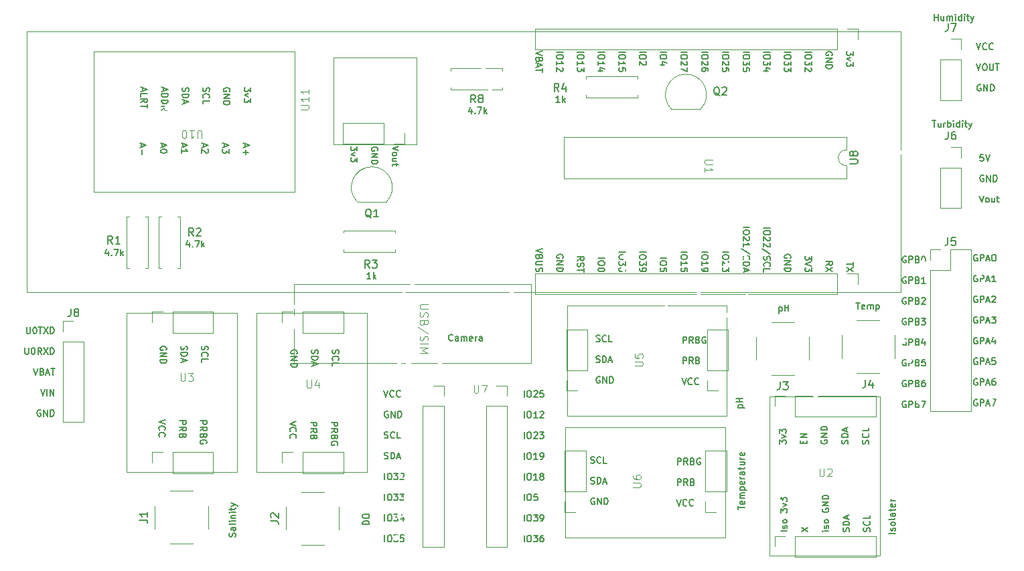
<source format=gto>
G04 #@! TF.GenerationSoftware,KiCad,Pcbnew,8.0.6*
G04 #@! TF.CreationDate,2025-04-04T16:39:19-04:00*
G04 #@! TF.ProjectId,Sea Wall Schematic 3,53656120-5761-46c6-9c20-536368656d61,rev?*
G04 #@! TF.SameCoordinates,Original*
G04 #@! TF.FileFunction,Legend,Top*
G04 #@! TF.FilePolarity,Positive*
%FSLAX46Y46*%
G04 Gerber Fmt 4.6, Leading zero omitted, Abs format (unit mm)*
G04 Created by KiCad (PCBNEW 8.0.6) date 2025-04-04 16:39:19*
%MOMM*%
%LPD*%
G01*
G04 APERTURE LIST*
%ADD10C,0.152400*%
%ADD11C,0.150000*%
%ADD12C,0.100000*%
%ADD13C,0.120000*%
%ADD14R,1.700000X1.700000*%
%ADD15O,1.700000X1.700000*%
%ADD16C,1.600000*%
%ADD17O,1.600000X1.600000*%
%ADD18R,1.300000X1.300000*%
%ADD19C,1.300000*%
%ADD20C,2.050000*%
%ADD21C,2.250000*%
%ADD22C,3.700000*%
%ADD23R,1.600000X1.600000*%
%ADD24C,3.000000*%
%ADD25C,0.685800*%
G04 APERTURE END LIST*
D10*
X149292129Y-79700737D02*
X149292129Y-80242603D01*
X149098605Y-79391099D02*
X148905082Y-79971670D01*
X148905082Y-79971670D02*
X149408243Y-79971670D01*
X149717881Y-80165194D02*
X149756586Y-80203899D01*
X149756586Y-80203899D02*
X149717881Y-80242603D01*
X149717881Y-80242603D02*
X149679177Y-80203899D01*
X149679177Y-80203899D02*
X149717881Y-80165194D01*
X149717881Y-80165194D02*
X149717881Y-80242603D01*
X150027520Y-79429803D02*
X150569386Y-79429803D01*
X150569386Y-79429803D02*
X150221044Y-80242603D01*
X150879024Y-80242603D02*
X150879024Y-79429803D01*
X150956434Y-79932965D02*
X151188662Y-80242603D01*
X151188662Y-79700737D02*
X150879024Y-80010375D01*
X160419539Y-78817603D02*
X159955082Y-78817603D01*
X160187310Y-78817603D02*
X160187310Y-78004803D01*
X160187310Y-78004803D02*
X160109901Y-78120918D01*
X160109901Y-78120918D02*
X160032491Y-78198327D01*
X160032491Y-78198327D02*
X159955082Y-78237032D01*
X160767881Y-78817603D02*
X160767881Y-78004803D01*
X160845291Y-78507965D02*
X161077519Y-78817603D01*
X161077519Y-78275737D02*
X160767881Y-78585375D01*
X136519539Y-101167603D02*
X136055082Y-101167603D01*
X136287310Y-101167603D02*
X136287310Y-100354803D01*
X136287310Y-100354803D02*
X136209901Y-100470918D01*
X136209901Y-100470918D02*
X136132491Y-100548327D01*
X136132491Y-100548327D02*
X136055082Y-100587032D01*
X136867881Y-101167603D02*
X136867881Y-100354803D01*
X136945291Y-100857965D02*
X137177519Y-101167603D01*
X137177519Y-100625737D02*
X136867881Y-100935375D01*
X113592129Y-96600737D02*
X113592129Y-97142603D01*
X113398605Y-96291099D02*
X113205082Y-96871670D01*
X113205082Y-96871670D02*
X113708243Y-96871670D01*
X114017881Y-97065194D02*
X114056586Y-97103899D01*
X114056586Y-97103899D02*
X114017881Y-97142603D01*
X114017881Y-97142603D02*
X113979177Y-97103899D01*
X113979177Y-97103899D02*
X114017881Y-97065194D01*
X114017881Y-97065194D02*
X114017881Y-97142603D01*
X114327520Y-96329803D02*
X114869386Y-96329803D01*
X114869386Y-96329803D02*
X114521044Y-97142603D01*
X115179024Y-97142603D02*
X115179024Y-96329803D01*
X115256434Y-96832965D02*
X115488662Y-97142603D01*
X115488662Y-96600737D02*
X115179024Y-96910375D01*
X103342129Y-97675737D02*
X103342129Y-98217603D01*
X103148605Y-97366099D02*
X102955082Y-97946670D01*
X102955082Y-97946670D02*
X103458243Y-97946670D01*
X103767881Y-98140194D02*
X103806586Y-98178899D01*
X103806586Y-98178899D02*
X103767881Y-98217603D01*
X103767881Y-98217603D02*
X103729177Y-98178899D01*
X103729177Y-98178899D02*
X103767881Y-98140194D01*
X103767881Y-98140194D02*
X103767881Y-98217603D01*
X104077520Y-97404803D02*
X104619386Y-97404803D01*
X104619386Y-97404803D02*
X104271044Y-98217603D01*
X104929024Y-98217603D02*
X104929024Y-97404803D01*
X105006434Y-97907965D02*
X105238662Y-98217603D01*
X105238662Y-97675737D02*
X104929024Y-97985375D01*
X197902672Y-104179803D02*
X198367129Y-104179803D01*
X198134901Y-104992603D02*
X198134901Y-104179803D01*
X198947700Y-104953899D02*
X198870291Y-104992603D01*
X198870291Y-104992603D02*
X198715472Y-104992603D01*
X198715472Y-104992603D02*
X198638062Y-104953899D01*
X198638062Y-104953899D02*
X198599358Y-104876489D01*
X198599358Y-104876489D02*
X198599358Y-104566851D01*
X198599358Y-104566851D02*
X198638062Y-104489441D01*
X198638062Y-104489441D02*
X198715472Y-104450737D01*
X198715472Y-104450737D02*
X198870291Y-104450737D01*
X198870291Y-104450737D02*
X198947700Y-104489441D01*
X198947700Y-104489441D02*
X198986405Y-104566851D01*
X198986405Y-104566851D02*
X198986405Y-104644260D01*
X198986405Y-104644260D02*
X198599358Y-104721670D01*
X199334748Y-104992603D02*
X199334748Y-104450737D01*
X199334748Y-104528146D02*
X199373453Y-104489441D01*
X199373453Y-104489441D02*
X199450863Y-104450737D01*
X199450863Y-104450737D02*
X199566977Y-104450737D01*
X199566977Y-104450737D02*
X199644386Y-104489441D01*
X199644386Y-104489441D02*
X199683091Y-104566851D01*
X199683091Y-104566851D02*
X199683091Y-104992603D01*
X199683091Y-104566851D02*
X199721796Y-104489441D01*
X199721796Y-104489441D02*
X199799205Y-104450737D01*
X199799205Y-104450737D02*
X199915320Y-104450737D01*
X199915320Y-104450737D02*
X199992729Y-104489441D01*
X199992729Y-104489441D02*
X200031434Y-104566851D01*
X200031434Y-104566851D02*
X200031434Y-104992603D01*
X200418481Y-104450737D02*
X200418481Y-105263537D01*
X200418481Y-104489441D02*
X200495891Y-104450737D01*
X200495891Y-104450737D02*
X200650710Y-104450737D01*
X200650710Y-104450737D02*
X200728119Y-104489441D01*
X200728119Y-104489441D02*
X200766824Y-104528146D01*
X200766824Y-104528146D02*
X200805529Y-104605556D01*
X200805529Y-104605556D02*
X200805529Y-104837784D01*
X200805529Y-104837784D02*
X200766824Y-104915194D01*
X200766824Y-104915194D02*
X200728119Y-104953899D01*
X200728119Y-104953899D02*
X200650710Y-104992603D01*
X200650710Y-104992603D02*
X200495891Y-104992603D01*
X200495891Y-104992603D02*
X200418481Y-104953899D01*
X188143786Y-104725737D02*
X188143786Y-105538537D01*
X188143786Y-104764441D02*
X188221196Y-104725737D01*
X188221196Y-104725737D02*
X188376015Y-104725737D01*
X188376015Y-104725737D02*
X188453424Y-104764441D01*
X188453424Y-104764441D02*
X188492129Y-104803146D01*
X188492129Y-104803146D02*
X188530834Y-104880556D01*
X188530834Y-104880556D02*
X188530834Y-105112784D01*
X188530834Y-105112784D02*
X188492129Y-105190194D01*
X188492129Y-105190194D02*
X188453424Y-105228899D01*
X188453424Y-105228899D02*
X188376015Y-105267603D01*
X188376015Y-105267603D02*
X188221196Y-105267603D01*
X188221196Y-105267603D02*
X188143786Y-105228899D01*
X188879176Y-105267603D02*
X188879176Y-104454803D01*
X188879176Y-104841851D02*
X189343633Y-104841851D01*
X189343633Y-105267603D02*
X189343633Y-104454803D01*
X197497056Y-72371377D02*
X197497056Y-72874539D01*
X197497056Y-72874539D02*
X197187418Y-72603605D01*
X197187418Y-72603605D02*
X197187418Y-72719720D01*
X197187418Y-72719720D02*
X197148713Y-72797129D01*
X197148713Y-72797129D02*
X197110008Y-72835834D01*
X197110008Y-72835834D02*
X197032599Y-72874539D01*
X197032599Y-72874539D02*
X196839075Y-72874539D01*
X196839075Y-72874539D02*
X196761665Y-72835834D01*
X196761665Y-72835834D02*
X196722961Y-72797129D01*
X196722961Y-72797129D02*
X196684256Y-72719720D01*
X196684256Y-72719720D02*
X196684256Y-72487491D01*
X196684256Y-72487491D02*
X196722961Y-72410082D01*
X196722961Y-72410082D02*
X196761665Y-72371377D01*
X197226122Y-73145472D02*
X196684256Y-73338996D01*
X196684256Y-73338996D02*
X197226122Y-73532519D01*
X197497056Y-73764748D02*
X197497056Y-74267910D01*
X197497056Y-74267910D02*
X197187418Y-73996976D01*
X197187418Y-73996976D02*
X197187418Y-74113091D01*
X197187418Y-74113091D02*
X197148713Y-74190500D01*
X197148713Y-74190500D02*
X197110008Y-74229205D01*
X197110008Y-74229205D02*
X197032599Y-74267910D01*
X197032599Y-74267910D02*
X196839075Y-74267910D01*
X196839075Y-74267910D02*
X196761665Y-74229205D01*
X196761665Y-74229205D02*
X196722961Y-74190500D01*
X196722961Y-74190500D02*
X196684256Y-74113091D01*
X196684256Y-74113091D02*
X196684256Y-73880862D01*
X196684256Y-73880862D02*
X196722961Y-73803453D01*
X196722961Y-73803453D02*
X196761665Y-73764748D01*
X194841227Y-72874539D02*
X194879932Y-72797129D01*
X194879932Y-72797129D02*
X194879932Y-72681015D01*
X194879932Y-72681015D02*
X194841227Y-72564901D01*
X194841227Y-72564901D02*
X194763817Y-72487491D01*
X194763817Y-72487491D02*
X194686408Y-72448786D01*
X194686408Y-72448786D02*
X194531589Y-72410082D01*
X194531589Y-72410082D02*
X194415475Y-72410082D01*
X194415475Y-72410082D02*
X194260656Y-72448786D01*
X194260656Y-72448786D02*
X194183246Y-72487491D01*
X194183246Y-72487491D02*
X194105837Y-72564901D01*
X194105837Y-72564901D02*
X194067132Y-72681015D01*
X194067132Y-72681015D02*
X194067132Y-72758424D01*
X194067132Y-72758424D02*
X194105837Y-72874539D01*
X194105837Y-72874539D02*
X194144541Y-72913243D01*
X194144541Y-72913243D02*
X194415475Y-72913243D01*
X194415475Y-72913243D02*
X194415475Y-72758424D01*
X194067132Y-73261586D02*
X194879932Y-73261586D01*
X194879932Y-73261586D02*
X194067132Y-73726043D01*
X194067132Y-73726043D02*
X194879932Y-73726043D01*
X194067132Y-74113091D02*
X194879932Y-74113091D01*
X194879932Y-74113091D02*
X194879932Y-74306615D01*
X194879932Y-74306615D02*
X194841227Y-74422729D01*
X194841227Y-74422729D02*
X194763817Y-74500139D01*
X194763817Y-74500139D02*
X194686408Y-74538844D01*
X194686408Y-74538844D02*
X194531589Y-74577548D01*
X194531589Y-74577548D02*
X194415475Y-74577548D01*
X194415475Y-74577548D02*
X194260656Y-74538844D01*
X194260656Y-74538844D02*
X194183246Y-74500139D01*
X194183246Y-74500139D02*
X194105837Y-74422729D01*
X194105837Y-74422729D02*
X194067132Y-74306615D01*
X194067132Y-74306615D02*
X194067132Y-74113091D01*
X191450008Y-72448786D02*
X192262808Y-72448786D01*
X192262808Y-72990653D02*
X192262808Y-73145472D01*
X192262808Y-73145472D02*
X192224103Y-73222882D01*
X192224103Y-73222882D02*
X192146693Y-73300291D01*
X192146693Y-73300291D02*
X191991874Y-73338996D01*
X191991874Y-73338996D02*
X191720941Y-73338996D01*
X191720941Y-73338996D02*
X191566122Y-73300291D01*
X191566122Y-73300291D02*
X191488713Y-73222882D01*
X191488713Y-73222882D02*
X191450008Y-73145472D01*
X191450008Y-73145472D02*
X191450008Y-72990653D01*
X191450008Y-72990653D02*
X191488713Y-72913244D01*
X191488713Y-72913244D02*
X191566122Y-72835834D01*
X191566122Y-72835834D02*
X191720941Y-72797130D01*
X191720941Y-72797130D02*
X191991874Y-72797130D01*
X191991874Y-72797130D02*
X192146693Y-72835834D01*
X192146693Y-72835834D02*
X192224103Y-72913244D01*
X192224103Y-72913244D02*
X192262808Y-72990653D01*
X192262808Y-73609930D02*
X192262808Y-74113092D01*
X192262808Y-74113092D02*
X191953170Y-73842158D01*
X191953170Y-73842158D02*
X191953170Y-73958273D01*
X191953170Y-73958273D02*
X191914465Y-74035682D01*
X191914465Y-74035682D02*
X191875760Y-74074387D01*
X191875760Y-74074387D02*
X191798351Y-74113092D01*
X191798351Y-74113092D02*
X191604827Y-74113092D01*
X191604827Y-74113092D02*
X191527417Y-74074387D01*
X191527417Y-74074387D02*
X191488713Y-74035682D01*
X191488713Y-74035682D02*
X191450008Y-73958273D01*
X191450008Y-73958273D02*
X191450008Y-73726044D01*
X191450008Y-73726044D02*
X191488713Y-73648635D01*
X191488713Y-73648635D02*
X191527417Y-73609930D01*
X192185398Y-74422730D02*
X192224103Y-74461434D01*
X192224103Y-74461434D02*
X192262808Y-74538844D01*
X192262808Y-74538844D02*
X192262808Y-74732368D01*
X192262808Y-74732368D02*
X192224103Y-74809777D01*
X192224103Y-74809777D02*
X192185398Y-74848482D01*
X192185398Y-74848482D02*
X192107989Y-74887187D01*
X192107989Y-74887187D02*
X192030579Y-74887187D01*
X192030579Y-74887187D02*
X191914465Y-74848482D01*
X191914465Y-74848482D02*
X191450008Y-74384025D01*
X191450008Y-74384025D02*
X191450008Y-74887187D01*
X188832884Y-72448786D02*
X189645684Y-72448786D01*
X189645684Y-72990653D02*
X189645684Y-73145472D01*
X189645684Y-73145472D02*
X189606979Y-73222882D01*
X189606979Y-73222882D02*
X189529569Y-73300291D01*
X189529569Y-73300291D02*
X189374750Y-73338996D01*
X189374750Y-73338996D02*
X189103817Y-73338996D01*
X189103817Y-73338996D02*
X188948998Y-73300291D01*
X188948998Y-73300291D02*
X188871589Y-73222882D01*
X188871589Y-73222882D02*
X188832884Y-73145472D01*
X188832884Y-73145472D02*
X188832884Y-72990653D01*
X188832884Y-72990653D02*
X188871589Y-72913244D01*
X188871589Y-72913244D02*
X188948998Y-72835834D01*
X188948998Y-72835834D02*
X189103817Y-72797130D01*
X189103817Y-72797130D02*
X189374750Y-72797130D01*
X189374750Y-72797130D02*
X189529569Y-72835834D01*
X189529569Y-72835834D02*
X189606979Y-72913244D01*
X189606979Y-72913244D02*
X189645684Y-72990653D01*
X189645684Y-73609930D02*
X189645684Y-74113092D01*
X189645684Y-74113092D02*
X189336046Y-73842158D01*
X189336046Y-73842158D02*
X189336046Y-73958273D01*
X189336046Y-73958273D02*
X189297341Y-74035682D01*
X189297341Y-74035682D02*
X189258636Y-74074387D01*
X189258636Y-74074387D02*
X189181227Y-74113092D01*
X189181227Y-74113092D02*
X188987703Y-74113092D01*
X188987703Y-74113092D02*
X188910293Y-74074387D01*
X188910293Y-74074387D02*
X188871589Y-74035682D01*
X188871589Y-74035682D02*
X188832884Y-73958273D01*
X188832884Y-73958273D02*
X188832884Y-73726044D01*
X188832884Y-73726044D02*
X188871589Y-73648635D01*
X188871589Y-73648635D02*
X188910293Y-73609930D01*
X189645684Y-74384025D02*
X189645684Y-74887187D01*
X189645684Y-74887187D02*
X189336046Y-74616253D01*
X189336046Y-74616253D02*
X189336046Y-74732368D01*
X189336046Y-74732368D02*
X189297341Y-74809777D01*
X189297341Y-74809777D02*
X189258636Y-74848482D01*
X189258636Y-74848482D02*
X189181227Y-74887187D01*
X189181227Y-74887187D02*
X188987703Y-74887187D01*
X188987703Y-74887187D02*
X188910293Y-74848482D01*
X188910293Y-74848482D02*
X188871589Y-74809777D01*
X188871589Y-74809777D02*
X188832884Y-74732368D01*
X188832884Y-74732368D02*
X188832884Y-74500139D01*
X188832884Y-74500139D02*
X188871589Y-74422730D01*
X188871589Y-74422730D02*
X188910293Y-74384025D01*
X186215760Y-72448786D02*
X187028560Y-72448786D01*
X187028560Y-72990653D02*
X187028560Y-73145472D01*
X187028560Y-73145472D02*
X186989855Y-73222882D01*
X186989855Y-73222882D02*
X186912445Y-73300291D01*
X186912445Y-73300291D02*
X186757626Y-73338996D01*
X186757626Y-73338996D02*
X186486693Y-73338996D01*
X186486693Y-73338996D02*
X186331874Y-73300291D01*
X186331874Y-73300291D02*
X186254465Y-73222882D01*
X186254465Y-73222882D02*
X186215760Y-73145472D01*
X186215760Y-73145472D02*
X186215760Y-72990653D01*
X186215760Y-72990653D02*
X186254465Y-72913244D01*
X186254465Y-72913244D02*
X186331874Y-72835834D01*
X186331874Y-72835834D02*
X186486693Y-72797130D01*
X186486693Y-72797130D02*
X186757626Y-72797130D01*
X186757626Y-72797130D02*
X186912445Y-72835834D01*
X186912445Y-72835834D02*
X186989855Y-72913244D01*
X186989855Y-72913244D02*
X187028560Y-72990653D01*
X187028560Y-73609930D02*
X187028560Y-74113092D01*
X187028560Y-74113092D02*
X186718922Y-73842158D01*
X186718922Y-73842158D02*
X186718922Y-73958273D01*
X186718922Y-73958273D02*
X186680217Y-74035682D01*
X186680217Y-74035682D02*
X186641512Y-74074387D01*
X186641512Y-74074387D02*
X186564103Y-74113092D01*
X186564103Y-74113092D02*
X186370579Y-74113092D01*
X186370579Y-74113092D02*
X186293169Y-74074387D01*
X186293169Y-74074387D02*
X186254465Y-74035682D01*
X186254465Y-74035682D02*
X186215760Y-73958273D01*
X186215760Y-73958273D02*
X186215760Y-73726044D01*
X186215760Y-73726044D02*
X186254465Y-73648635D01*
X186254465Y-73648635D02*
X186293169Y-73609930D01*
X186757626Y-74809777D02*
X186215760Y-74809777D01*
X187067265Y-74616253D02*
X186486693Y-74422730D01*
X186486693Y-74422730D02*
X186486693Y-74925891D01*
X183598636Y-72448786D02*
X184411436Y-72448786D01*
X184411436Y-72990653D02*
X184411436Y-73145472D01*
X184411436Y-73145472D02*
X184372731Y-73222882D01*
X184372731Y-73222882D02*
X184295321Y-73300291D01*
X184295321Y-73300291D02*
X184140502Y-73338996D01*
X184140502Y-73338996D02*
X183869569Y-73338996D01*
X183869569Y-73338996D02*
X183714750Y-73300291D01*
X183714750Y-73300291D02*
X183637341Y-73222882D01*
X183637341Y-73222882D02*
X183598636Y-73145472D01*
X183598636Y-73145472D02*
X183598636Y-72990653D01*
X183598636Y-72990653D02*
X183637341Y-72913244D01*
X183637341Y-72913244D02*
X183714750Y-72835834D01*
X183714750Y-72835834D02*
X183869569Y-72797130D01*
X183869569Y-72797130D02*
X184140502Y-72797130D01*
X184140502Y-72797130D02*
X184295321Y-72835834D01*
X184295321Y-72835834D02*
X184372731Y-72913244D01*
X184372731Y-72913244D02*
X184411436Y-72990653D01*
X184411436Y-73609930D02*
X184411436Y-74113092D01*
X184411436Y-74113092D02*
X184101798Y-73842158D01*
X184101798Y-73842158D02*
X184101798Y-73958273D01*
X184101798Y-73958273D02*
X184063093Y-74035682D01*
X184063093Y-74035682D02*
X184024388Y-74074387D01*
X184024388Y-74074387D02*
X183946979Y-74113092D01*
X183946979Y-74113092D02*
X183753455Y-74113092D01*
X183753455Y-74113092D02*
X183676045Y-74074387D01*
X183676045Y-74074387D02*
X183637341Y-74035682D01*
X183637341Y-74035682D02*
X183598636Y-73958273D01*
X183598636Y-73958273D02*
X183598636Y-73726044D01*
X183598636Y-73726044D02*
X183637341Y-73648635D01*
X183637341Y-73648635D02*
X183676045Y-73609930D01*
X184411436Y-74848482D02*
X184411436Y-74461434D01*
X184411436Y-74461434D02*
X184024388Y-74422730D01*
X184024388Y-74422730D02*
X184063093Y-74461434D01*
X184063093Y-74461434D02*
X184101798Y-74538844D01*
X184101798Y-74538844D02*
X184101798Y-74732368D01*
X184101798Y-74732368D02*
X184063093Y-74809777D01*
X184063093Y-74809777D02*
X184024388Y-74848482D01*
X184024388Y-74848482D02*
X183946979Y-74887187D01*
X183946979Y-74887187D02*
X183753455Y-74887187D01*
X183753455Y-74887187D02*
X183676045Y-74848482D01*
X183676045Y-74848482D02*
X183637341Y-74809777D01*
X183637341Y-74809777D02*
X183598636Y-74732368D01*
X183598636Y-74732368D02*
X183598636Y-74538844D01*
X183598636Y-74538844D02*
X183637341Y-74461434D01*
X183637341Y-74461434D02*
X183676045Y-74422730D01*
X180981512Y-72448786D02*
X181794312Y-72448786D01*
X181794312Y-72990653D02*
X181794312Y-73145472D01*
X181794312Y-73145472D02*
X181755607Y-73222882D01*
X181755607Y-73222882D02*
X181678197Y-73300291D01*
X181678197Y-73300291D02*
X181523378Y-73338996D01*
X181523378Y-73338996D02*
X181252445Y-73338996D01*
X181252445Y-73338996D02*
X181097626Y-73300291D01*
X181097626Y-73300291D02*
X181020217Y-73222882D01*
X181020217Y-73222882D02*
X180981512Y-73145472D01*
X180981512Y-73145472D02*
X180981512Y-72990653D01*
X180981512Y-72990653D02*
X181020217Y-72913244D01*
X181020217Y-72913244D02*
X181097626Y-72835834D01*
X181097626Y-72835834D02*
X181252445Y-72797130D01*
X181252445Y-72797130D02*
X181523378Y-72797130D01*
X181523378Y-72797130D02*
X181678197Y-72835834D01*
X181678197Y-72835834D02*
X181755607Y-72913244D01*
X181755607Y-72913244D02*
X181794312Y-72990653D01*
X181716902Y-73648635D02*
X181755607Y-73687339D01*
X181755607Y-73687339D02*
X181794312Y-73764749D01*
X181794312Y-73764749D02*
X181794312Y-73958273D01*
X181794312Y-73958273D02*
X181755607Y-74035682D01*
X181755607Y-74035682D02*
X181716902Y-74074387D01*
X181716902Y-74074387D02*
X181639493Y-74113092D01*
X181639493Y-74113092D02*
X181562083Y-74113092D01*
X181562083Y-74113092D02*
X181445969Y-74074387D01*
X181445969Y-74074387D02*
X180981512Y-73609930D01*
X180981512Y-73609930D02*
X180981512Y-74113092D01*
X181794312Y-74848482D02*
X181794312Y-74461434D01*
X181794312Y-74461434D02*
X181407264Y-74422730D01*
X181407264Y-74422730D02*
X181445969Y-74461434D01*
X181445969Y-74461434D02*
X181484674Y-74538844D01*
X181484674Y-74538844D02*
X181484674Y-74732368D01*
X181484674Y-74732368D02*
X181445969Y-74809777D01*
X181445969Y-74809777D02*
X181407264Y-74848482D01*
X181407264Y-74848482D02*
X181329855Y-74887187D01*
X181329855Y-74887187D02*
X181136331Y-74887187D01*
X181136331Y-74887187D02*
X181058921Y-74848482D01*
X181058921Y-74848482D02*
X181020217Y-74809777D01*
X181020217Y-74809777D02*
X180981512Y-74732368D01*
X180981512Y-74732368D02*
X180981512Y-74538844D01*
X180981512Y-74538844D02*
X181020217Y-74461434D01*
X181020217Y-74461434D02*
X181058921Y-74422730D01*
X178364388Y-72448786D02*
X179177188Y-72448786D01*
X179177188Y-72990653D02*
X179177188Y-73145472D01*
X179177188Y-73145472D02*
X179138483Y-73222882D01*
X179138483Y-73222882D02*
X179061073Y-73300291D01*
X179061073Y-73300291D02*
X178906254Y-73338996D01*
X178906254Y-73338996D02*
X178635321Y-73338996D01*
X178635321Y-73338996D02*
X178480502Y-73300291D01*
X178480502Y-73300291D02*
X178403093Y-73222882D01*
X178403093Y-73222882D02*
X178364388Y-73145472D01*
X178364388Y-73145472D02*
X178364388Y-72990653D01*
X178364388Y-72990653D02*
X178403093Y-72913244D01*
X178403093Y-72913244D02*
X178480502Y-72835834D01*
X178480502Y-72835834D02*
X178635321Y-72797130D01*
X178635321Y-72797130D02*
X178906254Y-72797130D01*
X178906254Y-72797130D02*
X179061073Y-72835834D01*
X179061073Y-72835834D02*
X179138483Y-72913244D01*
X179138483Y-72913244D02*
X179177188Y-72990653D01*
X179099778Y-73648635D02*
X179138483Y-73687339D01*
X179138483Y-73687339D02*
X179177188Y-73764749D01*
X179177188Y-73764749D02*
X179177188Y-73958273D01*
X179177188Y-73958273D02*
X179138483Y-74035682D01*
X179138483Y-74035682D02*
X179099778Y-74074387D01*
X179099778Y-74074387D02*
X179022369Y-74113092D01*
X179022369Y-74113092D02*
X178944959Y-74113092D01*
X178944959Y-74113092D02*
X178828845Y-74074387D01*
X178828845Y-74074387D02*
X178364388Y-73609930D01*
X178364388Y-73609930D02*
X178364388Y-74113092D01*
X179177188Y-74809777D02*
X179177188Y-74654958D01*
X179177188Y-74654958D02*
X179138483Y-74577549D01*
X179138483Y-74577549D02*
X179099778Y-74538844D01*
X179099778Y-74538844D02*
X178983664Y-74461434D01*
X178983664Y-74461434D02*
X178828845Y-74422730D01*
X178828845Y-74422730D02*
X178519207Y-74422730D01*
X178519207Y-74422730D02*
X178441797Y-74461434D01*
X178441797Y-74461434D02*
X178403093Y-74500139D01*
X178403093Y-74500139D02*
X178364388Y-74577549D01*
X178364388Y-74577549D02*
X178364388Y-74732368D01*
X178364388Y-74732368D02*
X178403093Y-74809777D01*
X178403093Y-74809777D02*
X178441797Y-74848482D01*
X178441797Y-74848482D02*
X178519207Y-74887187D01*
X178519207Y-74887187D02*
X178712731Y-74887187D01*
X178712731Y-74887187D02*
X178790140Y-74848482D01*
X178790140Y-74848482D02*
X178828845Y-74809777D01*
X178828845Y-74809777D02*
X178867550Y-74732368D01*
X178867550Y-74732368D02*
X178867550Y-74577549D01*
X178867550Y-74577549D02*
X178828845Y-74500139D01*
X178828845Y-74500139D02*
X178790140Y-74461434D01*
X178790140Y-74461434D02*
X178712731Y-74422730D01*
X175747264Y-72448786D02*
X176560064Y-72448786D01*
X176560064Y-72990653D02*
X176560064Y-73145472D01*
X176560064Y-73145472D02*
X176521359Y-73222882D01*
X176521359Y-73222882D02*
X176443949Y-73300291D01*
X176443949Y-73300291D02*
X176289130Y-73338996D01*
X176289130Y-73338996D02*
X176018197Y-73338996D01*
X176018197Y-73338996D02*
X175863378Y-73300291D01*
X175863378Y-73300291D02*
X175785969Y-73222882D01*
X175785969Y-73222882D02*
X175747264Y-73145472D01*
X175747264Y-73145472D02*
X175747264Y-72990653D01*
X175747264Y-72990653D02*
X175785969Y-72913244D01*
X175785969Y-72913244D02*
X175863378Y-72835834D01*
X175863378Y-72835834D02*
X176018197Y-72797130D01*
X176018197Y-72797130D02*
X176289130Y-72797130D01*
X176289130Y-72797130D02*
X176443949Y-72835834D01*
X176443949Y-72835834D02*
X176521359Y-72913244D01*
X176521359Y-72913244D02*
X176560064Y-72990653D01*
X176482654Y-73648635D02*
X176521359Y-73687339D01*
X176521359Y-73687339D02*
X176560064Y-73764749D01*
X176560064Y-73764749D02*
X176560064Y-73958273D01*
X176560064Y-73958273D02*
X176521359Y-74035682D01*
X176521359Y-74035682D02*
X176482654Y-74074387D01*
X176482654Y-74074387D02*
X176405245Y-74113092D01*
X176405245Y-74113092D02*
X176327835Y-74113092D01*
X176327835Y-74113092D02*
X176211721Y-74074387D01*
X176211721Y-74074387D02*
X175747264Y-73609930D01*
X175747264Y-73609930D02*
X175747264Y-74113092D01*
X176560064Y-74384025D02*
X176560064Y-74925891D01*
X176560064Y-74925891D02*
X175747264Y-74577549D01*
X173130140Y-72448786D02*
X173942940Y-72448786D01*
X173942940Y-72990653D02*
X173942940Y-73145472D01*
X173942940Y-73145472D02*
X173904235Y-73222882D01*
X173904235Y-73222882D02*
X173826825Y-73300291D01*
X173826825Y-73300291D02*
X173672006Y-73338996D01*
X173672006Y-73338996D02*
X173401073Y-73338996D01*
X173401073Y-73338996D02*
X173246254Y-73300291D01*
X173246254Y-73300291D02*
X173168845Y-73222882D01*
X173168845Y-73222882D02*
X173130140Y-73145472D01*
X173130140Y-73145472D02*
X173130140Y-72990653D01*
X173130140Y-72990653D02*
X173168845Y-72913244D01*
X173168845Y-72913244D02*
X173246254Y-72835834D01*
X173246254Y-72835834D02*
X173401073Y-72797130D01*
X173401073Y-72797130D02*
X173672006Y-72797130D01*
X173672006Y-72797130D02*
X173826825Y-72835834D01*
X173826825Y-72835834D02*
X173904235Y-72913244D01*
X173904235Y-72913244D02*
X173942940Y-72990653D01*
X173672006Y-74035682D02*
X173130140Y-74035682D01*
X173981645Y-73842158D02*
X173401073Y-73648635D01*
X173401073Y-73648635D02*
X173401073Y-74151796D01*
X170513016Y-72448786D02*
X171325816Y-72448786D01*
X171325816Y-72990653D02*
X171325816Y-73145472D01*
X171325816Y-73145472D02*
X171287111Y-73222882D01*
X171287111Y-73222882D02*
X171209701Y-73300291D01*
X171209701Y-73300291D02*
X171054882Y-73338996D01*
X171054882Y-73338996D02*
X170783949Y-73338996D01*
X170783949Y-73338996D02*
X170629130Y-73300291D01*
X170629130Y-73300291D02*
X170551721Y-73222882D01*
X170551721Y-73222882D02*
X170513016Y-73145472D01*
X170513016Y-73145472D02*
X170513016Y-72990653D01*
X170513016Y-72990653D02*
X170551721Y-72913244D01*
X170551721Y-72913244D02*
X170629130Y-72835834D01*
X170629130Y-72835834D02*
X170783949Y-72797130D01*
X170783949Y-72797130D02*
X171054882Y-72797130D01*
X171054882Y-72797130D02*
X171209701Y-72835834D01*
X171209701Y-72835834D02*
X171287111Y-72913244D01*
X171287111Y-72913244D02*
X171325816Y-72990653D01*
X171248406Y-73648635D02*
X171287111Y-73687339D01*
X171287111Y-73687339D02*
X171325816Y-73764749D01*
X171325816Y-73764749D02*
X171325816Y-73958273D01*
X171325816Y-73958273D02*
X171287111Y-74035682D01*
X171287111Y-74035682D02*
X171248406Y-74074387D01*
X171248406Y-74074387D02*
X171170997Y-74113092D01*
X171170997Y-74113092D02*
X171093587Y-74113092D01*
X171093587Y-74113092D02*
X170977473Y-74074387D01*
X170977473Y-74074387D02*
X170513016Y-73609930D01*
X170513016Y-73609930D02*
X170513016Y-74113092D01*
X167895892Y-72448786D02*
X168708692Y-72448786D01*
X168708692Y-72990653D02*
X168708692Y-73145472D01*
X168708692Y-73145472D02*
X168669987Y-73222882D01*
X168669987Y-73222882D02*
X168592577Y-73300291D01*
X168592577Y-73300291D02*
X168437758Y-73338996D01*
X168437758Y-73338996D02*
X168166825Y-73338996D01*
X168166825Y-73338996D02*
X168012006Y-73300291D01*
X168012006Y-73300291D02*
X167934597Y-73222882D01*
X167934597Y-73222882D02*
X167895892Y-73145472D01*
X167895892Y-73145472D02*
X167895892Y-72990653D01*
X167895892Y-72990653D02*
X167934597Y-72913244D01*
X167934597Y-72913244D02*
X168012006Y-72835834D01*
X168012006Y-72835834D02*
X168166825Y-72797130D01*
X168166825Y-72797130D02*
X168437758Y-72797130D01*
X168437758Y-72797130D02*
X168592577Y-72835834D01*
X168592577Y-72835834D02*
X168669987Y-72913244D01*
X168669987Y-72913244D02*
X168708692Y-72990653D01*
X167895892Y-74113092D02*
X167895892Y-73648635D01*
X167895892Y-73880863D02*
X168708692Y-73880863D01*
X168708692Y-73880863D02*
X168592577Y-73803454D01*
X168592577Y-73803454D02*
X168515168Y-73726044D01*
X168515168Y-73726044D02*
X168476463Y-73648635D01*
X168708692Y-74848482D02*
X168708692Y-74461434D01*
X168708692Y-74461434D02*
X168321644Y-74422730D01*
X168321644Y-74422730D02*
X168360349Y-74461434D01*
X168360349Y-74461434D02*
X168399054Y-74538844D01*
X168399054Y-74538844D02*
X168399054Y-74732368D01*
X168399054Y-74732368D02*
X168360349Y-74809777D01*
X168360349Y-74809777D02*
X168321644Y-74848482D01*
X168321644Y-74848482D02*
X168244235Y-74887187D01*
X168244235Y-74887187D02*
X168050711Y-74887187D01*
X168050711Y-74887187D02*
X167973301Y-74848482D01*
X167973301Y-74848482D02*
X167934597Y-74809777D01*
X167934597Y-74809777D02*
X167895892Y-74732368D01*
X167895892Y-74732368D02*
X167895892Y-74538844D01*
X167895892Y-74538844D02*
X167934597Y-74461434D01*
X167934597Y-74461434D02*
X167973301Y-74422730D01*
X165278768Y-72448786D02*
X166091568Y-72448786D01*
X166091568Y-72990653D02*
X166091568Y-73145472D01*
X166091568Y-73145472D02*
X166052863Y-73222882D01*
X166052863Y-73222882D02*
X165975453Y-73300291D01*
X165975453Y-73300291D02*
X165820634Y-73338996D01*
X165820634Y-73338996D02*
X165549701Y-73338996D01*
X165549701Y-73338996D02*
X165394882Y-73300291D01*
X165394882Y-73300291D02*
X165317473Y-73222882D01*
X165317473Y-73222882D02*
X165278768Y-73145472D01*
X165278768Y-73145472D02*
X165278768Y-72990653D01*
X165278768Y-72990653D02*
X165317473Y-72913244D01*
X165317473Y-72913244D02*
X165394882Y-72835834D01*
X165394882Y-72835834D02*
X165549701Y-72797130D01*
X165549701Y-72797130D02*
X165820634Y-72797130D01*
X165820634Y-72797130D02*
X165975453Y-72835834D01*
X165975453Y-72835834D02*
X166052863Y-72913244D01*
X166052863Y-72913244D02*
X166091568Y-72990653D01*
X165278768Y-74113092D02*
X165278768Y-73648635D01*
X165278768Y-73880863D02*
X166091568Y-73880863D01*
X166091568Y-73880863D02*
X165975453Y-73803454D01*
X165975453Y-73803454D02*
X165898044Y-73726044D01*
X165898044Y-73726044D02*
X165859339Y-73648635D01*
X165820634Y-74809777D02*
X165278768Y-74809777D01*
X166130273Y-74616253D02*
X165549701Y-74422730D01*
X165549701Y-74422730D02*
X165549701Y-74925891D01*
X162661644Y-72448786D02*
X163474444Y-72448786D01*
X163474444Y-72990653D02*
X163474444Y-73145472D01*
X163474444Y-73145472D02*
X163435739Y-73222882D01*
X163435739Y-73222882D02*
X163358329Y-73300291D01*
X163358329Y-73300291D02*
X163203510Y-73338996D01*
X163203510Y-73338996D02*
X162932577Y-73338996D01*
X162932577Y-73338996D02*
X162777758Y-73300291D01*
X162777758Y-73300291D02*
X162700349Y-73222882D01*
X162700349Y-73222882D02*
X162661644Y-73145472D01*
X162661644Y-73145472D02*
X162661644Y-72990653D01*
X162661644Y-72990653D02*
X162700349Y-72913244D01*
X162700349Y-72913244D02*
X162777758Y-72835834D01*
X162777758Y-72835834D02*
X162932577Y-72797130D01*
X162932577Y-72797130D02*
X163203510Y-72797130D01*
X163203510Y-72797130D02*
X163358329Y-72835834D01*
X163358329Y-72835834D02*
X163435739Y-72913244D01*
X163435739Y-72913244D02*
X163474444Y-72990653D01*
X162661644Y-74113092D02*
X162661644Y-73648635D01*
X162661644Y-73880863D02*
X163474444Y-73880863D01*
X163474444Y-73880863D02*
X163358329Y-73803454D01*
X163358329Y-73803454D02*
X163280920Y-73726044D01*
X163280920Y-73726044D02*
X163242215Y-73648635D01*
X163474444Y-74384025D02*
X163474444Y-74887187D01*
X163474444Y-74887187D02*
X163164806Y-74616253D01*
X163164806Y-74616253D02*
X163164806Y-74732368D01*
X163164806Y-74732368D02*
X163126101Y-74809777D01*
X163126101Y-74809777D02*
X163087396Y-74848482D01*
X163087396Y-74848482D02*
X163009987Y-74887187D01*
X163009987Y-74887187D02*
X162816463Y-74887187D01*
X162816463Y-74887187D02*
X162739053Y-74848482D01*
X162739053Y-74848482D02*
X162700349Y-74809777D01*
X162700349Y-74809777D02*
X162661644Y-74732368D01*
X162661644Y-74732368D02*
X162661644Y-74500139D01*
X162661644Y-74500139D02*
X162700349Y-74422730D01*
X162700349Y-74422730D02*
X162739053Y-74384025D01*
X160044520Y-72448786D02*
X160857320Y-72448786D01*
X160857320Y-72990653D02*
X160857320Y-73145472D01*
X160857320Y-73145472D02*
X160818615Y-73222882D01*
X160818615Y-73222882D02*
X160741205Y-73300291D01*
X160741205Y-73300291D02*
X160586386Y-73338996D01*
X160586386Y-73338996D02*
X160315453Y-73338996D01*
X160315453Y-73338996D02*
X160160634Y-73300291D01*
X160160634Y-73300291D02*
X160083225Y-73222882D01*
X160083225Y-73222882D02*
X160044520Y-73145472D01*
X160044520Y-73145472D02*
X160044520Y-72990653D01*
X160044520Y-72990653D02*
X160083225Y-72913244D01*
X160083225Y-72913244D02*
X160160634Y-72835834D01*
X160160634Y-72835834D02*
X160315453Y-72797130D01*
X160315453Y-72797130D02*
X160586386Y-72797130D01*
X160586386Y-72797130D02*
X160741205Y-72835834D01*
X160741205Y-72835834D02*
X160818615Y-72913244D01*
X160818615Y-72913244D02*
X160857320Y-72990653D01*
X160044520Y-74113092D02*
X160044520Y-73648635D01*
X160044520Y-73880863D02*
X160857320Y-73880863D01*
X160857320Y-73880863D02*
X160741205Y-73803454D01*
X160741205Y-73803454D02*
X160663796Y-73726044D01*
X160663796Y-73726044D02*
X160625091Y-73648635D01*
X160779910Y-74422730D02*
X160818615Y-74461434D01*
X160818615Y-74461434D02*
X160857320Y-74538844D01*
X160857320Y-74538844D02*
X160857320Y-74732368D01*
X160857320Y-74732368D02*
X160818615Y-74809777D01*
X160818615Y-74809777D02*
X160779910Y-74848482D01*
X160779910Y-74848482D02*
X160702501Y-74887187D01*
X160702501Y-74887187D02*
X160625091Y-74887187D01*
X160625091Y-74887187D02*
X160508977Y-74848482D01*
X160508977Y-74848482D02*
X160044520Y-74384025D01*
X160044520Y-74384025D02*
X160044520Y-74887187D01*
X158240196Y-72332672D02*
X157427396Y-72603605D01*
X157427396Y-72603605D02*
X158240196Y-72874539D01*
X157853148Y-73416406D02*
X157814443Y-73532520D01*
X157814443Y-73532520D02*
X157775739Y-73571225D01*
X157775739Y-73571225D02*
X157698329Y-73609929D01*
X157698329Y-73609929D02*
X157582215Y-73609929D01*
X157582215Y-73609929D02*
X157504805Y-73571225D01*
X157504805Y-73571225D02*
X157466101Y-73532520D01*
X157466101Y-73532520D02*
X157427396Y-73455110D01*
X157427396Y-73455110D02*
X157427396Y-73145472D01*
X157427396Y-73145472D02*
X158240196Y-73145472D01*
X158240196Y-73145472D02*
X158240196Y-73416406D01*
X158240196Y-73416406D02*
X158201491Y-73493815D01*
X158201491Y-73493815D02*
X158162786Y-73532520D01*
X158162786Y-73532520D02*
X158085377Y-73571225D01*
X158085377Y-73571225D02*
X158007967Y-73571225D01*
X158007967Y-73571225D02*
X157930558Y-73532520D01*
X157930558Y-73532520D02*
X157891853Y-73493815D01*
X157891853Y-73493815D02*
X157853148Y-73416406D01*
X157853148Y-73416406D02*
X157853148Y-73145472D01*
X157659624Y-73919568D02*
X157659624Y-74306615D01*
X157427396Y-73842158D02*
X158240196Y-74113091D01*
X158240196Y-74113091D02*
X157427396Y-74384025D01*
X158240196Y-74538844D02*
X158240196Y-75003301D01*
X157427396Y-74771073D02*
X158240196Y-74771073D01*
X93011489Y-107286307D02*
X93011489Y-107944288D01*
X93011489Y-107944288D02*
X93050194Y-108021698D01*
X93050194Y-108021698D02*
X93088899Y-108060403D01*
X93088899Y-108060403D02*
X93166308Y-108099107D01*
X93166308Y-108099107D02*
X93321127Y-108099107D01*
X93321127Y-108099107D02*
X93398537Y-108060403D01*
X93398537Y-108060403D02*
X93437242Y-108021698D01*
X93437242Y-108021698D02*
X93475946Y-107944288D01*
X93475946Y-107944288D02*
X93475946Y-107286307D01*
X94017813Y-107286307D02*
X94095223Y-107286307D01*
X94095223Y-107286307D02*
X94172632Y-107325012D01*
X94172632Y-107325012D02*
X94211337Y-107363717D01*
X94211337Y-107363717D02*
X94250042Y-107441126D01*
X94250042Y-107441126D02*
X94288747Y-107595945D01*
X94288747Y-107595945D02*
X94288747Y-107789469D01*
X94288747Y-107789469D02*
X94250042Y-107944288D01*
X94250042Y-107944288D02*
X94211337Y-108021698D01*
X94211337Y-108021698D02*
X94172632Y-108060403D01*
X94172632Y-108060403D02*
X94095223Y-108099107D01*
X94095223Y-108099107D02*
X94017813Y-108099107D01*
X94017813Y-108099107D02*
X93940404Y-108060403D01*
X93940404Y-108060403D02*
X93901699Y-108021698D01*
X93901699Y-108021698D02*
X93862994Y-107944288D01*
X93862994Y-107944288D02*
X93824290Y-107789469D01*
X93824290Y-107789469D02*
X93824290Y-107595945D01*
X93824290Y-107595945D02*
X93862994Y-107441126D01*
X93862994Y-107441126D02*
X93901699Y-107363717D01*
X93901699Y-107363717D02*
X93940404Y-107325012D01*
X93940404Y-107325012D02*
X94017813Y-107286307D01*
X94520975Y-107286307D02*
X94985432Y-107286307D01*
X94753204Y-108099107D02*
X94753204Y-107286307D01*
X95178956Y-107286307D02*
X95720822Y-108099107D01*
X95720822Y-107286307D02*
X95178956Y-108099107D01*
X96030460Y-108099107D02*
X96030460Y-107286307D01*
X96030460Y-107286307D02*
X96223984Y-107286307D01*
X96223984Y-107286307D02*
X96340098Y-107325012D01*
X96340098Y-107325012D02*
X96417508Y-107402422D01*
X96417508Y-107402422D02*
X96456213Y-107479831D01*
X96456213Y-107479831D02*
X96494917Y-107634650D01*
X96494917Y-107634650D02*
X96494917Y-107750764D01*
X96494917Y-107750764D02*
X96456213Y-107905583D01*
X96456213Y-107905583D02*
X96417508Y-107982993D01*
X96417508Y-107982993D02*
X96340098Y-108060403D01*
X96340098Y-108060403D02*
X96223984Y-108099107D01*
X96223984Y-108099107D02*
X96030460Y-108099107D01*
X92817965Y-109903431D02*
X92817965Y-110561412D01*
X92817965Y-110561412D02*
X92856670Y-110638822D01*
X92856670Y-110638822D02*
X92895375Y-110677527D01*
X92895375Y-110677527D02*
X92972784Y-110716231D01*
X92972784Y-110716231D02*
X93127603Y-110716231D01*
X93127603Y-110716231D02*
X93205013Y-110677527D01*
X93205013Y-110677527D02*
X93243718Y-110638822D01*
X93243718Y-110638822D02*
X93282422Y-110561412D01*
X93282422Y-110561412D02*
X93282422Y-109903431D01*
X93824289Y-109903431D02*
X93901699Y-109903431D01*
X93901699Y-109903431D02*
X93979108Y-109942136D01*
X93979108Y-109942136D02*
X94017813Y-109980841D01*
X94017813Y-109980841D02*
X94056518Y-110058250D01*
X94056518Y-110058250D02*
X94095223Y-110213069D01*
X94095223Y-110213069D02*
X94095223Y-110406593D01*
X94095223Y-110406593D02*
X94056518Y-110561412D01*
X94056518Y-110561412D02*
X94017813Y-110638822D01*
X94017813Y-110638822D02*
X93979108Y-110677527D01*
X93979108Y-110677527D02*
X93901699Y-110716231D01*
X93901699Y-110716231D02*
X93824289Y-110716231D01*
X93824289Y-110716231D02*
X93746880Y-110677527D01*
X93746880Y-110677527D02*
X93708175Y-110638822D01*
X93708175Y-110638822D02*
X93669470Y-110561412D01*
X93669470Y-110561412D02*
X93630766Y-110406593D01*
X93630766Y-110406593D02*
X93630766Y-110213069D01*
X93630766Y-110213069D02*
X93669470Y-110058250D01*
X93669470Y-110058250D02*
X93708175Y-109980841D01*
X93708175Y-109980841D02*
X93746880Y-109942136D01*
X93746880Y-109942136D02*
X93824289Y-109903431D01*
X94908022Y-110716231D02*
X94637089Y-110329184D01*
X94443565Y-110716231D02*
X94443565Y-109903431D01*
X94443565Y-109903431D02*
X94753203Y-109903431D01*
X94753203Y-109903431D02*
X94830613Y-109942136D01*
X94830613Y-109942136D02*
X94869318Y-109980841D01*
X94869318Y-109980841D02*
X94908022Y-110058250D01*
X94908022Y-110058250D02*
X94908022Y-110174365D01*
X94908022Y-110174365D02*
X94869318Y-110251774D01*
X94869318Y-110251774D02*
X94830613Y-110290479D01*
X94830613Y-110290479D02*
X94753203Y-110329184D01*
X94753203Y-110329184D02*
X94443565Y-110329184D01*
X95178956Y-109903431D02*
X95720822Y-110716231D01*
X95720822Y-109903431D02*
X95178956Y-110716231D01*
X96030460Y-110716231D02*
X96030460Y-109903431D01*
X96030460Y-109903431D02*
X96223984Y-109903431D01*
X96223984Y-109903431D02*
X96340098Y-109942136D01*
X96340098Y-109942136D02*
X96417508Y-110019546D01*
X96417508Y-110019546D02*
X96456213Y-110096955D01*
X96456213Y-110096955D02*
X96494917Y-110251774D01*
X96494917Y-110251774D02*
X96494917Y-110367888D01*
X96494917Y-110367888D02*
X96456213Y-110522707D01*
X96456213Y-110522707D02*
X96417508Y-110600117D01*
X96417508Y-110600117D02*
X96340098Y-110677527D01*
X96340098Y-110677527D02*
X96223984Y-110716231D01*
X96223984Y-110716231D02*
X96030460Y-110716231D01*
X93901698Y-112520555D02*
X94172631Y-113333355D01*
X94172631Y-113333355D02*
X94443565Y-112520555D01*
X94985432Y-112907603D02*
X95101546Y-112946308D01*
X95101546Y-112946308D02*
X95140251Y-112985012D01*
X95140251Y-112985012D02*
X95178955Y-113062422D01*
X95178955Y-113062422D02*
X95178955Y-113178536D01*
X95178955Y-113178536D02*
X95140251Y-113255946D01*
X95140251Y-113255946D02*
X95101546Y-113294651D01*
X95101546Y-113294651D02*
X95024136Y-113333355D01*
X95024136Y-113333355D02*
X94714498Y-113333355D01*
X94714498Y-113333355D02*
X94714498Y-112520555D01*
X94714498Y-112520555D02*
X94985432Y-112520555D01*
X94985432Y-112520555D02*
X95062841Y-112559260D01*
X95062841Y-112559260D02*
X95101546Y-112597965D01*
X95101546Y-112597965D02*
X95140251Y-112675374D01*
X95140251Y-112675374D02*
X95140251Y-112752784D01*
X95140251Y-112752784D02*
X95101546Y-112830193D01*
X95101546Y-112830193D02*
X95062841Y-112868898D01*
X95062841Y-112868898D02*
X94985432Y-112907603D01*
X94985432Y-112907603D02*
X94714498Y-112907603D01*
X95488594Y-113101127D02*
X95875641Y-113101127D01*
X95411184Y-113333355D02*
X95682117Y-112520555D01*
X95682117Y-112520555D02*
X95953051Y-113333355D01*
X96107870Y-112520555D02*
X96572327Y-112520555D01*
X96340099Y-113333355D02*
X96340099Y-112520555D01*
X94791907Y-115137679D02*
X95062840Y-115950479D01*
X95062840Y-115950479D02*
X95333774Y-115137679D01*
X95604707Y-115950479D02*
X95604707Y-115137679D01*
X95991755Y-115950479D02*
X95991755Y-115137679D01*
X95991755Y-115137679D02*
X96456212Y-115950479D01*
X96456212Y-115950479D02*
X96456212Y-115137679D01*
X94791908Y-117793508D02*
X94714498Y-117754803D01*
X94714498Y-117754803D02*
X94598384Y-117754803D01*
X94598384Y-117754803D02*
X94482270Y-117793508D01*
X94482270Y-117793508D02*
X94404860Y-117870918D01*
X94404860Y-117870918D02*
X94366155Y-117948327D01*
X94366155Y-117948327D02*
X94327451Y-118103146D01*
X94327451Y-118103146D02*
X94327451Y-118219260D01*
X94327451Y-118219260D02*
X94366155Y-118374079D01*
X94366155Y-118374079D02*
X94404860Y-118451489D01*
X94404860Y-118451489D02*
X94482270Y-118528899D01*
X94482270Y-118528899D02*
X94598384Y-118567603D01*
X94598384Y-118567603D02*
X94675793Y-118567603D01*
X94675793Y-118567603D02*
X94791908Y-118528899D01*
X94791908Y-118528899D02*
X94830612Y-118490194D01*
X94830612Y-118490194D02*
X94830612Y-118219260D01*
X94830612Y-118219260D02*
X94675793Y-118219260D01*
X95178955Y-118567603D02*
X95178955Y-117754803D01*
X95178955Y-117754803D02*
X95643412Y-118567603D01*
X95643412Y-118567603D02*
X95643412Y-117754803D01*
X96030460Y-118567603D02*
X96030460Y-117754803D01*
X96030460Y-117754803D02*
X96223984Y-117754803D01*
X96223984Y-117754803D02*
X96340098Y-117793508D01*
X96340098Y-117793508D02*
X96417508Y-117870918D01*
X96417508Y-117870918D02*
X96456213Y-117948327D01*
X96456213Y-117948327D02*
X96494917Y-118103146D01*
X96494917Y-118103146D02*
X96494917Y-118219260D01*
X96494917Y-118219260D02*
X96456213Y-118374079D01*
X96456213Y-118374079D02*
X96417508Y-118451489D01*
X96417508Y-118451489D02*
X96340098Y-118528899D01*
X96340098Y-118528899D02*
X96223984Y-118567603D01*
X96223984Y-118567603D02*
X96030460Y-118567603D01*
X140054444Y-84377672D02*
X139241644Y-84648605D01*
X139241644Y-84648605D02*
X140054444Y-84919539D01*
X139241644Y-85306587D02*
X139280349Y-85229177D01*
X139280349Y-85229177D02*
X139319053Y-85190472D01*
X139319053Y-85190472D02*
X139396463Y-85151768D01*
X139396463Y-85151768D02*
X139628691Y-85151768D01*
X139628691Y-85151768D02*
X139706101Y-85190472D01*
X139706101Y-85190472D02*
X139744806Y-85229177D01*
X139744806Y-85229177D02*
X139783510Y-85306587D01*
X139783510Y-85306587D02*
X139783510Y-85422701D01*
X139783510Y-85422701D02*
X139744806Y-85500110D01*
X139744806Y-85500110D02*
X139706101Y-85538815D01*
X139706101Y-85538815D02*
X139628691Y-85577520D01*
X139628691Y-85577520D02*
X139396463Y-85577520D01*
X139396463Y-85577520D02*
X139319053Y-85538815D01*
X139319053Y-85538815D02*
X139280349Y-85500110D01*
X139280349Y-85500110D02*
X139241644Y-85422701D01*
X139241644Y-85422701D02*
X139241644Y-85306587D01*
X139783510Y-86274205D02*
X139241644Y-86274205D01*
X139783510Y-85925862D02*
X139357758Y-85925862D01*
X139357758Y-85925862D02*
X139280349Y-85964567D01*
X139280349Y-85964567D02*
X139241644Y-86041977D01*
X139241644Y-86041977D02*
X139241644Y-86158091D01*
X139241644Y-86158091D02*
X139280349Y-86235500D01*
X139280349Y-86235500D02*
X139319053Y-86274205D01*
X139783510Y-86545138D02*
X139783510Y-86854776D01*
X140054444Y-86661252D02*
X139357758Y-86661252D01*
X139357758Y-86661252D02*
X139280349Y-86699957D01*
X139280349Y-86699957D02*
X139241644Y-86777367D01*
X139241644Y-86777367D02*
X139241644Y-86854776D01*
X137398615Y-84919539D02*
X137437320Y-84842129D01*
X137437320Y-84842129D02*
X137437320Y-84726015D01*
X137437320Y-84726015D02*
X137398615Y-84609901D01*
X137398615Y-84609901D02*
X137321205Y-84532491D01*
X137321205Y-84532491D02*
X137243796Y-84493786D01*
X137243796Y-84493786D02*
X137088977Y-84455082D01*
X137088977Y-84455082D02*
X136972863Y-84455082D01*
X136972863Y-84455082D02*
X136818044Y-84493786D01*
X136818044Y-84493786D02*
X136740634Y-84532491D01*
X136740634Y-84532491D02*
X136663225Y-84609901D01*
X136663225Y-84609901D02*
X136624520Y-84726015D01*
X136624520Y-84726015D02*
X136624520Y-84803424D01*
X136624520Y-84803424D02*
X136663225Y-84919539D01*
X136663225Y-84919539D02*
X136701929Y-84958243D01*
X136701929Y-84958243D02*
X136972863Y-84958243D01*
X136972863Y-84958243D02*
X136972863Y-84803424D01*
X136624520Y-85306586D02*
X137437320Y-85306586D01*
X137437320Y-85306586D02*
X136624520Y-85771043D01*
X136624520Y-85771043D02*
X137437320Y-85771043D01*
X136624520Y-86158091D02*
X137437320Y-86158091D01*
X137437320Y-86158091D02*
X137437320Y-86351615D01*
X137437320Y-86351615D02*
X137398615Y-86467729D01*
X137398615Y-86467729D02*
X137321205Y-86545139D01*
X137321205Y-86545139D02*
X137243796Y-86583844D01*
X137243796Y-86583844D02*
X137088977Y-86622548D01*
X137088977Y-86622548D02*
X136972863Y-86622548D01*
X136972863Y-86622548D02*
X136818044Y-86583844D01*
X136818044Y-86583844D02*
X136740634Y-86545139D01*
X136740634Y-86545139D02*
X136663225Y-86467729D01*
X136663225Y-86467729D02*
X136624520Y-86351615D01*
X136624520Y-86351615D02*
X136624520Y-86158091D01*
X134820196Y-84416377D02*
X134820196Y-84919539D01*
X134820196Y-84919539D02*
X134510558Y-84648605D01*
X134510558Y-84648605D02*
X134510558Y-84764720D01*
X134510558Y-84764720D02*
X134471853Y-84842129D01*
X134471853Y-84842129D02*
X134433148Y-84880834D01*
X134433148Y-84880834D02*
X134355739Y-84919539D01*
X134355739Y-84919539D02*
X134162215Y-84919539D01*
X134162215Y-84919539D02*
X134084805Y-84880834D01*
X134084805Y-84880834D02*
X134046101Y-84842129D01*
X134046101Y-84842129D02*
X134007396Y-84764720D01*
X134007396Y-84764720D02*
X134007396Y-84532491D01*
X134007396Y-84532491D02*
X134046101Y-84455082D01*
X134046101Y-84455082D02*
X134084805Y-84416377D01*
X134549262Y-85190472D02*
X134007396Y-85383996D01*
X134007396Y-85383996D02*
X134549262Y-85577519D01*
X134820196Y-85809748D02*
X134820196Y-86312910D01*
X134820196Y-86312910D02*
X134510558Y-86041976D01*
X134510558Y-86041976D02*
X134510558Y-86158091D01*
X134510558Y-86158091D02*
X134471853Y-86235500D01*
X134471853Y-86235500D02*
X134433148Y-86274205D01*
X134433148Y-86274205D02*
X134355739Y-86312910D01*
X134355739Y-86312910D02*
X134162215Y-86312910D01*
X134162215Y-86312910D02*
X134084805Y-86274205D01*
X134084805Y-86274205D02*
X134046101Y-86235500D01*
X134046101Y-86235500D02*
X134007396Y-86158091D01*
X134007396Y-86158091D02*
X134007396Y-85925862D01*
X134007396Y-85925862D02*
X134046101Y-85848453D01*
X134046101Y-85848453D02*
X134084805Y-85809748D01*
X120650244Y-84080082D02*
X120650244Y-84467129D01*
X120418016Y-84002672D02*
X121230816Y-84273605D01*
X121230816Y-84273605D02*
X120418016Y-84544539D01*
X120727654Y-84815472D02*
X120727654Y-85434749D01*
X120418016Y-85125110D02*
X121037292Y-85125110D01*
X118033120Y-84080082D02*
X118033120Y-84467129D01*
X117800892Y-84002672D02*
X118613692Y-84273605D01*
X118613692Y-84273605D02*
X117800892Y-84544539D01*
X118613692Y-84738063D02*
X118613692Y-85241225D01*
X118613692Y-85241225D02*
X118304054Y-84970291D01*
X118304054Y-84970291D02*
X118304054Y-85086406D01*
X118304054Y-85086406D02*
X118265349Y-85163815D01*
X118265349Y-85163815D02*
X118226644Y-85202520D01*
X118226644Y-85202520D02*
X118149235Y-85241225D01*
X118149235Y-85241225D02*
X117955711Y-85241225D01*
X117955711Y-85241225D02*
X117878301Y-85202520D01*
X117878301Y-85202520D02*
X117839597Y-85163815D01*
X117839597Y-85163815D02*
X117800892Y-85086406D01*
X117800892Y-85086406D02*
X117800892Y-84854177D01*
X117800892Y-84854177D02*
X117839597Y-84776768D01*
X117839597Y-84776768D02*
X117878301Y-84738063D01*
X115415996Y-84080082D02*
X115415996Y-84467129D01*
X115183768Y-84002672D02*
X115996568Y-84273605D01*
X115996568Y-84273605D02*
X115183768Y-84544539D01*
X115919158Y-84776768D02*
X115957863Y-84815472D01*
X115957863Y-84815472D02*
X115996568Y-84892882D01*
X115996568Y-84892882D02*
X115996568Y-85086406D01*
X115996568Y-85086406D02*
X115957863Y-85163815D01*
X115957863Y-85163815D02*
X115919158Y-85202520D01*
X115919158Y-85202520D02*
X115841749Y-85241225D01*
X115841749Y-85241225D02*
X115764339Y-85241225D01*
X115764339Y-85241225D02*
X115648225Y-85202520D01*
X115648225Y-85202520D02*
X115183768Y-84738063D01*
X115183768Y-84738063D02*
X115183768Y-85241225D01*
X112798872Y-84080082D02*
X112798872Y-84467129D01*
X112566644Y-84002672D02*
X113379444Y-84273605D01*
X113379444Y-84273605D02*
X112566644Y-84544539D01*
X112566644Y-85241225D02*
X112566644Y-84776768D01*
X112566644Y-85008996D02*
X113379444Y-85008996D01*
X113379444Y-85008996D02*
X113263329Y-84931587D01*
X113263329Y-84931587D02*
X113185920Y-84854177D01*
X113185920Y-84854177D02*
X113147215Y-84776768D01*
X110181748Y-84080082D02*
X110181748Y-84467129D01*
X109949520Y-84002672D02*
X110762320Y-84273605D01*
X110762320Y-84273605D02*
X109949520Y-84544539D01*
X110762320Y-84970291D02*
X110762320Y-85047701D01*
X110762320Y-85047701D02*
X110723615Y-85125110D01*
X110723615Y-85125110D02*
X110684910Y-85163815D01*
X110684910Y-85163815D02*
X110607501Y-85202520D01*
X110607501Y-85202520D02*
X110452682Y-85241225D01*
X110452682Y-85241225D02*
X110259158Y-85241225D01*
X110259158Y-85241225D02*
X110104339Y-85202520D01*
X110104339Y-85202520D02*
X110026929Y-85163815D01*
X110026929Y-85163815D02*
X109988225Y-85125110D01*
X109988225Y-85125110D02*
X109949520Y-85047701D01*
X109949520Y-85047701D02*
X109949520Y-84970291D01*
X109949520Y-84970291D02*
X109988225Y-84892882D01*
X109988225Y-84892882D02*
X110026929Y-84854177D01*
X110026929Y-84854177D02*
X110104339Y-84815472D01*
X110104339Y-84815472D02*
X110259158Y-84776768D01*
X110259158Y-84776768D02*
X110452682Y-84776768D01*
X110452682Y-84776768D02*
X110607501Y-84815472D01*
X110607501Y-84815472D02*
X110684910Y-84854177D01*
X110684910Y-84854177D02*
X110723615Y-84892882D01*
X110723615Y-84892882D02*
X110762320Y-84970291D01*
X107564624Y-84080082D02*
X107564624Y-84467129D01*
X107332396Y-84002672D02*
X108145196Y-84273605D01*
X108145196Y-84273605D02*
X107332396Y-84544539D01*
X107642034Y-84815472D02*
X107642034Y-85434749D01*
X121355816Y-76941377D02*
X121355816Y-77444539D01*
X121355816Y-77444539D02*
X121046178Y-77173605D01*
X121046178Y-77173605D02*
X121046178Y-77289720D01*
X121046178Y-77289720D02*
X121007473Y-77367129D01*
X121007473Y-77367129D02*
X120968768Y-77405834D01*
X120968768Y-77405834D02*
X120891359Y-77444539D01*
X120891359Y-77444539D02*
X120697835Y-77444539D01*
X120697835Y-77444539D02*
X120620425Y-77405834D01*
X120620425Y-77405834D02*
X120581721Y-77367129D01*
X120581721Y-77367129D02*
X120543016Y-77289720D01*
X120543016Y-77289720D02*
X120543016Y-77057491D01*
X120543016Y-77057491D02*
X120581721Y-76980082D01*
X120581721Y-76980082D02*
X120620425Y-76941377D01*
X121084882Y-77715472D02*
X120543016Y-77908996D01*
X120543016Y-77908996D02*
X121084882Y-78102519D01*
X121355816Y-78334748D02*
X121355816Y-78837910D01*
X121355816Y-78837910D02*
X121046178Y-78566976D01*
X121046178Y-78566976D02*
X121046178Y-78683091D01*
X121046178Y-78683091D02*
X121007473Y-78760500D01*
X121007473Y-78760500D02*
X120968768Y-78799205D01*
X120968768Y-78799205D02*
X120891359Y-78837910D01*
X120891359Y-78837910D02*
X120697835Y-78837910D01*
X120697835Y-78837910D02*
X120620425Y-78799205D01*
X120620425Y-78799205D02*
X120581721Y-78760500D01*
X120581721Y-78760500D02*
X120543016Y-78683091D01*
X120543016Y-78683091D02*
X120543016Y-78450862D01*
X120543016Y-78450862D02*
X120581721Y-78373453D01*
X120581721Y-78373453D02*
X120620425Y-78334748D01*
X118699987Y-77444539D02*
X118738692Y-77367129D01*
X118738692Y-77367129D02*
X118738692Y-77251015D01*
X118738692Y-77251015D02*
X118699987Y-77134901D01*
X118699987Y-77134901D02*
X118622577Y-77057491D01*
X118622577Y-77057491D02*
X118545168Y-77018786D01*
X118545168Y-77018786D02*
X118390349Y-76980082D01*
X118390349Y-76980082D02*
X118274235Y-76980082D01*
X118274235Y-76980082D02*
X118119416Y-77018786D01*
X118119416Y-77018786D02*
X118042006Y-77057491D01*
X118042006Y-77057491D02*
X117964597Y-77134901D01*
X117964597Y-77134901D02*
X117925892Y-77251015D01*
X117925892Y-77251015D02*
X117925892Y-77328424D01*
X117925892Y-77328424D02*
X117964597Y-77444539D01*
X117964597Y-77444539D02*
X118003301Y-77483243D01*
X118003301Y-77483243D02*
X118274235Y-77483243D01*
X118274235Y-77483243D02*
X118274235Y-77328424D01*
X117925892Y-77831586D02*
X118738692Y-77831586D01*
X118738692Y-77831586D02*
X117925892Y-78296043D01*
X117925892Y-78296043D02*
X118738692Y-78296043D01*
X117925892Y-78683091D02*
X118738692Y-78683091D01*
X118738692Y-78683091D02*
X118738692Y-78876615D01*
X118738692Y-78876615D02*
X118699987Y-78992729D01*
X118699987Y-78992729D02*
X118622577Y-79070139D01*
X118622577Y-79070139D02*
X118545168Y-79108844D01*
X118545168Y-79108844D02*
X118390349Y-79147548D01*
X118390349Y-79147548D02*
X118274235Y-79147548D01*
X118274235Y-79147548D02*
X118119416Y-79108844D01*
X118119416Y-79108844D02*
X118042006Y-79070139D01*
X118042006Y-79070139D02*
X117964597Y-78992729D01*
X117964597Y-78992729D02*
X117925892Y-78876615D01*
X117925892Y-78876615D02*
X117925892Y-78683091D01*
X115347473Y-76980082D02*
X115308768Y-77096196D01*
X115308768Y-77096196D02*
X115308768Y-77289720D01*
X115308768Y-77289720D02*
X115347473Y-77367129D01*
X115347473Y-77367129D02*
X115386177Y-77405834D01*
X115386177Y-77405834D02*
X115463587Y-77444539D01*
X115463587Y-77444539D02*
X115540996Y-77444539D01*
X115540996Y-77444539D02*
X115618406Y-77405834D01*
X115618406Y-77405834D02*
X115657111Y-77367129D01*
X115657111Y-77367129D02*
X115695815Y-77289720D01*
X115695815Y-77289720D02*
X115734520Y-77134901D01*
X115734520Y-77134901D02*
X115773225Y-77057491D01*
X115773225Y-77057491D02*
X115811930Y-77018786D01*
X115811930Y-77018786D02*
X115889339Y-76980082D01*
X115889339Y-76980082D02*
X115966749Y-76980082D01*
X115966749Y-76980082D02*
X116044158Y-77018786D01*
X116044158Y-77018786D02*
X116082863Y-77057491D01*
X116082863Y-77057491D02*
X116121568Y-77134901D01*
X116121568Y-77134901D02*
X116121568Y-77328424D01*
X116121568Y-77328424D02*
X116082863Y-77444539D01*
X115386177Y-78257338D02*
X115347473Y-78218634D01*
X115347473Y-78218634D02*
X115308768Y-78102519D01*
X115308768Y-78102519D02*
X115308768Y-78025110D01*
X115308768Y-78025110D02*
X115347473Y-77908996D01*
X115347473Y-77908996D02*
X115424882Y-77831586D01*
X115424882Y-77831586D02*
X115502292Y-77792881D01*
X115502292Y-77792881D02*
X115657111Y-77754177D01*
X115657111Y-77754177D02*
X115773225Y-77754177D01*
X115773225Y-77754177D02*
X115928044Y-77792881D01*
X115928044Y-77792881D02*
X116005453Y-77831586D01*
X116005453Y-77831586D02*
X116082863Y-77908996D01*
X116082863Y-77908996D02*
X116121568Y-78025110D01*
X116121568Y-78025110D02*
X116121568Y-78102519D01*
X116121568Y-78102519D02*
X116082863Y-78218634D01*
X116082863Y-78218634D02*
X116044158Y-78257338D01*
X115308768Y-78992729D02*
X115308768Y-78605681D01*
X115308768Y-78605681D02*
X116121568Y-78605681D01*
X112730349Y-76980082D02*
X112691644Y-77096196D01*
X112691644Y-77096196D02*
X112691644Y-77289720D01*
X112691644Y-77289720D02*
X112730349Y-77367129D01*
X112730349Y-77367129D02*
X112769053Y-77405834D01*
X112769053Y-77405834D02*
X112846463Y-77444539D01*
X112846463Y-77444539D02*
X112923872Y-77444539D01*
X112923872Y-77444539D02*
X113001282Y-77405834D01*
X113001282Y-77405834D02*
X113039987Y-77367129D01*
X113039987Y-77367129D02*
X113078691Y-77289720D01*
X113078691Y-77289720D02*
X113117396Y-77134901D01*
X113117396Y-77134901D02*
X113156101Y-77057491D01*
X113156101Y-77057491D02*
X113194806Y-77018786D01*
X113194806Y-77018786D02*
X113272215Y-76980082D01*
X113272215Y-76980082D02*
X113349625Y-76980082D01*
X113349625Y-76980082D02*
X113427034Y-77018786D01*
X113427034Y-77018786D02*
X113465739Y-77057491D01*
X113465739Y-77057491D02*
X113504444Y-77134901D01*
X113504444Y-77134901D02*
X113504444Y-77328424D01*
X113504444Y-77328424D02*
X113465739Y-77444539D01*
X112691644Y-77792881D02*
X113504444Y-77792881D01*
X113504444Y-77792881D02*
X113504444Y-77986405D01*
X113504444Y-77986405D02*
X113465739Y-78102519D01*
X113465739Y-78102519D02*
X113388329Y-78179929D01*
X113388329Y-78179929D02*
X113310920Y-78218634D01*
X113310920Y-78218634D02*
X113156101Y-78257338D01*
X113156101Y-78257338D02*
X113039987Y-78257338D01*
X113039987Y-78257338D02*
X112885168Y-78218634D01*
X112885168Y-78218634D02*
X112807758Y-78179929D01*
X112807758Y-78179929D02*
X112730349Y-78102519D01*
X112730349Y-78102519D02*
X112691644Y-77986405D01*
X112691644Y-77986405D02*
X112691644Y-77792881D01*
X112923872Y-78566977D02*
X112923872Y-78954024D01*
X112691644Y-78489567D02*
X113504444Y-78760500D01*
X113504444Y-78760500D02*
X112691644Y-79031434D01*
X110306748Y-76980082D02*
X110306748Y-77367129D01*
X110074520Y-76902672D02*
X110887320Y-77173605D01*
X110887320Y-77173605D02*
X110074520Y-77444539D01*
X110074520Y-77715472D02*
X110887320Y-77715472D01*
X110887320Y-77715472D02*
X110887320Y-77908996D01*
X110887320Y-77908996D02*
X110848615Y-78025110D01*
X110848615Y-78025110D02*
X110771205Y-78102520D01*
X110771205Y-78102520D02*
X110693796Y-78141225D01*
X110693796Y-78141225D02*
X110538977Y-78179929D01*
X110538977Y-78179929D02*
X110422863Y-78179929D01*
X110422863Y-78179929D02*
X110268044Y-78141225D01*
X110268044Y-78141225D02*
X110190634Y-78102520D01*
X110190634Y-78102520D02*
X110113225Y-78025110D01*
X110113225Y-78025110D02*
X110074520Y-77908996D01*
X110074520Y-77908996D02*
X110074520Y-77715472D01*
X110074520Y-78528272D02*
X110887320Y-78528272D01*
X110887320Y-78528272D02*
X110887320Y-78721796D01*
X110887320Y-78721796D02*
X110848615Y-78837910D01*
X110848615Y-78837910D02*
X110771205Y-78915320D01*
X110771205Y-78915320D02*
X110693796Y-78954025D01*
X110693796Y-78954025D02*
X110538977Y-78992729D01*
X110538977Y-78992729D02*
X110422863Y-78992729D01*
X110422863Y-78992729D02*
X110268044Y-78954025D01*
X110268044Y-78954025D02*
X110190634Y-78915320D01*
X110190634Y-78915320D02*
X110113225Y-78837910D01*
X110113225Y-78837910D02*
X110074520Y-78721796D01*
X110074520Y-78721796D02*
X110074520Y-78528272D01*
X110074520Y-79805529D02*
X110461567Y-79534596D01*
X110074520Y-79341072D02*
X110887320Y-79341072D01*
X110887320Y-79341072D02*
X110887320Y-79650710D01*
X110887320Y-79650710D02*
X110848615Y-79728120D01*
X110848615Y-79728120D02*
X110809910Y-79766825D01*
X110809910Y-79766825D02*
X110732501Y-79805529D01*
X110732501Y-79805529D02*
X110616386Y-79805529D01*
X110616386Y-79805529D02*
X110538977Y-79766825D01*
X110538977Y-79766825D02*
X110500272Y-79728120D01*
X110500272Y-79728120D02*
X110461567Y-79650710D01*
X110461567Y-79650710D02*
X110461567Y-79341072D01*
X107689624Y-76980082D02*
X107689624Y-77367129D01*
X107457396Y-76902672D02*
X108270196Y-77173605D01*
X108270196Y-77173605D02*
X107457396Y-77444539D01*
X107457396Y-78102520D02*
X107457396Y-77715472D01*
X107457396Y-77715472D02*
X108270196Y-77715472D01*
X107457396Y-78837910D02*
X107844443Y-78566977D01*
X107457396Y-78373453D02*
X108270196Y-78373453D01*
X108270196Y-78373453D02*
X108270196Y-78683091D01*
X108270196Y-78683091D02*
X108231491Y-78760501D01*
X108231491Y-78760501D02*
X108192786Y-78799206D01*
X108192786Y-78799206D02*
X108115377Y-78837910D01*
X108115377Y-78837910D02*
X107999262Y-78837910D01*
X107999262Y-78837910D02*
X107921853Y-78799206D01*
X107921853Y-78799206D02*
X107883148Y-78760501D01*
X107883148Y-78760501D02*
X107844443Y-78683091D01*
X107844443Y-78683091D02*
X107844443Y-78373453D01*
X108270196Y-79070139D02*
X108270196Y-79534596D01*
X107457396Y-79302368D02*
X108270196Y-79302368D01*
X204194539Y-98348640D02*
X204117129Y-98309935D01*
X204117129Y-98309935D02*
X204001015Y-98309935D01*
X204001015Y-98309935D02*
X203884901Y-98348640D01*
X203884901Y-98348640D02*
X203807491Y-98426050D01*
X203807491Y-98426050D02*
X203768786Y-98503459D01*
X203768786Y-98503459D02*
X203730082Y-98658278D01*
X203730082Y-98658278D02*
X203730082Y-98774392D01*
X203730082Y-98774392D02*
X203768786Y-98929211D01*
X203768786Y-98929211D02*
X203807491Y-99006621D01*
X203807491Y-99006621D02*
X203884901Y-99084031D01*
X203884901Y-99084031D02*
X204001015Y-99122735D01*
X204001015Y-99122735D02*
X204078424Y-99122735D01*
X204078424Y-99122735D02*
X204194539Y-99084031D01*
X204194539Y-99084031D02*
X204233243Y-99045326D01*
X204233243Y-99045326D02*
X204233243Y-98774392D01*
X204233243Y-98774392D02*
X204078424Y-98774392D01*
X204581586Y-99122735D02*
X204581586Y-98309935D01*
X204581586Y-98309935D02*
X204891224Y-98309935D01*
X204891224Y-98309935D02*
X204968634Y-98348640D01*
X204968634Y-98348640D02*
X205007339Y-98387345D01*
X205007339Y-98387345D02*
X205046043Y-98464754D01*
X205046043Y-98464754D02*
X205046043Y-98580869D01*
X205046043Y-98580869D02*
X205007339Y-98658278D01*
X205007339Y-98658278D02*
X204968634Y-98696983D01*
X204968634Y-98696983D02*
X204891224Y-98735688D01*
X204891224Y-98735688D02*
X204581586Y-98735688D01*
X205665320Y-98696983D02*
X205781434Y-98735688D01*
X205781434Y-98735688D02*
X205820139Y-98774392D01*
X205820139Y-98774392D02*
X205858843Y-98851802D01*
X205858843Y-98851802D02*
X205858843Y-98967916D01*
X205858843Y-98967916D02*
X205820139Y-99045326D01*
X205820139Y-99045326D02*
X205781434Y-99084031D01*
X205781434Y-99084031D02*
X205704024Y-99122735D01*
X205704024Y-99122735D02*
X205394386Y-99122735D01*
X205394386Y-99122735D02*
X205394386Y-98309935D01*
X205394386Y-98309935D02*
X205665320Y-98309935D01*
X205665320Y-98309935D02*
X205742729Y-98348640D01*
X205742729Y-98348640D02*
X205781434Y-98387345D01*
X205781434Y-98387345D02*
X205820139Y-98464754D01*
X205820139Y-98464754D02*
X205820139Y-98542164D01*
X205820139Y-98542164D02*
X205781434Y-98619573D01*
X205781434Y-98619573D02*
X205742729Y-98658278D01*
X205742729Y-98658278D02*
X205665320Y-98696983D01*
X205665320Y-98696983D02*
X205394386Y-98696983D01*
X206362005Y-98309935D02*
X206439415Y-98309935D01*
X206439415Y-98309935D02*
X206516824Y-98348640D01*
X206516824Y-98348640D02*
X206555529Y-98387345D01*
X206555529Y-98387345D02*
X206594234Y-98464754D01*
X206594234Y-98464754D02*
X206632939Y-98619573D01*
X206632939Y-98619573D02*
X206632939Y-98813097D01*
X206632939Y-98813097D02*
X206594234Y-98967916D01*
X206594234Y-98967916D02*
X206555529Y-99045326D01*
X206555529Y-99045326D02*
X206516824Y-99084031D01*
X206516824Y-99084031D02*
X206439415Y-99122735D01*
X206439415Y-99122735D02*
X206362005Y-99122735D01*
X206362005Y-99122735D02*
X206284596Y-99084031D01*
X206284596Y-99084031D02*
X206245891Y-99045326D01*
X206245891Y-99045326D02*
X206207186Y-98967916D01*
X206207186Y-98967916D02*
X206168482Y-98813097D01*
X206168482Y-98813097D02*
X206168482Y-98619573D01*
X206168482Y-98619573D02*
X206207186Y-98464754D01*
X206207186Y-98464754D02*
X206245891Y-98387345D01*
X206245891Y-98387345D02*
X206284596Y-98348640D01*
X206284596Y-98348640D02*
X206362005Y-98309935D01*
X204194539Y-100965764D02*
X204117129Y-100927059D01*
X204117129Y-100927059D02*
X204001015Y-100927059D01*
X204001015Y-100927059D02*
X203884901Y-100965764D01*
X203884901Y-100965764D02*
X203807491Y-101043174D01*
X203807491Y-101043174D02*
X203768786Y-101120583D01*
X203768786Y-101120583D02*
X203730082Y-101275402D01*
X203730082Y-101275402D02*
X203730082Y-101391516D01*
X203730082Y-101391516D02*
X203768786Y-101546335D01*
X203768786Y-101546335D02*
X203807491Y-101623745D01*
X203807491Y-101623745D02*
X203884901Y-101701155D01*
X203884901Y-101701155D02*
X204001015Y-101739859D01*
X204001015Y-101739859D02*
X204078424Y-101739859D01*
X204078424Y-101739859D02*
X204194539Y-101701155D01*
X204194539Y-101701155D02*
X204233243Y-101662450D01*
X204233243Y-101662450D02*
X204233243Y-101391516D01*
X204233243Y-101391516D02*
X204078424Y-101391516D01*
X204581586Y-101739859D02*
X204581586Y-100927059D01*
X204581586Y-100927059D02*
X204891224Y-100927059D01*
X204891224Y-100927059D02*
X204968634Y-100965764D01*
X204968634Y-100965764D02*
X205007339Y-101004469D01*
X205007339Y-101004469D02*
X205046043Y-101081878D01*
X205046043Y-101081878D02*
X205046043Y-101197993D01*
X205046043Y-101197993D02*
X205007339Y-101275402D01*
X205007339Y-101275402D02*
X204968634Y-101314107D01*
X204968634Y-101314107D02*
X204891224Y-101352812D01*
X204891224Y-101352812D02*
X204581586Y-101352812D01*
X205665320Y-101314107D02*
X205781434Y-101352812D01*
X205781434Y-101352812D02*
X205820139Y-101391516D01*
X205820139Y-101391516D02*
X205858843Y-101468926D01*
X205858843Y-101468926D02*
X205858843Y-101585040D01*
X205858843Y-101585040D02*
X205820139Y-101662450D01*
X205820139Y-101662450D02*
X205781434Y-101701155D01*
X205781434Y-101701155D02*
X205704024Y-101739859D01*
X205704024Y-101739859D02*
X205394386Y-101739859D01*
X205394386Y-101739859D02*
X205394386Y-100927059D01*
X205394386Y-100927059D02*
X205665320Y-100927059D01*
X205665320Y-100927059D02*
X205742729Y-100965764D01*
X205742729Y-100965764D02*
X205781434Y-101004469D01*
X205781434Y-101004469D02*
X205820139Y-101081878D01*
X205820139Y-101081878D02*
X205820139Y-101159288D01*
X205820139Y-101159288D02*
X205781434Y-101236697D01*
X205781434Y-101236697D02*
X205742729Y-101275402D01*
X205742729Y-101275402D02*
X205665320Y-101314107D01*
X205665320Y-101314107D02*
X205394386Y-101314107D01*
X206632939Y-101739859D02*
X206168482Y-101739859D01*
X206400710Y-101739859D02*
X206400710Y-100927059D01*
X206400710Y-100927059D02*
X206323301Y-101043174D01*
X206323301Y-101043174D02*
X206245891Y-101120583D01*
X206245891Y-101120583D02*
X206168482Y-101159288D01*
X204194539Y-103582888D02*
X204117129Y-103544183D01*
X204117129Y-103544183D02*
X204001015Y-103544183D01*
X204001015Y-103544183D02*
X203884901Y-103582888D01*
X203884901Y-103582888D02*
X203807491Y-103660298D01*
X203807491Y-103660298D02*
X203768786Y-103737707D01*
X203768786Y-103737707D02*
X203730082Y-103892526D01*
X203730082Y-103892526D02*
X203730082Y-104008640D01*
X203730082Y-104008640D02*
X203768786Y-104163459D01*
X203768786Y-104163459D02*
X203807491Y-104240869D01*
X203807491Y-104240869D02*
X203884901Y-104318279D01*
X203884901Y-104318279D02*
X204001015Y-104356983D01*
X204001015Y-104356983D02*
X204078424Y-104356983D01*
X204078424Y-104356983D02*
X204194539Y-104318279D01*
X204194539Y-104318279D02*
X204233243Y-104279574D01*
X204233243Y-104279574D02*
X204233243Y-104008640D01*
X204233243Y-104008640D02*
X204078424Y-104008640D01*
X204581586Y-104356983D02*
X204581586Y-103544183D01*
X204581586Y-103544183D02*
X204891224Y-103544183D01*
X204891224Y-103544183D02*
X204968634Y-103582888D01*
X204968634Y-103582888D02*
X205007339Y-103621593D01*
X205007339Y-103621593D02*
X205046043Y-103699002D01*
X205046043Y-103699002D02*
X205046043Y-103815117D01*
X205046043Y-103815117D02*
X205007339Y-103892526D01*
X205007339Y-103892526D02*
X204968634Y-103931231D01*
X204968634Y-103931231D02*
X204891224Y-103969936D01*
X204891224Y-103969936D02*
X204581586Y-103969936D01*
X205665320Y-103931231D02*
X205781434Y-103969936D01*
X205781434Y-103969936D02*
X205820139Y-104008640D01*
X205820139Y-104008640D02*
X205858843Y-104086050D01*
X205858843Y-104086050D02*
X205858843Y-104202164D01*
X205858843Y-104202164D02*
X205820139Y-104279574D01*
X205820139Y-104279574D02*
X205781434Y-104318279D01*
X205781434Y-104318279D02*
X205704024Y-104356983D01*
X205704024Y-104356983D02*
X205394386Y-104356983D01*
X205394386Y-104356983D02*
X205394386Y-103544183D01*
X205394386Y-103544183D02*
X205665320Y-103544183D01*
X205665320Y-103544183D02*
X205742729Y-103582888D01*
X205742729Y-103582888D02*
X205781434Y-103621593D01*
X205781434Y-103621593D02*
X205820139Y-103699002D01*
X205820139Y-103699002D02*
X205820139Y-103776412D01*
X205820139Y-103776412D02*
X205781434Y-103853821D01*
X205781434Y-103853821D02*
X205742729Y-103892526D01*
X205742729Y-103892526D02*
X205665320Y-103931231D01*
X205665320Y-103931231D02*
X205394386Y-103931231D01*
X206168482Y-103621593D02*
X206207186Y-103582888D01*
X206207186Y-103582888D02*
X206284596Y-103544183D01*
X206284596Y-103544183D02*
X206478120Y-103544183D01*
X206478120Y-103544183D02*
X206555529Y-103582888D01*
X206555529Y-103582888D02*
X206594234Y-103621593D01*
X206594234Y-103621593D02*
X206632939Y-103699002D01*
X206632939Y-103699002D02*
X206632939Y-103776412D01*
X206632939Y-103776412D02*
X206594234Y-103892526D01*
X206594234Y-103892526D02*
X206129777Y-104356983D01*
X206129777Y-104356983D02*
X206632939Y-104356983D01*
X204194539Y-106200012D02*
X204117129Y-106161307D01*
X204117129Y-106161307D02*
X204001015Y-106161307D01*
X204001015Y-106161307D02*
X203884901Y-106200012D01*
X203884901Y-106200012D02*
X203807491Y-106277422D01*
X203807491Y-106277422D02*
X203768786Y-106354831D01*
X203768786Y-106354831D02*
X203730082Y-106509650D01*
X203730082Y-106509650D02*
X203730082Y-106625764D01*
X203730082Y-106625764D02*
X203768786Y-106780583D01*
X203768786Y-106780583D02*
X203807491Y-106857993D01*
X203807491Y-106857993D02*
X203884901Y-106935403D01*
X203884901Y-106935403D02*
X204001015Y-106974107D01*
X204001015Y-106974107D02*
X204078424Y-106974107D01*
X204078424Y-106974107D02*
X204194539Y-106935403D01*
X204194539Y-106935403D02*
X204233243Y-106896698D01*
X204233243Y-106896698D02*
X204233243Y-106625764D01*
X204233243Y-106625764D02*
X204078424Y-106625764D01*
X204581586Y-106974107D02*
X204581586Y-106161307D01*
X204581586Y-106161307D02*
X204891224Y-106161307D01*
X204891224Y-106161307D02*
X204968634Y-106200012D01*
X204968634Y-106200012D02*
X205007339Y-106238717D01*
X205007339Y-106238717D02*
X205046043Y-106316126D01*
X205046043Y-106316126D02*
X205046043Y-106432241D01*
X205046043Y-106432241D02*
X205007339Y-106509650D01*
X205007339Y-106509650D02*
X204968634Y-106548355D01*
X204968634Y-106548355D02*
X204891224Y-106587060D01*
X204891224Y-106587060D02*
X204581586Y-106587060D01*
X205665320Y-106548355D02*
X205781434Y-106587060D01*
X205781434Y-106587060D02*
X205820139Y-106625764D01*
X205820139Y-106625764D02*
X205858843Y-106703174D01*
X205858843Y-106703174D02*
X205858843Y-106819288D01*
X205858843Y-106819288D02*
X205820139Y-106896698D01*
X205820139Y-106896698D02*
X205781434Y-106935403D01*
X205781434Y-106935403D02*
X205704024Y-106974107D01*
X205704024Y-106974107D02*
X205394386Y-106974107D01*
X205394386Y-106974107D02*
X205394386Y-106161307D01*
X205394386Y-106161307D02*
X205665320Y-106161307D01*
X205665320Y-106161307D02*
X205742729Y-106200012D01*
X205742729Y-106200012D02*
X205781434Y-106238717D01*
X205781434Y-106238717D02*
X205820139Y-106316126D01*
X205820139Y-106316126D02*
X205820139Y-106393536D01*
X205820139Y-106393536D02*
X205781434Y-106470945D01*
X205781434Y-106470945D02*
X205742729Y-106509650D01*
X205742729Y-106509650D02*
X205665320Y-106548355D01*
X205665320Y-106548355D02*
X205394386Y-106548355D01*
X206129777Y-106161307D02*
X206632939Y-106161307D01*
X206632939Y-106161307D02*
X206362005Y-106470945D01*
X206362005Y-106470945D02*
X206478120Y-106470945D01*
X206478120Y-106470945D02*
X206555529Y-106509650D01*
X206555529Y-106509650D02*
X206594234Y-106548355D01*
X206594234Y-106548355D02*
X206632939Y-106625764D01*
X206632939Y-106625764D02*
X206632939Y-106819288D01*
X206632939Y-106819288D02*
X206594234Y-106896698D01*
X206594234Y-106896698D02*
X206555529Y-106935403D01*
X206555529Y-106935403D02*
X206478120Y-106974107D01*
X206478120Y-106974107D02*
X206245891Y-106974107D01*
X206245891Y-106974107D02*
X206168482Y-106935403D01*
X206168482Y-106935403D02*
X206129777Y-106896698D01*
X204194539Y-108817136D02*
X204117129Y-108778431D01*
X204117129Y-108778431D02*
X204001015Y-108778431D01*
X204001015Y-108778431D02*
X203884901Y-108817136D01*
X203884901Y-108817136D02*
X203807491Y-108894546D01*
X203807491Y-108894546D02*
X203768786Y-108971955D01*
X203768786Y-108971955D02*
X203730082Y-109126774D01*
X203730082Y-109126774D02*
X203730082Y-109242888D01*
X203730082Y-109242888D02*
X203768786Y-109397707D01*
X203768786Y-109397707D02*
X203807491Y-109475117D01*
X203807491Y-109475117D02*
X203884901Y-109552527D01*
X203884901Y-109552527D02*
X204001015Y-109591231D01*
X204001015Y-109591231D02*
X204078424Y-109591231D01*
X204078424Y-109591231D02*
X204194539Y-109552527D01*
X204194539Y-109552527D02*
X204233243Y-109513822D01*
X204233243Y-109513822D02*
X204233243Y-109242888D01*
X204233243Y-109242888D02*
X204078424Y-109242888D01*
X204581586Y-109591231D02*
X204581586Y-108778431D01*
X204581586Y-108778431D02*
X204891224Y-108778431D01*
X204891224Y-108778431D02*
X204968634Y-108817136D01*
X204968634Y-108817136D02*
X205007339Y-108855841D01*
X205007339Y-108855841D02*
X205046043Y-108933250D01*
X205046043Y-108933250D02*
X205046043Y-109049365D01*
X205046043Y-109049365D02*
X205007339Y-109126774D01*
X205007339Y-109126774D02*
X204968634Y-109165479D01*
X204968634Y-109165479D02*
X204891224Y-109204184D01*
X204891224Y-109204184D02*
X204581586Y-109204184D01*
X205665320Y-109165479D02*
X205781434Y-109204184D01*
X205781434Y-109204184D02*
X205820139Y-109242888D01*
X205820139Y-109242888D02*
X205858843Y-109320298D01*
X205858843Y-109320298D02*
X205858843Y-109436412D01*
X205858843Y-109436412D02*
X205820139Y-109513822D01*
X205820139Y-109513822D02*
X205781434Y-109552527D01*
X205781434Y-109552527D02*
X205704024Y-109591231D01*
X205704024Y-109591231D02*
X205394386Y-109591231D01*
X205394386Y-109591231D02*
X205394386Y-108778431D01*
X205394386Y-108778431D02*
X205665320Y-108778431D01*
X205665320Y-108778431D02*
X205742729Y-108817136D01*
X205742729Y-108817136D02*
X205781434Y-108855841D01*
X205781434Y-108855841D02*
X205820139Y-108933250D01*
X205820139Y-108933250D02*
X205820139Y-109010660D01*
X205820139Y-109010660D02*
X205781434Y-109088069D01*
X205781434Y-109088069D02*
X205742729Y-109126774D01*
X205742729Y-109126774D02*
X205665320Y-109165479D01*
X205665320Y-109165479D02*
X205394386Y-109165479D01*
X206555529Y-109049365D02*
X206555529Y-109591231D01*
X206362005Y-108739727D02*
X206168482Y-109320298D01*
X206168482Y-109320298D02*
X206671643Y-109320298D01*
X204194539Y-111434260D02*
X204117129Y-111395555D01*
X204117129Y-111395555D02*
X204001015Y-111395555D01*
X204001015Y-111395555D02*
X203884901Y-111434260D01*
X203884901Y-111434260D02*
X203807491Y-111511670D01*
X203807491Y-111511670D02*
X203768786Y-111589079D01*
X203768786Y-111589079D02*
X203730082Y-111743898D01*
X203730082Y-111743898D02*
X203730082Y-111860012D01*
X203730082Y-111860012D02*
X203768786Y-112014831D01*
X203768786Y-112014831D02*
X203807491Y-112092241D01*
X203807491Y-112092241D02*
X203884901Y-112169651D01*
X203884901Y-112169651D02*
X204001015Y-112208355D01*
X204001015Y-112208355D02*
X204078424Y-112208355D01*
X204078424Y-112208355D02*
X204194539Y-112169651D01*
X204194539Y-112169651D02*
X204233243Y-112130946D01*
X204233243Y-112130946D02*
X204233243Y-111860012D01*
X204233243Y-111860012D02*
X204078424Y-111860012D01*
X204581586Y-112208355D02*
X204581586Y-111395555D01*
X204581586Y-111395555D02*
X204891224Y-111395555D01*
X204891224Y-111395555D02*
X204968634Y-111434260D01*
X204968634Y-111434260D02*
X205007339Y-111472965D01*
X205007339Y-111472965D02*
X205046043Y-111550374D01*
X205046043Y-111550374D02*
X205046043Y-111666489D01*
X205046043Y-111666489D02*
X205007339Y-111743898D01*
X205007339Y-111743898D02*
X204968634Y-111782603D01*
X204968634Y-111782603D02*
X204891224Y-111821308D01*
X204891224Y-111821308D02*
X204581586Y-111821308D01*
X205665320Y-111782603D02*
X205781434Y-111821308D01*
X205781434Y-111821308D02*
X205820139Y-111860012D01*
X205820139Y-111860012D02*
X205858843Y-111937422D01*
X205858843Y-111937422D02*
X205858843Y-112053536D01*
X205858843Y-112053536D02*
X205820139Y-112130946D01*
X205820139Y-112130946D02*
X205781434Y-112169651D01*
X205781434Y-112169651D02*
X205704024Y-112208355D01*
X205704024Y-112208355D02*
X205394386Y-112208355D01*
X205394386Y-112208355D02*
X205394386Y-111395555D01*
X205394386Y-111395555D02*
X205665320Y-111395555D01*
X205665320Y-111395555D02*
X205742729Y-111434260D01*
X205742729Y-111434260D02*
X205781434Y-111472965D01*
X205781434Y-111472965D02*
X205820139Y-111550374D01*
X205820139Y-111550374D02*
X205820139Y-111627784D01*
X205820139Y-111627784D02*
X205781434Y-111705193D01*
X205781434Y-111705193D02*
X205742729Y-111743898D01*
X205742729Y-111743898D02*
X205665320Y-111782603D01*
X205665320Y-111782603D02*
X205394386Y-111782603D01*
X206594234Y-111395555D02*
X206207186Y-111395555D01*
X206207186Y-111395555D02*
X206168482Y-111782603D01*
X206168482Y-111782603D02*
X206207186Y-111743898D01*
X206207186Y-111743898D02*
X206284596Y-111705193D01*
X206284596Y-111705193D02*
X206478120Y-111705193D01*
X206478120Y-111705193D02*
X206555529Y-111743898D01*
X206555529Y-111743898D02*
X206594234Y-111782603D01*
X206594234Y-111782603D02*
X206632939Y-111860012D01*
X206632939Y-111860012D02*
X206632939Y-112053536D01*
X206632939Y-112053536D02*
X206594234Y-112130946D01*
X206594234Y-112130946D02*
X206555529Y-112169651D01*
X206555529Y-112169651D02*
X206478120Y-112208355D01*
X206478120Y-112208355D02*
X206284596Y-112208355D01*
X206284596Y-112208355D02*
X206207186Y-112169651D01*
X206207186Y-112169651D02*
X206168482Y-112130946D01*
X204194539Y-114051384D02*
X204117129Y-114012679D01*
X204117129Y-114012679D02*
X204001015Y-114012679D01*
X204001015Y-114012679D02*
X203884901Y-114051384D01*
X203884901Y-114051384D02*
X203807491Y-114128794D01*
X203807491Y-114128794D02*
X203768786Y-114206203D01*
X203768786Y-114206203D02*
X203730082Y-114361022D01*
X203730082Y-114361022D02*
X203730082Y-114477136D01*
X203730082Y-114477136D02*
X203768786Y-114631955D01*
X203768786Y-114631955D02*
X203807491Y-114709365D01*
X203807491Y-114709365D02*
X203884901Y-114786775D01*
X203884901Y-114786775D02*
X204001015Y-114825479D01*
X204001015Y-114825479D02*
X204078424Y-114825479D01*
X204078424Y-114825479D02*
X204194539Y-114786775D01*
X204194539Y-114786775D02*
X204233243Y-114748070D01*
X204233243Y-114748070D02*
X204233243Y-114477136D01*
X204233243Y-114477136D02*
X204078424Y-114477136D01*
X204581586Y-114825479D02*
X204581586Y-114012679D01*
X204581586Y-114012679D02*
X204891224Y-114012679D01*
X204891224Y-114012679D02*
X204968634Y-114051384D01*
X204968634Y-114051384D02*
X205007339Y-114090089D01*
X205007339Y-114090089D02*
X205046043Y-114167498D01*
X205046043Y-114167498D02*
X205046043Y-114283613D01*
X205046043Y-114283613D02*
X205007339Y-114361022D01*
X205007339Y-114361022D02*
X204968634Y-114399727D01*
X204968634Y-114399727D02*
X204891224Y-114438432D01*
X204891224Y-114438432D02*
X204581586Y-114438432D01*
X205665320Y-114399727D02*
X205781434Y-114438432D01*
X205781434Y-114438432D02*
X205820139Y-114477136D01*
X205820139Y-114477136D02*
X205858843Y-114554546D01*
X205858843Y-114554546D02*
X205858843Y-114670660D01*
X205858843Y-114670660D02*
X205820139Y-114748070D01*
X205820139Y-114748070D02*
X205781434Y-114786775D01*
X205781434Y-114786775D02*
X205704024Y-114825479D01*
X205704024Y-114825479D02*
X205394386Y-114825479D01*
X205394386Y-114825479D02*
X205394386Y-114012679D01*
X205394386Y-114012679D02*
X205665320Y-114012679D01*
X205665320Y-114012679D02*
X205742729Y-114051384D01*
X205742729Y-114051384D02*
X205781434Y-114090089D01*
X205781434Y-114090089D02*
X205820139Y-114167498D01*
X205820139Y-114167498D02*
X205820139Y-114244908D01*
X205820139Y-114244908D02*
X205781434Y-114322317D01*
X205781434Y-114322317D02*
X205742729Y-114361022D01*
X205742729Y-114361022D02*
X205665320Y-114399727D01*
X205665320Y-114399727D02*
X205394386Y-114399727D01*
X206555529Y-114012679D02*
X206400710Y-114012679D01*
X206400710Y-114012679D02*
X206323301Y-114051384D01*
X206323301Y-114051384D02*
X206284596Y-114090089D01*
X206284596Y-114090089D02*
X206207186Y-114206203D01*
X206207186Y-114206203D02*
X206168482Y-114361022D01*
X206168482Y-114361022D02*
X206168482Y-114670660D01*
X206168482Y-114670660D02*
X206207186Y-114748070D01*
X206207186Y-114748070D02*
X206245891Y-114786775D01*
X206245891Y-114786775D02*
X206323301Y-114825479D01*
X206323301Y-114825479D02*
X206478120Y-114825479D01*
X206478120Y-114825479D02*
X206555529Y-114786775D01*
X206555529Y-114786775D02*
X206594234Y-114748070D01*
X206594234Y-114748070D02*
X206632939Y-114670660D01*
X206632939Y-114670660D02*
X206632939Y-114477136D01*
X206632939Y-114477136D02*
X206594234Y-114399727D01*
X206594234Y-114399727D02*
X206555529Y-114361022D01*
X206555529Y-114361022D02*
X206478120Y-114322317D01*
X206478120Y-114322317D02*
X206323301Y-114322317D01*
X206323301Y-114322317D02*
X206245891Y-114361022D01*
X206245891Y-114361022D02*
X206207186Y-114399727D01*
X206207186Y-114399727D02*
X206168482Y-114477136D01*
X204194539Y-116668508D02*
X204117129Y-116629803D01*
X204117129Y-116629803D02*
X204001015Y-116629803D01*
X204001015Y-116629803D02*
X203884901Y-116668508D01*
X203884901Y-116668508D02*
X203807491Y-116745918D01*
X203807491Y-116745918D02*
X203768786Y-116823327D01*
X203768786Y-116823327D02*
X203730082Y-116978146D01*
X203730082Y-116978146D02*
X203730082Y-117094260D01*
X203730082Y-117094260D02*
X203768786Y-117249079D01*
X203768786Y-117249079D02*
X203807491Y-117326489D01*
X203807491Y-117326489D02*
X203884901Y-117403899D01*
X203884901Y-117403899D02*
X204001015Y-117442603D01*
X204001015Y-117442603D02*
X204078424Y-117442603D01*
X204078424Y-117442603D02*
X204194539Y-117403899D01*
X204194539Y-117403899D02*
X204233243Y-117365194D01*
X204233243Y-117365194D02*
X204233243Y-117094260D01*
X204233243Y-117094260D02*
X204078424Y-117094260D01*
X204581586Y-117442603D02*
X204581586Y-116629803D01*
X204581586Y-116629803D02*
X204891224Y-116629803D01*
X204891224Y-116629803D02*
X204968634Y-116668508D01*
X204968634Y-116668508D02*
X205007339Y-116707213D01*
X205007339Y-116707213D02*
X205046043Y-116784622D01*
X205046043Y-116784622D02*
X205046043Y-116900737D01*
X205046043Y-116900737D02*
X205007339Y-116978146D01*
X205007339Y-116978146D02*
X204968634Y-117016851D01*
X204968634Y-117016851D02*
X204891224Y-117055556D01*
X204891224Y-117055556D02*
X204581586Y-117055556D01*
X205665320Y-117016851D02*
X205781434Y-117055556D01*
X205781434Y-117055556D02*
X205820139Y-117094260D01*
X205820139Y-117094260D02*
X205858843Y-117171670D01*
X205858843Y-117171670D02*
X205858843Y-117287784D01*
X205858843Y-117287784D02*
X205820139Y-117365194D01*
X205820139Y-117365194D02*
X205781434Y-117403899D01*
X205781434Y-117403899D02*
X205704024Y-117442603D01*
X205704024Y-117442603D02*
X205394386Y-117442603D01*
X205394386Y-117442603D02*
X205394386Y-116629803D01*
X205394386Y-116629803D02*
X205665320Y-116629803D01*
X205665320Y-116629803D02*
X205742729Y-116668508D01*
X205742729Y-116668508D02*
X205781434Y-116707213D01*
X205781434Y-116707213D02*
X205820139Y-116784622D01*
X205820139Y-116784622D02*
X205820139Y-116862032D01*
X205820139Y-116862032D02*
X205781434Y-116939441D01*
X205781434Y-116939441D02*
X205742729Y-116978146D01*
X205742729Y-116978146D02*
X205665320Y-117016851D01*
X205665320Y-117016851D02*
X205394386Y-117016851D01*
X206129777Y-116629803D02*
X206671643Y-116629803D01*
X206671643Y-116629803D02*
X206323301Y-117442603D01*
X213194539Y-98148640D02*
X213117129Y-98109935D01*
X213117129Y-98109935D02*
X213001015Y-98109935D01*
X213001015Y-98109935D02*
X212884901Y-98148640D01*
X212884901Y-98148640D02*
X212807491Y-98226050D01*
X212807491Y-98226050D02*
X212768786Y-98303459D01*
X212768786Y-98303459D02*
X212730082Y-98458278D01*
X212730082Y-98458278D02*
X212730082Y-98574392D01*
X212730082Y-98574392D02*
X212768786Y-98729211D01*
X212768786Y-98729211D02*
X212807491Y-98806621D01*
X212807491Y-98806621D02*
X212884901Y-98884031D01*
X212884901Y-98884031D02*
X213001015Y-98922735D01*
X213001015Y-98922735D02*
X213078424Y-98922735D01*
X213078424Y-98922735D02*
X213194539Y-98884031D01*
X213194539Y-98884031D02*
X213233243Y-98845326D01*
X213233243Y-98845326D02*
X213233243Y-98574392D01*
X213233243Y-98574392D02*
X213078424Y-98574392D01*
X213581586Y-98922735D02*
X213581586Y-98109935D01*
X213581586Y-98109935D02*
X213891224Y-98109935D01*
X213891224Y-98109935D02*
X213968634Y-98148640D01*
X213968634Y-98148640D02*
X214007339Y-98187345D01*
X214007339Y-98187345D02*
X214046043Y-98264754D01*
X214046043Y-98264754D02*
X214046043Y-98380869D01*
X214046043Y-98380869D02*
X214007339Y-98458278D01*
X214007339Y-98458278D02*
X213968634Y-98496983D01*
X213968634Y-98496983D02*
X213891224Y-98535688D01*
X213891224Y-98535688D02*
X213581586Y-98535688D01*
X214355682Y-98690507D02*
X214742729Y-98690507D01*
X214278272Y-98922735D02*
X214549205Y-98109935D01*
X214549205Y-98109935D02*
X214820139Y-98922735D01*
X215245891Y-98109935D02*
X215400710Y-98109935D01*
X215400710Y-98109935D02*
X215478120Y-98148640D01*
X215478120Y-98148640D02*
X215555529Y-98226050D01*
X215555529Y-98226050D02*
X215594234Y-98380869D01*
X215594234Y-98380869D02*
X215594234Y-98651802D01*
X215594234Y-98651802D02*
X215555529Y-98806621D01*
X215555529Y-98806621D02*
X215478120Y-98884031D01*
X215478120Y-98884031D02*
X215400710Y-98922735D01*
X215400710Y-98922735D02*
X215245891Y-98922735D01*
X215245891Y-98922735D02*
X215168482Y-98884031D01*
X215168482Y-98884031D02*
X215091072Y-98806621D01*
X215091072Y-98806621D02*
X215052368Y-98651802D01*
X215052368Y-98651802D02*
X215052368Y-98380869D01*
X215052368Y-98380869D02*
X215091072Y-98226050D01*
X215091072Y-98226050D02*
X215168482Y-98148640D01*
X215168482Y-98148640D02*
X215245891Y-98109935D01*
X213194539Y-100765764D02*
X213117129Y-100727059D01*
X213117129Y-100727059D02*
X213001015Y-100727059D01*
X213001015Y-100727059D02*
X212884901Y-100765764D01*
X212884901Y-100765764D02*
X212807491Y-100843174D01*
X212807491Y-100843174D02*
X212768786Y-100920583D01*
X212768786Y-100920583D02*
X212730082Y-101075402D01*
X212730082Y-101075402D02*
X212730082Y-101191516D01*
X212730082Y-101191516D02*
X212768786Y-101346335D01*
X212768786Y-101346335D02*
X212807491Y-101423745D01*
X212807491Y-101423745D02*
X212884901Y-101501155D01*
X212884901Y-101501155D02*
X213001015Y-101539859D01*
X213001015Y-101539859D02*
X213078424Y-101539859D01*
X213078424Y-101539859D02*
X213194539Y-101501155D01*
X213194539Y-101501155D02*
X213233243Y-101462450D01*
X213233243Y-101462450D02*
X213233243Y-101191516D01*
X213233243Y-101191516D02*
X213078424Y-101191516D01*
X213581586Y-101539859D02*
X213581586Y-100727059D01*
X213581586Y-100727059D02*
X213891224Y-100727059D01*
X213891224Y-100727059D02*
X213968634Y-100765764D01*
X213968634Y-100765764D02*
X214007339Y-100804469D01*
X214007339Y-100804469D02*
X214046043Y-100881878D01*
X214046043Y-100881878D02*
X214046043Y-100997993D01*
X214046043Y-100997993D02*
X214007339Y-101075402D01*
X214007339Y-101075402D02*
X213968634Y-101114107D01*
X213968634Y-101114107D02*
X213891224Y-101152812D01*
X213891224Y-101152812D02*
X213581586Y-101152812D01*
X214355682Y-101307631D02*
X214742729Y-101307631D01*
X214278272Y-101539859D02*
X214549205Y-100727059D01*
X214549205Y-100727059D02*
X214820139Y-101539859D01*
X215516825Y-101539859D02*
X215052368Y-101539859D01*
X215284596Y-101539859D02*
X215284596Y-100727059D01*
X215284596Y-100727059D02*
X215207187Y-100843174D01*
X215207187Y-100843174D02*
X215129777Y-100920583D01*
X215129777Y-100920583D02*
X215052368Y-100959288D01*
X213194539Y-103382888D02*
X213117129Y-103344183D01*
X213117129Y-103344183D02*
X213001015Y-103344183D01*
X213001015Y-103344183D02*
X212884901Y-103382888D01*
X212884901Y-103382888D02*
X212807491Y-103460298D01*
X212807491Y-103460298D02*
X212768786Y-103537707D01*
X212768786Y-103537707D02*
X212730082Y-103692526D01*
X212730082Y-103692526D02*
X212730082Y-103808640D01*
X212730082Y-103808640D02*
X212768786Y-103963459D01*
X212768786Y-103963459D02*
X212807491Y-104040869D01*
X212807491Y-104040869D02*
X212884901Y-104118279D01*
X212884901Y-104118279D02*
X213001015Y-104156983D01*
X213001015Y-104156983D02*
X213078424Y-104156983D01*
X213078424Y-104156983D02*
X213194539Y-104118279D01*
X213194539Y-104118279D02*
X213233243Y-104079574D01*
X213233243Y-104079574D02*
X213233243Y-103808640D01*
X213233243Y-103808640D02*
X213078424Y-103808640D01*
X213581586Y-104156983D02*
X213581586Y-103344183D01*
X213581586Y-103344183D02*
X213891224Y-103344183D01*
X213891224Y-103344183D02*
X213968634Y-103382888D01*
X213968634Y-103382888D02*
X214007339Y-103421593D01*
X214007339Y-103421593D02*
X214046043Y-103499002D01*
X214046043Y-103499002D02*
X214046043Y-103615117D01*
X214046043Y-103615117D02*
X214007339Y-103692526D01*
X214007339Y-103692526D02*
X213968634Y-103731231D01*
X213968634Y-103731231D02*
X213891224Y-103769936D01*
X213891224Y-103769936D02*
X213581586Y-103769936D01*
X214355682Y-103924755D02*
X214742729Y-103924755D01*
X214278272Y-104156983D02*
X214549205Y-103344183D01*
X214549205Y-103344183D02*
X214820139Y-104156983D01*
X215052368Y-103421593D02*
X215091072Y-103382888D01*
X215091072Y-103382888D02*
X215168482Y-103344183D01*
X215168482Y-103344183D02*
X215362006Y-103344183D01*
X215362006Y-103344183D02*
X215439415Y-103382888D01*
X215439415Y-103382888D02*
X215478120Y-103421593D01*
X215478120Y-103421593D02*
X215516825Y-103499002D01*
X215516825Y-103499002D02*
X215516825Y-103576412D01*
X215516825Y-103576412D02*
X215478120Y-103692526D01*
X215478120Y-103692526D02*
X215013663Y-104156983D01*
X215013663Y-104156983D02*
X215516825Y-104156983D01*
X213194539Y-106000012D02*
X213117129Y-105961307D01*
X213117129Y-105961307D02*
X213001015Y-105961307D01*
X213001015Y-105961307D02*
X212884901Y-106000012D01*
X212884901Y-106000012D02*
X212807491Y-106077422D01*
X212807491Y-106077422D02*
X212768786Y-106154831D01*
X212768786Y-106154831D02*
X212730082Y-106309650D01*
X212730082Y-106309650D02*
X212730082Y-106425764D01*
X212730082Y-106425764D02*
X212768786Y-106580583D01*
X212768786Y-106580583D02*
X212807491Y-106657993D01*
X212807491Y-106657993D02*
X212884901Y-106735403D01*
X212884901Y-106735403D02*
X213001015Y-106774107D01*
X213001015Y-106774107D02*
X213078424Y-106774107D01*
X213078424Y-106774107D02*
X213194539Y-106735403D01*
X213194539Y-106735403D02*
X213233243Y-106696698D01*
X213233243Y-106696698D02*
X213233243Y-106425764D01*
X213233243Y-106425764D02*
X213078424Y-106425764D01*
X213581586Y-106774107D02*
X213581586Y-105961307D01*
X213581586Y-105961307D02*
X213891224Y-105961307D01*
X213891224Y-105961307D02*
X213968634Y-106000012D01*
X213968634Y-106000012D02*
X214007339Y-106038717D01*
X214007339Y-106038717D02*
X214046043Y-106116126D01*
X214046043Y-106116126D02*
X214046043Y-106232241D01*
X214046043Y-106232241D02*
X214007339Y-106309650D01*
X214007339Y-106309650D02*
X213968634Y-106348355D01*
X213968634Y-106348355D02*
X213891224Y-106387060D01*
X213891224Y-106387060D02*
X213581586Y-106387060D01*
X214355682Y-106541879D02*
X214742729Y-106541879D01*
X214278272Y-106774107D02*
X214549205Y-105961307D01*
X214549205Y-105961307D02*
X214820139Y-106774107D01*
X215013663Y-105961307D02*
X215516825Y-105961307D01*
X215516825Y-105961307D02*
X215245891Y-106270945D01*
X215245891Y-106270945D02*
X215362006Y-106270945D01*
X215362006Y-106270945D02*
X215439415Y-106309650D01*
X215439415Y-106309650D02*
X215478120Y-106348355D01*
X215478120Y-106348355D02*
X215516825Y-106425764D01*
X215516825Y-106425764D02*
X215516825Y-106619288D01*
X215516825Y-106619288D02*
X215478120Y-106696698D01*
X215478120Y-106696698D02*
X215439415Y-106735403D01*
X215439415Y-106735403D02*
X215362006Y-106774107D01*
X215362006Y-106774107D02*
X215129777Y-106774107D01*
X215129777Y-106774107D02*
X215052368Y-106735403D01*
X215052368Y-106735403D02*
X215013663Y-106696698D01*
X213194539Y-108617136D02*
X213117129Y-108578431D01*
X213117129Y-108578431D02*
X213001015Y-108578431D01*
X213001015Y-108578431D02*
X212884901Y-108617136D01*
X212884901Y-108617136D02*
X212807491Y-108694546D01*
X212807491Y-108694546D02*
X212768786Y-108771955D01*
X212768786Y-108771955D02*
X212730082Y-108926774D01*
X212730082Y-108926774D02*
X212730082Y-109042888D01*
X212730082Y-109042888D02*
X212768786Y-109197707D01*
X212768786Y-109197707D02*
X212807491Y-109275117D01*
X212807491Y-109275117D02*
X212884901Y-109352527D01*
X212884901Y-109352527D02*
X213001015Y-109391231D01*
X213001015Y-109391231D02*
X213078424Y-109391231D01*
X213078424Y-109391231D02*
X213194539Y-109352527D01*
X213194539Y-109352527D02*
X213233243Y-109313822D01*
X213233243Y-109313822D02*
X213233243Y-109042888D01*
X213233243Y-109042888D02*
X213078424Y-109042888D01*
X213581586Y-109391231D02*
X213581586Y-108578431D01*
X213581586Y-108578431D02*
X213891224Y-108578431D01*
X213891224Y-108578431D02*
X213968634Y-108617136D01*
X213968634Y-108617136D02*
X214007339Y-108655841D01*
X214007339Y-108655841D02*
X214046043Y-108733250D01*
X214046043Y-108733250D02*
X214046043Y-108849365D01*
X214046043Y-108849365D02*
X214007339Y-108926774D01*
X214007339Y-108926774D02*
X213968634Y-108965479D01*
X213968634Y-108965479D02*
X213891224Y-109004184D01*
X213891224Y-109004184D02*
X213581586Y-109004184D01*
X214355682Y-109159003D02*
X214742729Y-109159003D01*
X214278272Y-109391231D02*
X214549205Y-108578431D01*
X214549205Y-108578431D02*
X214820139Y-109391231D01*
X215439415Y-108849365D02*
X215439415Y-109391231D01*
X215245891Y-108539727D02*
X215052368Y-109120298D01*
X215052368Y-109120298D02*
X215555529Y-109120298D01*
X213194539Y-111234260D02*
X213117129Y-111195555D01*
X213117129Y-111195555D02*
X213001015Y-111195555D01*
X213001015Y-111195555D02*
X212884901Y-111234260D01*
X212884901Y-111234260D02*
X212807491Y-111311670D01*
X212807491Y-111311670D02*
X212768786Y-111389079D01*
X212768786Y-111389079D02*
X212730082Y-111543898D01*
X212730082Y-111543898D02*
X212730082Y-111660012D01*
X212730082Y-111660012D02*
X212768786Y-111814831D01*
X212768786Y-111814831D02*
X212807491Y-111892241D01*
X212807491Y-111892241D02*
X212884901Y-111969651D01*
X212884901Y-111969651D02*
X213001015Y-112008355D01*
X213001015Y-112008355D02*
X213078424Y-112008355D01*
X213078424Y-112008355D02*
X213194539Y-111969651D01*
X213194539Y-111969651D02*
X213233243Y-111930946D01*
X213233243Y-111930946D02*
X213233243Y-111660012D01*
X213233243Y-111660012D02*
X213078424Y-111660012D01*
X213581586Y-112008355D02*
X213581586Y-111195555D01*
X213581586Y-111195555D02*
X213891224Y-111195555D01*
X213891224Y-111195555D02*
X213968634Y-111234260D01*
X213968634Y-111234260D02*
X214007339Y-111272965D01*
X214007339Y-111272965D02*
X214046043Y-111350374D01*
X214046043Y-111350374D02*
X214046043Y-111466489D01*
X214046043Y-111466489D02*
X214007339Y-111543898D01*
X214007339Y-111543898D02*
X213968634Y-111582603D01*
X213968634Y-111582603D02*
X213891224Y-111621308D01*
X213891224Y-111621308D02*
X213581586Y-111621308D01*
X214355682Y-111776127D02*
X214742729Y-111776127D01*
X214278272Y-112008355D02*
X214549205Y-111195555D01*
X214549205Y-111195555D02*
X214820139Y-112008355D01*
X215478120Y-111195555D02*
X215091072Y-111195555D01*
X215091072Y-111195555D02*
X215052368Y-111582603D01*
X215052368Y-111582603D02*
X215091072Y-111543898D01*
X215091072Y-111543898D02*
X215168482Y-111505193D01*
X215168482Y-111505193D02*
X215362006Y-111505193D01*
X215362006Y-111505193D02*
X215439415Y-111543898D01*
X215439415Y-111543898D02*
X215478120Y-111582603D01*
X215478120Y-111582603D02*
X215516825Y-111660012D01*
X215516825Y-111660012D02*
X215516825Y-111853536D01*
X215516825Y-111853536D02*
X215478120Y-111930946D01*
X215478120Y-111930946D02*
X215439415Y-111969651D01*
X215439415Y-111969651D02*
X215362006Y-112008355D01*
X215362006Y-112008355D02*
X215168482Y-112008355D01*
X215168482Y-112008355D02*
X215091072Y-111969651D01*
X215091072Y-111969651D02*
X215052368Y-111930946D01*
X213194539Y-113851384D02*
X213117129Y-113812679D01*
X213117129Y-113812679D02*
X213001015Y-113812679D01*
X213001015Y-113812679D02*
X212884901Y-113851384D01*
X212884901Y-113851384D02*
X212807491Y-113928794D01*
X212807491Y-113928794D02*
X212768786Y-114006203D01*
X212768786Y-114006203D02*
X212730082Y-114161022D01*
X212730082Y-114161022D02*
X212730082Y-114277136D01*
X212730082Y-114277136D02*
X212768786Y-114431955D01*
X212768786Y-114431955D02*
X212807491Y-114509365D01*
X212807491Y-114509365D02*
X212884901Y-114586775D01*
X212884901Y-114586775D02*
X213001015Y-114625479D01*
X213001015Y-114625479D02*
X213078424Y-114625479D01*
X213078424Y-114625479D02*
X213194539Y-114586775D01*
X213194539Y-114586775D02*
X213233243Y-114548070D01*
X213233243Y-114548070D02*
X213233243Y-114277136D01*
X213233243Y-114277136D02*
X213078424Y-114277136D01*
X213581586Y-114625479D02*
X213581586Y-113812679D01*
X213581586Y-113812679D02*
X213891224Y-113812679D01*
X213891224Y-113812679D02*
X213968634Y-113851384D01*
X213968634Y-113851384D02*
X214007339Y-113890089D01*
X214007339Y-113890089D02*
X214046043Y-113967498D01*
X214046043Y-113967498D02*
X214046043Y-114083613D01*
X214046043Y-114083613D02*
X214007339Y-114161022D01*
X214007339Y-114161022D02*
X213968634Y-114199727D01*
X213968634Y-114199727D02*
X213891224Y-114238432D01*
X213891224Y-114238432D02*
X213581586Y-114238432D01*
X214355682Y-114393251D02*
X214742729Y-114393251D01*
X214278272Y-114625479D02*
X214549205Y-113812679D01*
X214549205Y-113812679D02*
X214820139Y-114625479D01*
X215439415Y-113812679D02*
X215284596Y-113812679D01*
X215284596Y-113812679D02*
X215207187Y-113851384D01*
X215207187Y-113851384D02*
X215168482Y-113890089D01*
X215168482Y-113890089D02*
X215091072Y-114006203D01*
X215091072Y-114006203D02*
X215052368Y-114161022D01*
X215052368Y-114161022D02*
X215052368Y-114470660D01*
X215052368Y-114470660D02*
X215091072Y-114548070D01*
X215091072Y-114548070D02*
X215129777Y-114586775D01*
X215129777Y-114586775D02*
X215207187Y-114625479D01*
X215207187Y-114625479D02*
X215362006Y-114625479D01*
X215362006Y-114625479D02*
X215439415Y-114586775D01*
X215439415Y-114586775D02*
X215478120Y-114548070D01*
X215478120Y-114548070D02*
X215516825Y-114470660D01*
X215516825Y-114470660D02*
X215516825Y-114277136D01*
X215516825Y-114277136D02*
X215478120Y-114199727D01*
X215478120Y-114199727D02*
X215439415Y-114161022D01*
X215439415Y-114161022D02*
X215362006Y-114122317D01*
X215362006Y-114122317D02*
X215207187Y-114122317D01*
X215207187Y-114122317D02*
X215129777Y-114161022D01*
X215129777Y-114161022D02*
X215091072Y-114199727D01*
X215091072Y-114199727D02*
X215052368Y-114277136D01*
X213194539Y-116468508D02*
X213117129Y-116429803D01*
X213117129Y-116429803D02*
X213001015Y-116429803D01*
X213001015Y-116429803D02*
X212884901Y-116468508D01*
X212884901Y-116468508D02*
X212807491Y-116545918D01*
X212807491Y-116545918D02*
X212768786Y-116623327D01*
X212768786Y-116623327D02*
X212730082Y-116778146D01*
X212730082Y-116778146D02*
X212730082Y-116894260D01*
X212730082Y-116894260D02*
X212768786Y-117049079D01*
X212768786Y-117049079D02*
X212807491Y-117126489D01*
X212807491Y-117126489D02*
X212884901Y-117203899D01*
X212884901Y-117203899D02*
X213001015Y-117242603D01*
X213001015Y-117242603D02*
X213078424Y-117242603D01*
X213078424Y-117242603D02*
X213194539Y-117203899D01*
X213194539Y-117203899D02*
X213233243Y-117165194D01*
X213233243Y-117165194D02*
X213233243Y-116894260D01*
X213233243Y-116894260D02*
X213078424Y-116894260D01*
X213581586Y-117242603D02*
X213581586Y-116429803D01*
X213581586Y-116429803D02*
X213891224Y-116429803D01*
X213891224Y-116429803D02*
X213968634Y-116468508D01*
X213968634Y-116468508D02*
X214007339Y-116507213D01*
X214007339Y-116507213D02*
X214046043Y-116584622D01*
X214046043Y-116584622D02*
X214046043Y-116700737D01*
X214046043Y-116700737D02*
X214007339Y-116778146D01*
X214007339Y-116778146D02*
X213968634Y-116816851D01*
X213968634Y-116816851D02*
X213891224Y-116855556D01*
X213891224Y-116855556D02*
X213581586Y-116855556D01*
X214355682Y-117010375D02*
X214742729Y-117010375D01*
X214278272Y-117242603D02*
X214549205Y-116429803D01*
X214549205Y-116429803D02*
X214820139Y-117242603D01*
X215013663Y-116429803D02*
X215555529Y-116429803D01*
X215555529Y-116429803D02*
X215207187Y-117242603D01*
X197497056Y-99078775D02*
X197497056Y-99543232D01*
X196684256Y-99311004D02*
X197497056Y-99311004D01*
X197497056Y-99736756D02*
X196684256Y-100278622D01*
X197497056Y-100278622D02*
X196684256Y-99736756D01*
X194067132Y-99465822D02*
X194454179Y-99194889D01*
X194067132Y-99001365D02*
X194879932Y-99001365D01*
X194879932Y-99001365D02*
X194879932Y-99311003D01*
X194879932Y-99311003D02*
X194841227Y-99388413D01*
X194841227Y-99388413D02*
X194802522Y-99427118D01*
X194802522Y-99427118D02*
X194725113Y-99465822D01*
X194725113Y-99465822D02*
X194608998Y-99465822D01*
X194608998Y-99465822D02*
X194531589Y-99427118D01*
X194531589Y-99427118D02*
X194492884Y-99388413D01*
X194492884Y-99388413D02*
X194454179Y-99311003D01*
X194454179Y-99311003D02*
X194454179Y-99001365D01*
X194879932Y-99736756D02*
X194067132Y-100278622D01*
X194879932Y-100278622D02*
X194067132Y-99736756D01*
X192262808Y-98265975D02*
X192262808Y-98769137D01*
X192262808Y-98769137D02*
X191953170Y-98498203D01*
X191953170Y-98498203D02*
X191953170Y-98614318D01*
X191953170Y-98614318D02*
X191914465Y-98691727D01*
X191914465Y-98691727D02*
X191875760Y-98730432D01*
X191875760Y-98730432D02*
X191798351Y-98769137D01*
X191798351Y-98769137D02*
X191604827Y-98769137D01*
X191604827Y-98769137D02*
X191527417Y-98730432D01*
X191527417Y-98730432D02*
X191488713Y-98691727D01*
X191488713Y-98691727D02*
X191450008Y-98614318D01*
X191450008Y-98614318D02*
X191450008Y-98382089D01*
X191450008Y-98382089D02*
X191488713Y-98304680D01*
X191488713Y-98304680D02*
X191527417Y-98265975D01*
X192262808Y-99001365D02*
X191450008Y-99272298D01*
X191450008Y-99272298D02*
X192262808Y-99543232D01*
X192262808Y-99736756D02*
X192262808Y-100239918D01*
X192262808Y-100239918D02*
X191953170Y-99968984D01*
X191953170Y-99968984D02*
X191953170Y-100085099D01*
X191953170Y-100085099D02*
X191914465Y-100162508D01*
X191914465Y-100162508D02*
X191875760Y-100201213D01*
X191875760Y-100201213D02*
X191798351Y-100239918D01*
X191798351Y-100239918D02*
X191604827Y-100239918D01*
X191604827Y-100239918D02*
X191527417Y-100201213D01*
X191527417Y-100201213D02*
X191488713Y-100162508D01*
X191488713Y-100162508D02*
X191450008Y-100085099D01*
X191450008Y-100085099D02*
X191450008Y-99852870D01*
X191450008Y-99852870D02*
X191488713Y-99775461D01*
X191488713Y-99775461D02*
X191527417Y-99736756D01*
X189606979Y-98536908D02*
X189645684Y-98459498D01*
X189645684Y-98459498D02*
X189645684Y-98343384D01*
X189645684Y-98343384D02*
X189606979Y-98227270D01*
X189606979Y-98227270D02*
X189529569Y-98149860D01*
X189529569Y-98149860D02*
X189452160Y-98111155D01*
X189452160Y-98111155D02*
X189297341Y-98072451D01*
X189297341Y-98072451D02*
X189181227Y-98072451D01*
X189181227Y-98072451D02*
X189026408Y-98111155D01*
X189026408Y-98111155D02*
X188948998Y-98149860D01*
X188948998Y-98149860D02*
X188871589Y-98227270D01*
X188871589Y-98227270D02*
X188832884Y-98343384D01*
X188832884Y-98343384D02*
X188832884Y-98420793D01*
X188832884Y-98420793D02*
X188871589Y-98536908D01*
X188871589Y-98536908D02*
X188910293Y-98575612D01*
X188910293Y-98575612D02*
X189181227Y-98575612D01*
X189181227Y-98575612D02*
X189181227Y-98420793D01*
X188832884Y-98923955D02*
X189645684Y-98923955D01*
X189645684Y-98923955D02*
X188832884Y-99388412D01*
X188832884Y-99388412D02*
X189645684Y-99388412D01*
X188832884Y-99775460D02*
X189645684Y-99775460D01*
X189645684Y-99775460D02*
X189645684Y-99968984D01*
X189645684Y-99968984D02*
X189606979Y-100085098D01*
X189606979Y-100085098D02*
X189529569Y-100162508D01*
X189529569Y-100162508D02*
X189452160Y-100201213D01*
X189452160Y-100201213D02*
X189297341Y-100239917D01*
X189297341Y-100239917D02*
X189181227Y-100239917D01*
X189181227Y-100239917D02*
X189026408Y-100201213D01*
X189026408Y-100201213D02*
X188948998Y-100162508D01*
X188948998Y-100162508D02*
X188871589Y-100085098D01*
X188871589Y-100085098D02*
X188832884Y-99968984D01*
X188832884Y-99968984D02*
X188832884Y-99775460D01*
X186215760Y-94705136D02*
X187028560Y-94705136D01*
X187028560Y-95247003D02*
X187028560Y-95401822D01*
X187028560Y-95401822D02*
X186989855Y-95479232D01*
X186989855Y-95479232D02*
X186912445Y-95556641D01*
X186912445Y-95556641D02*
X186757626Y-95595346D01*
X186757626Y-95595346D02*
X186486693Y-95595346D01*
X186486693Y-95595346D02*
X186331874Y-95556641D01*
X186331874Y-95556641D02*
X186254465Y-95479232D01*
X186254465Y-95479232D02*
X186215760Y-95401822D01*
X186215760Y-95401822D02*
X186215760Y-95247003D01*
X186215760Y-95247003D02*
X186254465Y-95169594D01*
X186254465Y-95169594D02*
X186331874Y-95092184D01*
X186331874Y-95092184D02*
X186486693Y-95053480D01*
X186486693Y-95053480D02*
X186757626Y-95053480D01*
X186757626Y-95053480D02*
X186912445Y-95092184D01*
X186912445Y-95092184D02*
X186989855Y-95169594D01*
X186989855Y-95169594D02*
X187028560Y-95247003D01*
X186951150Y-95904985D02*
X186989855Y-95943689D01*
X186989855Y-95943689D02*
X187028560Y-96021099D01*
X187028560Y-96021099D02*
X187028560Y-96214623D01*
X187028560Y-96214623D02*
X186989855Y-96292032D01*
X186989855Y-96292032D02*
X186951150Y-96330737D01*
X186951150Y-96330737D02*
X186873741Y-96369442D01*
X186873741Y-96369442D02*
X186796331Y-96369442D01*
X186796331Y-96369442D02*
X186680217Y-96330737D01*
X186680217Y-96330737D02*
X186215760Y-95866280D01*
X186215760Y-95866280D02*
X186215760Y-96369442D01*
X186951150Y-96679080D02*
X186989855Y-96717784D01*
X186989855Y-96717784D02*
X187028560Y-96795194D01*
X187028560Y-96795194D02*
X187028560Y-96988718D01*
X187028560Y-96988718D02*
X186989855Y-97066127D01*
X186989855Y-97066127D02*
X186951150Y-97104832D01*
X186951150Y-97104832D02*
X186873741Y-97143537D01*
X186873741Y-97143537D02*
X186796331Y-97143537D01*
X186796331Y-97143537D02*
X186680217Y-97104832D01*
X186680217Y-97104832D02*
X186215760Y-96640375D01*
X186215760Y-96640375D02*
X186215760Y-97143537D01*
X187067265Y-98072451D02*
X186022236Y-97375765D01*
X186254465Y-98304680D02*
X186215760Y-98420794D01*
X186215760Y-98420794D02*
X186215760Y-98614318D01*
X186215760Y-98614318D02*
X186254465Y-98691727D01*
X186254465Y-98691727D02*
X186293169Y-98730432D01*
X186293169Y-98730432D02*
X186370579Y-98769137D01*
X186370579Y-98769137D02*
X186447988Y-98769137D01*
X186447988Y-98769137D02*
X186525398Y-98730432D01*
X186525398Y-98730432D02*
X186564103Y-98691727D01*
X186564103Y-98691727D02*
X186602807Y-98614318D01*
X186602807Y-98614318D02*
X186641512Y-98459499D01*
X186641512Y-98459499D02*
X186680217Y-98382089D01*
X186680217Y-98382089D02*
X186718922Y-98343384D01*
X186718922Y-98343384D02*
X186796331Y-98304680D01*
X186796331Y-98304680D02*
X186873741Y-98304680D01*
X186873741Y-98304680D02*
X186951150Y-98343384D01*
X186951150Y-98343384D02*
X186989855Y-98382089D01*
X186989855Y-98382089D02*
X187028560Y-98459499D01*
X187028560Y-98459499D02*
X187028560Y-98653022D01*
X187028560Y-98653022D02*
X186989855Y-98769137D01*
X186293169Y-99581936D02*
X186254465Y-99543232D01*
X186254465Y-99543232D02*
X186215760Y-99427117D01*
X186215760Y-99427117D02*
X186215760Y-99349708D01*
X186215760Y-99349708D02*
X186254465Y-99233594D01*
X186254465Y-99233594D02*
X186331874Y-99156184D01*
X186331874Y-99156184D02*
X186409284Y-99117479D01*
X186409284Y-99117479D02*
X186564103Y-99078775D01*
X186564103Y-99078775D02*
X186680217Y-99078775D01*
X186680217Y-99078775D02*
X186835036Y-99117479D01*
X186835036Y-99117479D02*
X186912445Y-99156184D01*
X186912445Y-99156184D02*
X186989855Y-99233594D01*
X186989855Y-99233594D02*
X187028560Y-99349708D01*
X187028560Y-99349708D02*
X187028560Y-99427117D01*
X187028560Y-99427117D02*
X186989855Y-99543232D01*
X186989855Y-99543232D02*
X186951150Y-99581936D01*
X186215760Y-100317327D02*
X186215760Y-99930279D01*
X186215760Y-99930279D02*
X187028560Y-99930279D01*
X183598636Y-94666431D02*
X184411436Y-94666431D01*
X184411436Y-95208298D02*
X184411436Y-95363117D01*
X184411436Y-95363117D02*
X184372731Y-95440527D01*
X184372731Y-95440527D02*
X184295321Y-95517936D01*
X184295321Y-95517936D02*
X184140502Y-95556641D01*
X184140502Y-95556641D02*
X183869569Y-95556641D01*
X183869569Y-95556641D02*
X183714750Y-95517936D01*
X183714750Y-95517936D02*
X183637341Y-95440527D01*
X183637341Y-95440527D02*
X183598636Y-95363117D01*
X183598636Y-95363117D02*
X183598636Y-95208298D01*
X183598636Y-95208298D02*
X183637341Y-95130889D01*
X183637341Y-95130889D02*
X183714750Y-95053479D01*
X183714750Y-95053479D02*
X183869569Y-95014775D01*
X183869569Y-95014775D02*
X184140502Y-95014775D01*
X184140502Y-95014775D02*
X184295321Y-95053479D01*
X184295321Y-95053479D02*
X184372731Y-95130889D01*
X184372731Y-95130889D02*
X184411436Y-95208298D01*
X184334026Y-95866280D02*
X184372731Y-95904984D01*
X184372731Y-95904984D02*
X184411436Y-95982394D01*
X184411436Y-95982394D02*
X184411436Y-96175918D01*
X184411436Y-96175918D02*
X184372731Y-96253327D01*
X184372731Y-96253327D02*
X184334026Y-96292032D01*
X184334026Y-96292032D02*
X184256617Y-96330737D01*
X184256617Y-96330737D02*
X184179207Y-96330737D01*
X184179207Y-96330737D02*
X184063093Y-96292032D01*
X184063093Y-96292032D02*
X183598636Y-95827575D01*
X183598636Y-95827575D02*
X183598636Y-96330737D01*
X183598636Y-97104832D02*
X183598636Y-96640375D01*
X183598636Y-96872603D02*
X184411436Y-96872603D01*
X184411436Y-96872603D02*
X184295321Y-96795194D01*
X184295321Y-96795194D02*
X184217912Y-96717784D01*
X184217912Y-96717784D02*
X184179207Y-96640375D01*
X184450141Y-98033746D02*
X183405112Y-97337060D01*
X183637341Y-98265975D02*
X183598636Y-98382089D01*
X183598636Y-98382089D02*
X183598636Y-98575613D01*
X183598636Y-98575613D02*
X183637341Y-98653022D01*
X183637341Y-98653022D02*
X183676045Y-98691727D01*
X183676045Y-98691727D02*
X183753455Y-98730432D01*
X183753455Y-98730432D02*
X183830864Y-98730432D01*
X183830864Y-98730432D02*
X183908274Y-98691727D01*
X183908274Y-98691727D02*
X183946979Y-98653022D01*
X183946979Y-98653022D02*
X183985683Y-98575613D01*
X183985683Y-98575613D02*
X184024388Y-98420794D01*
X184024388Y-98420794D02*
X184063093Y-98343384D01*
X184063093Y-98343384D02*
X184101798Y-98304679D01*
X184101798Y-98304679D02*
X184179207Y-98265975D01*
X184179207Y-98265975D02*
X184256617Y-98265975D01*
X184256617Y-98265975D02*
X184334026Y-98304679D01*
X184334026Y-98304679D02*
X184372731Y-98343384D01*
X184372731Y-98343384D02*
X184411436Y-98420794D01*
X184411436Y-98420794D02*
X184411436Y-98614317D01*
X184411436Y-98614317D02*
X184372731Y-98730432D01*
X183598636Y-99078774D02*
X184411436Y-99078774D01*
X184411436Y-99078774D02*
X184411436Y-99272298D01*
X184411436Y-99272298D02*
X184372731Y-99388412D01*
X184372731Y-99388412D02*
X184295321Y-99465822D01*
X184295321Y-99465822D02*
X184217912Y-99504527D01*
X184217912Y-99504527D02*
X184063093Y-99543231D01*
X184063093Y-99543231D02*
X183946979Y-99543231D01*
X183946979Y-99543231D02*
X183792160Y-99504527D01*
X183792160Y-99504527D02*
X183714750Y-99465822D01*
X183714750Y-99465822D02*
X183637341Y-99388412D01*
X183637341Y-99388412D02*
X183598636Y-99272298D01*
X183598636Y-99272298D02*
X183598636Y-99078774D01*
X183830864Y-99852870D02*
X183830864Y-100239917D01*
X183598636Y-99775460D02*
X184411436Y-100046393D01*
X184411436Y-100046393D02*
X183598636Y-100317327D01*
X180981512Y-97801517D02*
X181794312Y-97801517D01*
X181794312Y-98343384D02*
X181794312Y-98498203D01*
X181794312Y-98498203D02*
X181755607Y-98575613D01*
X181755607Y-98575613D02*
X181678197Y-98653022D01*
X181678197Y-98653022D02*
X181523378Y-98691727D01*
X181523378Y-98691727D02*
X181252445Y-98691727D01*
X181252445Y-98691727D02*
X181097626Y-98653022D01*
X181097626Y-98653022D02*
X181020217Y-98575613D01*
X181020217Y-98575613D02*
X180981512Y-98498203D01*
X180981512Y-98498203D02*
X180981512Y-98343384D01*
X180981512Y-98343384D02*
X181020217Y-98265975D01*
X181020217Y-98265975D02*
X181097626Y-98188565D01*
X181097626Y-98188565D02*
X181252445Y-98149861D01*
X181252445Y-98149861D02*
X181523378Y-98149861D01*
X181523378Y-98149861D02*
X181678197Y-98188565D01*
X181678197Y-98188565D02*
X181755607Y-98265975D01*
X181755607Y-98265975D02*
X181794312Y-98343384D01*
X181716902Y-99001366D02*
X181755607Y-99040070D01*
X181755607Y-99040070D02*
X181794312Y-99117480D01*
X181794312Y-99117480D02*
X181794312Y-99311004D01*
X181794312Y-99311004D02*
X181755607Y-99388413D01*
X181755607Y-99388413D02*
X181716902Y-99427118D01*
X181716902Y-99427118D02*
X181639493Y-99465823D01*
X181639493Y-99465823D02*
X181562083Y-99465823D01*
X181562083Y-99465823D02*
X181445969Y-99427118D01*
X181445969Y-99427118D02*
X180981512Y-98962661D01*
X180981512Y-98962661D02*
X180981512Y-99465823D01*
X181794312Y-99736756D02*
X181794312Y-100239918D01*
X181794312Y-100239918D02*
X181484674Y-99968984D01*
X181484674Y-99968984D02*
X181484674Y-100085099D01*
X181484674Y-100085099D02*
X181445969Y-100162508D01*
X181445969Y-100162508D02*
X181407264Y-100201213D01*
X181407264Y-100201213D02*
X181329855Y-100239918D01*
X181329855Y-100239918D02*
X181136331Y-100239918D01*
X181136331Y-100239918D02*
X181058921Y-100201213D01*
X181058921Y-100201213D02*
X181020217Y-100162508D01*
X181020217Y-100162508D02*
X180981512Y-100085099D01*
X180981512Y-100085099D02*
X180981512Y-99852870D01*
X180981512Y-99852870D02*
X181020217Y-99775461D01*
X181020217Y-99775461D02*
X181058921Y-99736756D01*
X178364388Y-97801517D02*
X179177188Y-97801517D01*
X179177188Y-98343384D02*
X179177188Y-98498203D01*
X179177188Y-98498203D02*
X179138483Y-98575613D01*
X179138483Y-98575613D02*
X179061073Y-98653022D01*
X179061073Y-98653022D02*
X178906254Y-98691727D01*
X178906254Y-98691727D02*
X178635321Y-98691727D01*
X178635321Y-98691727D02*
X178480502Y-98653022D01*
X178480502Y-98653022D02*
X178403093Y-98575613D01*
X178403093Y-98575613D02*
X178364388Y-98498203D01*
X178364388Y-98498203D02*
X178364388Y-98343384D01*
X178364388Y-98343384D02*
X178403093Y-98265975D01*
X178403093Y-98265975D02*
X178480502Y-98188565D01*
X178480502Y-98188565D02*
X178635321Y-98149861D01*
X178635321Y-98149861D02*
X178906254Y-98149861D01*
X178906254Y-98149861D02*
X179061073Y-98188565D01*
X179061073Y-98188565D02*
X179138483Y-98265975D01*
X179138483Y-98265975D02*
X179177188Y-98343384D01*
X178364388Y-99465823D02*
X178364388Y-99001366D01*
X178364388Y-99233594D02*
X179177188Y-99233594D01*
X179177188Y-99233594D02*
X179061073Y-99156185D01*
X179061073Y-99156185D02*
X178983664Y-99078775D01*
X178983664Y-99078775D02*
X178944959Y-99001366D01*
X178364388Y-99852870D02*
X178364388Y-100007689D01*
X178364388Y-100007689D02*
X178403093Y-100085099D01*
X178403093Y-100085099D02*
X178441797Y-100123803D01*
X178441797Y-100123803D02*
X178557912Y-100201213D01*
X178557912Y-100201213D02*
X178712731Y-100239918D01*
X178712731Y-100239918D02*
X179022369Y-100239918D01*
X179022369Y-100239918D02*
X179099778Y-100201213D01*
X179099778Y-100201213D02*
X179138483Y-100162508D01*
X179138483Y-100162508D02*
X179177188Y-100085099D01*
X179177188Y-100085099D02*
X179177188Y-99930280D01*
X179177188Y-99930280D02*
X179138483Y-99852870D01*
X179138483Y-99852870D02*
X179099778Y-99814165D01*
X179099778Y-99814165D02*
X179022369Y-99775461D01*
X179022369Y-99775461D02*
X178828845Y-99775461D01*
X178828845Y-99775461D02*
X178751435Y-99814165D01*
X178751435Y-99814165D02*
X178712731Y-99852870D01*
X178712731Y-99852870D02*
X178674026Y-99930280D01*
X178674026Y-99930280D02*
X178674026Y-100085099D01*
X178674026Y-100085099D02*
X178712731Y-100162508D01*
X178712731Y-100162508D02*
X178751435Y-100201213D01*
X178751435Y-100201213D02*
X178828845Y-100239918D01*
X175747264Y-97801517D02*
X176560064Y-97801517D01*
X176560064Y-98343384D02*
X176560064Y-98498203D01*
X176560064Y-98498203D02*
X176521359Y-98575613D01*
X176521359Y-98575613D02*
X176443949Y-98653022D01*
X176443949Y-98653022D02*
X176289130Y-98691727D01*
X176289130Y-98691727D02*
X176018197Y-98691727D01*
X176018197Y-98691727D02*
X175863378Y-98653022D01*
X175863378Y-98653022D02*
X175785969Y-98575613D01*
X175785969Y-98575613D02*
X175747264Y-98498203D01*
X175747264Y-98498203D02*
X175747264Y-98343384D01*
X175747264Y-98343384D02*
X175785969Y-98265975D01*
X175785969Y-98265975D02*
X175863378Y-98188565D01*
X175863378Y-98188565D02*
X176018197Y-98149861D01*
X176018197Y-98149861D02*
X176289130Y-98149861D01*
X176289130Y-98149861D02*
X176443949Y-98188565D01*
X176443949Y-98188565D02*
X176521359Y-98265975D01*
X176521359Y-98265975D02*
X176560064Y-98343384D01*
X175747264Y-99465823D02*
X175747264Y-99001366D01*
X175747264Y-99233594D02*
X176560064Y-99233594D01*
X176560064Y-99233594D02*
X176443949Y-99156185D01*
X176443949Y-99156185D02*
X176366540Y-99078775D01*
X176366540Y-99078775D02*
X176327835Y-99001366D01*
X176560064Y-100201213D02*
X176560064Y-99814165D01*
X176560064Y-99814165D02*
X176173016Y-99775461D01*
X176173016Y-99775461D02*
X176211721Y-99814165D01*
X176211721Y-99814165D02*
X176250426Y-99891575D01*
X176250426Y-99891575D02*
X176250426Y-100085099D01*
X176250426Y-100085099D02*
X176211721Y-100162508D01*
X176211721Y-100162508D02*
X176173016Y-100201213D01*
X176173016Y-100201213D02*
X176095607Y-100239918D01*
X176095607Y-100239918D02*
X175902083Y-100239918D01*
X175902083Y-100239918D02*
X175824673Y-100201213D01*
X175824673Y-100201213D02*
X175785969Y-100162508D01*
X175785969Y-100162508D02*
X175747264Y-100085099D01*
X175747264Y-100085099D02*
X175747264Y-99891575D01*
X175747264Y-99891575D02*
X175785969Y-99814165D01*
X175785969Y-99814165D02*
X175824673Y-99775461D01*
X173130140Y-98575612D02*
X173942940Y-98575612D01*
X173942940Y-99117479D02*
X173942940Y-99272298D01*
X173942940Y-99272298D02*
X173904235Y-99349708D01*
X173904235Y-99349708D02*
X173826825Y-99427117D01*
X173826825Y-99427117D02*
X173672006Y-99465822D01*
X173672006Y-99465822D02*
X173401073Y-99465822D01*
X173401073Y-99465822D02*
X173246254Y-99427117D01*
X173246254Y-99427117D02*
X173168845Y-99349708D01*
X173168845Y-99349708D02*
X173130140Y-99272298D01*
X173130140Y-99272298D02*
X173130140Y-99117479D01*
X173130140Y-99117479D02*
X173168845Y-99040070D01*
X173168845Y-99040070D02*
X173246254Y-98962660D01*
X173246254Y-98962660D02*
X173401073Y-98923956D01*
X173401073Y-98923956D02*
X173672006Y-98923956D01*
X173672006Y-98923956D02*
X173826825Y-98962660D01*
X173826825Y-98962660D02*
X173904235Y-99040070D01*
X173904235Y-99040070D02*
X173942940Y-99117479D01*
X173942940Y-100201213D02*
X173942940Y-99814165D01*
X173942940Y-99814165D02*
X173555892Y-99775461D01*
X173555892Y-99775461D02*
X173594597Y-99814165D01*
X173594597Y-99814165D02*
X173633302Y-99891575D01*
X173633302Y-99891575D02*
X173633302Y-100085099D01*
X173633302Y-100085099D02*
X173594597Y-100162508D01*
X173594597Y-100162508D02*
X173555892Y-100201213D01*
X173555892Y-100201213D02*
X173478483Y-100239918D01*
X173478483Y-100239918D02*
X173284959Y-100239918D01*
X173284959Y-100239918D02*
X173207549Y-100201213D01*
X173207549Y-100201213D02*
X173168845Y-100162508D01*
X173168845Y-100162508D02*
X173130140Y-100085099D01*
X173130140Y-100085099D02*
X173130140Y-99891575D01*
X173130140Y-99891575D02*
X173168845Y-99814165D01*
X173168845Y-99814165D02*
X173207549Y-99775461D01*
X170513016Y-97801517D02*
X171325816Y-97801517D01*
X171325816Y-98343384D02*
X171325816Y-98498203D01*
X171325816Y-98498203D02*
X171287111Y-98575613D01*
X171287111Y-98575613D02*
X171209701Y-98653022D01*
X171209701Y-98653022D02*
X171054882Y-98691727D01*
X171054882Y-98691727D02*
X170783949Y-98691727D01*
X170783949Y-98691727D02*
X170629130Y-98653022D01*
X170629130Y-98653022D02*
X170551721Y-98575613D01*
X170551721Y-98575613D02*
X170513016Y-98498203D01*
X170513016Y-98498203D02*
X170513016Y-98343384D01*
X170513016Y-98343384D02*
X170551721Y-98265975D01*
X170551721Y-98265975D02*
X170629130Y-98188565D01*
X170629130Y-98188565D02*
X170783949Y-98149861D01*
X170783949Y-98149861D02*
X171054882Y-98149861D01*
X171054882Y-98149861D02*
X171209701Y-98188565D01*
X171209701Y-98188565D02*
X171287111Y-98265975D01*
X171287111Y-98265975D02*
X171325816Y-98343384D01*
X171325816Y-98962661D02*
X171325816Y-99465823D01*
X171325816Y-99465823D02*
X171016178Y-99194889D01*
X171016178Y-99194889D02*
X171016178Y-99311004D01*
X171016178Y-99311004D02*
X170977473Y-99388413D01*
X170977473Y-99388413D02*
X170938768Y-99427118D01*
X170938768Y-99427118D02*
X170861359Y-99465823D01*
X170861359Y-99465823D02*
X170667835Y-99465823D01*
X170667835Y-99465823D02*
X170590425Y-99427118D01*
X170590425Y-99427118D02*
X170551721Y-99388413D01*
X170551721Y-99388413D02*
X170513016Y-99311004D01*
X170513016Y-99311004D02*
X170513016Y-99078775D01*
X170513016Y-99078775D02*
X170551721Y-99001366D01*
X170551721Y-99001366D02*
X170590425Y-98962661D01*
X170513016Y-99852870D02*
X170513016Y-100007689D01*
X170513016Y-100007689D02*
X170551721Y-100085099D01*
X170551721Y-100085099D02*
X170590425Y-100123803D01*
X170590425Y-100123803D02*
X170706540Y-100201213D01*
X170706540Y-100201213D02*
X170861359Y-100239918D01*
X170861359Y-100239918D02*
X171170997Y-100239918D01*
X171170997Y-100239918D02*
X171248406Y-100201213D01*
X171248406Y-100201213D02*
X171287111Y-100162508D01*
X171287111Y-100162508D02*
X171325816Y-100085099D01*
X171325816Y-100085099D02*
X171325816Y-99930280D01*
X171325816Y-99930280D02*
X171287111Y-99852870D01*
X171287111Y-99852870D02*
X171248406Y-99814165D01*
X171248406Y-99814165D02*
X171170997Y-99775461D01*
X171170997Y-99775461D02*
X170977473Y-99775461D01*
X170977473Y-99775461D02*
X170900063Y-99814165D01*
X170900063Y-99814165D02*
X170861359Y-99852870D01*
X170861359Y-99852870D02*
X170822654Y-99930280D01*
X170822654Y-99930280D02*
X170822654Y-100085099D01*
X170822654Y-100085099D02*
X170861359Y-100162508D01*
X170861359Y-100162508D02*
X170900063Y-100201213D01*
X170900063Y-100201213D02*
X170977473Y-100239918D01*
X167895892Y-97801517D02*
X168708692Y-97801517D01*
X168708692Y-98343384D02*
X168708692Y-98498203D01*
X168708692Y-98498203D02*
X168669987Y-98575613D01*
X168669987Y-98575613D02*
X168592577Y-98653022D01*
X168592577Y-98653022D02*
X168437758Y-98691727D01*
X168437758Y-98691727D02*
X168166825Y-98691727D01*
X168166825Y-98691727D02*
X168012006Y-98653022D01*
X168012006Y-98653022D02*
X167934597Y-98575613D01*
X167934597Y-98575613D02*
X167895892Y-98498203D01*
X167895892Y-98498203D02*
X167895892Y-98343384D01*
X167895892Y-98343384D02*
X167934597Y-98265975D01*
X167934597Y-98265975D02*
X168012006Y-98188565D01*
X168012006Y-98188565D02*
X168166825Y-98149861D01*
X168166825Y-98149861D02*
X168437758Y-98149861D01*
X168437758Y-98149861D02*
X168592577Y-98188565D01*
X168592577Y-98188565D02*
X168669987Y-98265975D01*
X168669987Y-98265975D02*
X168708692Y-98343384D01*
X168708692Y-98962661D02*
X168708692Y-99465823D01*
X168708692Y-99465823D02*
X168399054Y-99194889D01*
X168399054Y-99194889D02*
X168399054Y-99311004D01*
X168399054Y-99311004D02*
X168360349Y-99388413D01*
X168360349Y-99388413D02*
X168321644Y-99427118D01*
X168321644Y-99427118D02*
X168244235Y-99465823D01*
X168244235Y-99465823D02*
X168050711Y-99465823D01*
X168050711Y-99465823D02*
X167973301Y-99427118D01*
X167973301Y-99427118D02*
X167934597Y-99388413D01*
X167934597Y-99388413D02*
X167895892Y-99311004D01*
X167895892Y-99311004D02*
X167895892Y-99078775D01*
X167895892Y-99078775D02*
X167934597Y-99001366D01*
X167934597Y-99001366D02*
X167973301Y-98962661D01*
X168708692Y-100162508D02*
X168708692Y-100007689D01*
X168708692Y-100007689D02*
X168669987Y-99930280D01*
X168669987Y-99930280D02*
X168631282Y-99891575D01*
X168631282Y-99891575D02*
X168515168Y-99814165D01*
X168515168Y-99814165D02*
X168360349Y-99775461D01*
X168360349Y-99775461D02*
X168050711Y-99775461D01*
X168050711Y-99775461D02*
X167973301Y-99814165D01*
X167973301Y-99814165D02*
X167934597Y-99852870D01*
X167934597Y-99852870D02*
X167895892Y-99930280D01*
X167895892Y-99930280D02*
X167895892Y-100085099D01*
X167895892Y-100085099D02*
X167934597Y-100162508D01*
X167934597Y-100162508D02*
X167973301Y-100201213D01*
X167973301Y-100201213D02*
X168050711Y-100239918D01*
X168050711Y-100239918D02*
X168244235Y-100239918D01*
X168244235Y-100239918D02*
X168321644Y-100201213D01*
X168321644Y-100201213D02*
X168360349Y-100162508D01*
X168360349Y-100162508D02*
X168399054Y-100085099D01*
X168399054Y-100085099D02*
X168399054Y-99930280D01*
X168399054Y-99930280D02*
X168360349Y-99852870D01*
X168360349Y-99852870D02*
X168321644Y-99814165D01*
X168321644Y-99814165D02*
X168244235Y-99775461D01*
X165278768Y-98575612D02*
X166091568Y-98575612D01*
X166091568Y-99117479D02*
X166091568Y-99272298D01*
X166091568Y-99272298D02*
X166052863Y-99349708D01*
X166052863Y-99349708D02*
X165975453Y-99427117D01*
X165975453Y-99427117D02*
X165820634Y-99465822D01*
X165820634Y-99465822D02*
X165549701Y-99465822D01*
X165549701Y-99465822D02*
X165394882Y-99427117D01*
X165394882Y-99427117D02*
X165317473Y-99349708D01*
X165317473Y-99349708D02*
X165278768Y-99272298D01*
X165278768Y-99272298D02*
X165278768Y-99117479D01*
X165278768Y-99117479D02*
X165317473Y-99040070D01*
X165317473Y-99040070D02*
X165394882Y-98962660D01*
X165394882Y-98962660D02*
X165549701Y-98923956D01*
X165549701Y-98923956D02*
X165820634Y-98923956D01*
X165820634Y-98923956D02*
X165975453Y-98962660D01*
X165975453Y-98962660D02*
X166052863Y-99040070D01*
X166052863Y-99040070D02*
X166091568Y-99117479D01*
X166091568Y-99968984D02*
X166091568Y-100046394D01*
X166091568Y-100046394D02*
X166052863Y-100123803D01*
X166052863Y-100123803D02*
X166014158Y-100162508D01*
X166014158Y-100162508D02*
X165936749Y-100201213D01*
X165936749Y-100201213D02*
X165781930Y-100239918D01*
X165781930Y-100239918D02*
X165588406Y-100239918D01*
X165588406Y-100239918D02*
X165433587Y-100201213D01*
X165433587Y-100201213D02*
X165356177Y-100162508D01*
X165356177Y-100162508D02*
X165317473Y-100123803D01*
X165317473Y-100123803D02*
X165278768Y-100046394D01*
X165278768Y-100046394D02*
X165278768Y-99968984D01*
X165278768Y-99968984D02*
X165317473Y-99891575D01*
X165317473Y-99891575D02*
X165356177Y-99852870D01*
X165356177Y-99852870D02*
X165433587Y-99814165D01*
X165433587Y-99814165D02*
X165588406Y-99775461D01*
X165588406Y-99775461D02*
X165781930Y-99775461D01*
X165781930Y-99775461D02*
X165936749Y-99814165D01*
X165936749Y-99814165D02*
X166014158Y-99852870D01*
X166014158Y-99852870D02*
X166052863Y-99891575D01*
X166052863Y-99891575D02*
X166091568Y-99968984D01*
X162661644Y-98846546D02*
X163048691Y-98575613D01*
X162661644Y-98382089D02*
X163474444Y-98382089D01*
X163474444Y-98382089D02*
X163474444Y-98691727D01*
X163474444Y-98691727D02*
X163435739Y-98769137D01*
X163435739Y-98769137D02*
X163397034Y-98807842D01*
X163397034Y-98807842D02*
X163319625Y-98846546D01*
X163319625Y-98846546D02*
X163203510Y-98846546D01*
X163203510Y-98846546D02*
X163126101Y-98807842D01*
X163126101Y-98807842D02*
X163087396Y-98769137D01*
X163087396Y-98769137D02*
X163048691Y-98691727D01*
X163048691Y-98691727D02*
X163048691Y-98382089D01*
X162700349Y-99156185D02*
X162661644Y-99272299D01*
X162661644Y-99272299D02*
X162661644Y-99465823D01*
X162661644Y-99465823D02*
X162700349Y-99543232D01*
X162700349Y-99543232D02*
X162739053Y-99581937D01*
X162739053Y-99581937D02*
X162816463Y-99620642D01*
X162816463Y-99620642D02*
X162893872Y-99620642D01*
X162893872Y-99620642D02*
X162971282Y-99581937D01*
X162971282Y-99581937D02*
X163009987Y-99543232D01*
X163009987Y-99543232D02*
X163048691Y-99465823D01*
X163048691Y-99465823D02*
X163087396Y-99311004D01*
X163087396Y-99311004D02*
X163126101Y-99233594D01*
X163126101Y-99233594D02*
X163164806Y-99194889D01*
X163164806Y-99194889D02*
X163242215Y-99156185D01*
X163242215Y-99156185D02*
X163319625Y-99156185D01*
X163319625Y-99156185D02*
X163397034Y-99194889D01*
X163397034Y-99194889D02*
X163435739Y-99233594D01*
X163435739Y-99233594D02*
X163474444Y-99311004D01*
X163474444Y-99311004D02*
X163474444Y-99504527D01*
X163474444Y-99504527D02*
X163435739Y-99620642D01*
X163474444Y-99852870D02*
X163474444Y-100317327D01*
X162661644Y-100085099D02*
X163474444Y-100085099D01*
X160818615Y-98536908D02*
X160857320Y-98459498D01*
X160857320Y-98459498D02*
X160857320Y-98343384D01*
X160857320Y-98343384D02*
X160818615Y-98227270D01*
X160818615Y-98227270D02*
X160741205Y-98149860D01*
X160741205Y-98149860D02*
X160663796Y-98111155D01*
X160663796Y-98111155D02*
X160508977Y-98072451D01*
X160508977Y-98072451D02*
X160392863Y-98072451D01*
X160392863Y-98072451D02*
X160238044Y-98111155D01*
X160238044Y-98111155D02*
X160160634Y-98149860D01*
X160160634Y-98149860D02*
X160083225Y-98227270D01*
X160083225Y-98227270D02*
X160044520Y-98343384D01*
X160044520Y-98343384D02*
X160044520Y-98420793D01*
X160044520Y-98420793D02*
X160083225Y-98536908D01*
X160083225Y-98536908D02*
X160121929Y-98575612D01*
X160121929Y-98575612D02*
X160392863Y-98575612D01*
X160392863Y-98575612D02*
X160392863Y-98420793D01*
X160044520Y-98923955D02*
X160857320Y-98923955D01*
X160857320Y-98923955D02*
X160044520Y-99388412D01*
X160044520Y-99388412D02*
X160857320Y-99388412D01*
X160044520Y-99775460D02*
X160857320Y-99775460D01*
X160857320Y-99775460D02*
X160857320Y-99968984D01*
X160857320Y-99968984D02*
X160818615Y-100085098D01*
X160818615Y-100085098D02*
X160741205Y-100162508D01*
X160741205Y-100162508D02*
X160663796Y-100201213D01*
X160663796Y-100201213D02*
X160508977Y-100239917D01*
X160508977Y-100239917D02*
X160392863Y-100239917D01*
X160392863Y-100239917D02*
X160238044Y-100201213D01*
X160238044Y-100201213D02*
X160160634Y-100162508D01*
X160160634Y-100162508D02*
X160083225Y-100085098D01*
X160083225Y-100085098D02*
X160044520Y-99968984D01*
X160044520Y-99968984D02*
X160044520Y-99775460D01*
X158240196Y-97337060D02*
X157427396Y-97607993D01*
X157427396Y-97607993D02*
X158240196Y-97878927D01*
X157853148Y-98420794D02*
X157814443Y-98536908D01*
X157814443Y-98536908D02*
X157775739Y-98575613D01*
X157775739Y-98575613D02*
X157698329Y-98614317D01*
X157698329Y-98614317D02*
X157582215Y-98614317D01*
X157582215Y-98614317D02*
X157504805Y-98575613D01*
X157504805Y-98575613D02*
X157466101Y-98536908D01*
X157466101Y-98536908D02*
X157427396Y-98459498D01*
X157427396Y-98459498D02*
X157427396Y-98149860D01*
X157427396Y-98149860D02*
X158240196Y-98149860D01*
X158240196Y-98149860D02*
X158240196Y-98420794D01*
X158240196Y-98420794D02*
X158201491Y-98498203D01*
X158201491Y-98498203D02*
X158162786Y-98536908D01*
X158162786Y-98536908D02*
X158085377Y-98575613D01*
X158085377Y-98575613D02*
X158007967Y-98575613D01*
X158007967Y-98575613D02*
X157930558Y-98536908D01*
X157930558Y-98536908D02*
X157891853Y-98498203D01*
X157891853Y-98498203D02*
X157853148Y-98420794D01*
X157853148Y-98420794D02*
X157853148Y-98149860D01*
X158240196Y-98962660D02*
X157582215Y-98962660D01*
X157582215Y-98962660D02*
X157504805Y-99001365D01*
X157504805Y-99001365D02*
X157466101Y-99040070D01*
X157466101Y-99040070D02*
X157427396Y-99117479D01*
X157427396Y-99117479D02*
X157427396Y-99272298D01*
X157427396Y-99272298D02*
X157466101Y-99349708D01*
X157466101Y-99349708D02*
X157504805Y-99388413D01*
X157504805Y-99388413D02*
X157582215Y-99427117D01*
X157582215Y-99427117D02*
X158240196Y-99427117D01*
X157466101Y-99775461D02*
X157427396Y-99891575D01*
X157427396Y-99891575D02*
X157427396Y-100085099D01*
X157427396Y-100085099D02*
X157466101Y-100162508D01*
X157466101Y-100162508D02*
X157504805Y-100201213D01*
X157504805Y-100201213D02*
X157582215Y-100239918D01*
X157582215Y-100239918D02*
X157659624Y-100239918D01*
X157659624Y-100239918D02*
X157737034Y-100201213D01*
X157737034Y-100201213D02*
X157775739Y-100162508D01*
X157775739Y-100162508D02*
X157814443Y-100085099D01*
X157814443Y-100085099D02*
X157853148Y-99930280D01*
X157853148Y-99930280D02*
X157891853Y-99852870D01*
X157891853Y-99852870D02*
X157930558Y-99814165D01*
X157930558Y-99814165D02*
X158007967Y-99775461D01*
X158007967Y-99775461D02*
X158085377Y-99775461D01*
X158085377Y-99775461D02*
X158162786Y-99814165D01*
X158162786Y-99814165D02*
X158201491Y-99852870D01*
X158201491Y-99852870D02*
X158240196Y-99930280D01*
X158240196Y-99930280D02*
X158240196Y-100123803D01*
X158240196Y-100123803D02*
X158201491Y-100239918D01*
X155943786Y-116147735D02*
X155943786Y-115334935D01*
X156485653Y-115334935D02*
X156640472Y-115334935D01*
X156640472Y-115334935D02*
X156717882Y-115373640D01*
X156717882Y-115373640D02*
X156795291Y-115451050D01*
X156795291Y-115451050D02*
X156833996Y-115605869D01*
X156833996Y-115605869D02*
X156833996Y-115876802D01*
X156833996Y-115876802D02*
X156795291Y-116031621D01*
X156795291Y-116031621D02*
X156717882Y-116109031D01*
X156717882Y-116109031D02*
X156640472Y-116147735D01*
X156640472Y-116147735D02*
X156485653Y-116147735D01*
X156485653Y-116147735D02*
X156408244Y-116109031D01*
X156408244Y-116109031D02*
X156330834Y-116031621D01*
X156330834Y-116031621D02*
X156292130Y-115876802D01*
X156292130Y-115876802D02*
X156292130Y-115605869D01*
X156292130Y-115605869D02*
X156330834Y-115451050D01*
X156330834Y-115451050D02*
X156408244Y-115373640D01*
X156408244Y-115373640D02*
X156485653Y-115334935D01*
X157143635Y-115412345D02*
X157182339Y-115373640D01*
X157182339Y-115373640D02*
X157259749Y-115334935D01*
X157259749Y-115334935D02*
X157453273Y-115334935D01*
X157453273Y-115334935D02*
X157530682Y-115373640D01*
X157530682Y-115373640D02*
X157569387Y-115412345D01*
X157569387Y-115412345D02*
X157608092Y-115489754D01*
X157608092Y-115489754D02*
X157608092Y-115567164D01*
X157608092Y-115567164D02*
X157569387Y-115683278D01*
X157569387Y-115683278D02*
X157104930Y-116147735D01*
X157104930Y-116147735D02*
X157608092Y-116147735D01*
X158343482Y-115334935D02*
X157956434Y-115334935D01*
X157956434Y-115334935D02*
X157917730Y-115721983D01*
X157917730Y-115721983D02*
X157956434Y-115683278D01*
X157956434Y-115683278D02*
X158033844Y-115644573D01*
X158033844Y-115644573D02*
X158227368Y-115644573D01*
X158227368Y-115644573D02*
X158304777Y-115683278D01*
X158304777Y-115683278D02*
X158343482Y-115721983D01*
X158343482Y-115721983D02*
X158382187Y-115799392D01*
X158382187Y-115799392D02*
X158382187Y-115992916D01*
X158382187Y-115992916D02*
X158343482Y-116070326D01*
X158343482Y-116070326D02*
X158304777Y-116109031D01*
X158304777Y-116109031D02*
X158227368Y-116147735D01*
X158227368Y-116147735D02*
X158033844Y-116147735D01*
X158033844Y-116147735D02*
X157956434Y-116109031D01*
X157956434Y-116109031D02*
X157917730Y-116070326D01*
X155943786Y-118764859D02*
X155943786Y-117952059D01*
X156485653Y-117952059D02*
X156640472Y-117952059D01*
X156640472Y-117952059D02*
X156717882Y-117990764D01*
X156717882Y-117990764D02*
X156795291Y-118068174D01*
X156795291Y-118068174D02*
X156833996Y-118222993D01*
X156833996Y-118222993D02*
X156833996Y-118493926D01*
X156833996Y-118493926D02*
X156795291Y-118648745D01*
X156795291Y-118648745D02*
X156717882Y-118726155D01*
X156717882Y-118726155D02*
X156640472Y-118764859D01*
X156640472Y-118764859D02*
X156485653Y-118764859D01*
X156485653Y-118764859D02*
X156408244Y-118726155D01*
X156408244Y-118726155D02*
X156330834Y-118648745D01*
X156330834Y-118648745D02*
X156292130Y-118493926D01*
X156292130Y-118493926D02*
X156292130Y-118222993D01*
X156292130Y-118222993D02*
X156330834Y-118068174D01*
X156330834Y-118068174D02*
X156408244Y-117990764D01*
X156408244Y-117990764D02*
X156485653Y-117952059D01*
X157608092Y-118764859D02*
X157143635Y-118764859D01*
X157375863Y-118764859D02*
X157375863Y-117952059D01*
X157375863Y-117952059D02*
X157298454Y-118068174D01*
X157298454Y-118068174D02*
X157221044Y-118145583D01*
X157221044Y-118145583D02*
X157143635Y-118184288D01*
X157917730Y-118029469D02*
X157956434Y-117990764D01*
X157956434Y-117990764D02*
X158033844Y-117952059D01*
X158033844Y-117952059D02*
X158227368Y-117952059D01*
X158227368Y-117952059D02*
X158304777Y-117990764D01*
X158304777Y-117990764D02*
X158343482Y-118029469D01*
X158343482Y-118029469D02*
X158382187Y-118106878D01*
X158382187Y-118106878D02*
X158382187Y-118184288D01*
X158382187Y-118184288D02*
X158343482Y-118300402D01*
X158343482Y-118300402D02*
X157879025Y-118764859D01*
X157879025Y-118764859D02*
X158382187Y-118764859D01*
X155943786Y-121381983D02*
X155943786Y-120569183D01*
X156485653Y-120569183D02*
X156640472Y-120569183D01*
X156640472Y-120569183D02*
X156717882Y-120607888D01*
X156717882Y-120607888D02*
X156795291Y-120685298D01*
X156795291Y-120685298D02*
X156833996Y-120840117D01*
X156833996Y-120840117D02*
X156833996Y-121111050D01*
X156833996Y-121111050D02*
X156795291Y-121265869D01*
X156795291Y-121265869D02*
X156717882Y-121343279D01*
X156717882Y-121343279D02*
X156640472Y-121381983D01*
X156640472Y-121381983D02*
X156485653Y-121381983D01*
X156485653Y-121381983D02*
X156408244Y-121343279D01*
X156408244Y-121343279D02*
X156330834Y-121265869D01*
X156330834Y-121265869D02*
X156292130Y-121111050D01*
X156292130Y-121111050D02*
X156292130Y-120840117D01*
X156292130Y-120840117D02*
X156330834Y-120685298D01*
X156330834Y-120685298D02*
X156408244Y-120607888D01*
X156408244Y-120607888D02*
X156485653Y-120569183D01*
X157143635Y-120646593D02*
X157182339Y-120607888D01*
X157182339Y-120607888D02*
X157259749Y-120569183D01*
X157259749Y-120569183D02*
X157453273Y-120569183D01*
X157453273Y-120569183D02*
X157530682Y-120607888D01*
X157530682Y-120607888D02*
X157569387Y-120646593D01*
X157569387Y-120646593D02*
X157608092Y-120724002D01*
X157608092Y-120724002D02*
X157608092Y-120801412D01*
X157608092Y-120801412D02*
X157569387Y-120917526D01*
X157569387Y-120917526D02*
X157104930Y-121381983D01*
X157104930Y-121381983D02*
X157608092Y-121381983D01*
X157879025Y-120569183D02*
X158382187Y-120569183D01*
X158382187Y-120569183D02*
X158111253Y-120878821D01*
X158111253Y-120878821D02*
X158227368Y-120878821D01*
X158227368Y-120878821D02*
X158304777Y-120917526D01*
X158304777Y-120917526D02*
X158343482Y-120956231D01*
X158343482Y-120956231D02*
X158382187Y-121033640D01*
X158382187Y-121033640D02*
X158382187Y-121227164D01*
X158382187Y-121227164D02*
X158343482Y-121304574D01*
X158343482Y-121304574D02*
X158304777Y-121343279D01*
X158304777Y-121343279D02*
X158227368Y-121381983D01*
X158227368Y-121381983D02*
X157995139Y-121381983D01*
X157995139Y-121381983D02*
X157917730Y-121343279D01*
X157917730Y-121343279D02*
X157879025Y-121304574D01*
X155943786Y-123999107D02*
X155943786Y-123186307D01*
X156485653Y-123186307D02*
X156640472Y-123186307D01*
X156640472Y-123186307D02*
X156717882Y-123225012D01*
X156717882Y-123225012D02*
X156795291Y-123302422D01*
X156795291Y-123302422D02*
X156833996Y-123457241D01*
X156833996Y-123457241D02*
X156833996Y-123728174D01*
X156833996Y-123728174D02*
X156795291Y-123882993D01*
X156795291Y-123882993D02*
X156717882Y-123960403D01*
X156717882Y-123960403D02*
X156640472Y-123999107D01*
X156640472Y-123999107D02*
X156485653Y-123999107D01*
X156485653Y-123999107D02*
X156408244Y-123960403D01*
X156408244Y-123960403D02*
X156330834Y-123882993D01*
X156330834Y-123882993D02*
X156292130Y-123728174D01*
X156292130Y-123728174D02*
X156292130Y-123457241D01*
X156292130Y-123457241D02*
X156330834Y-123302422D01*
X156330834Y-123302422D02*
X156408244Y-123225012D01*
X156408244Y-123225012D02*
X156485653Y-123186307D01*
X157608092Y-123999107D02*
X157143635Y-123999107D01*
X157375863Y-123999107D02*
X157375863Y-123186307D01*
X157375863Y-123186307D02*
X157298454Y-123302422D01*
X157298454Y-123302422D02*
X157221044Y-123379831D01*
X157221044Y-123379831D02*
X157143635Y-123418536D01*
X157995139Y-123999107D02*
X158149958Y-123999107D01*
X158149958Y-123999107D02*
X158227368Y-123960403D01*
X158227368Y-123960403D02*
X158266072Y-123921698D01*
X158266072Y-123921698D02*
X158343482Y-123805583D01*
X158343482Y-123805583D02*
X158382187Y-123650764D01*
X158382187Y-123650764D02*
X158382187Y-123341126D01*
X158382187Y-123341126D02*
X158343482Y-123263717D01*
X158343482Y-123263717D02*
X158304777Y-123225012D01*
X158304777Y-123225012D02*
X158227368Y-123186307D01*
X158227368Y-123186307D02*
X158072549Y-123186307D01*
X158072549Y-123186307D02*
X157995139Y-123225012D01*
X157995139Y-123225012D02*
X157956434Y-123263717D01*
X157956434Y-123263717D02*
X157917730Y-123341126D01*
X157917730Y-123341126D02*
X157917730Y-123534650D01*
X157917730Y-123534650D02*
X157956434Y-123612060D01*
X157956434Y-123612060D02*
X157995139Y-123650764D01*
X157995139Y-123650764D02*
X158072549Y-123689469D01*
X158072549Y-123689469D02*
X158227368Y-123689469D01*
X158227368Y-123689469D02*
X158304777Y-123650764D01*
X158304777Y-123650764D02*
X158343482Y-123612060D01*
X158343482Y-123612060D02*
X158382187Y-123534650D01*
X155943786Y-126616231D02*
X155943786Y-125803431D01*
X156485653Y-125803431D02*
X156640472Y-125803431D01*
X156640472Y-125803431D02*
X156717882Y-125842136D01*
X156717882Y-125842136D02*
X156795291Y-125919546D01*
X156795291Y-125919546D02*
X156833996Y-126074365D01*
X156833996Y-126074365D02*
X156833996Y-126345298D01*
X156833996Y-126345298D02*
X156795291Y-126500117D01*
X156795291Y-126500117D02*
X156717882Y-126577527D01*
X156717882Y-126577527D02*
X156640472Y-126616231D01*
X156640472Y-126616231D02*
X156485653Y-126616231D01*
X156485653Y-126616231D02*
X156408244Y-126577527D01*
X156408244Y-126577527D02*
X156330834Y-126500117D01*
X156330834Y-126500117D02*
X156292130Y-126345298D01*
X156292130Y-126345298D02*
X156292130Y-126074365D01*
X156292130Y-126074365D02*
X156330834Y-125919546D01*
X156330834Y-125919546D02*
X156408244Y-125842136D01*
X156408244Y-125842136D02*
X156485653Y-125803431D01*
X157608092Y-126616231D02*
X157143635Y-126616231D01*
X157375863Y-126616231D02*
X157375863Y-125803431D01*
X157375863Y-125803431D02*
X157298454Y-125919546D01*
X157298454Y-125919546D02*
X157221044Y-125996955D01*
X157221044Y-125996955D02*
X157143635Y-126035660D01*
X158072549Y-126151774D02*
X157995139Y-126113069D01*
X157995139Y-126113069D02*
X157956434Y-126074365D01*
X157956434Y-126074365D02*
X157917730Y-125996955D01*
X157917730Y-125996955D02*
X157917730Y-125958250D01*
X157917730Y-125958250D02*
X157956434Y-125880841D01*
X157956434Y-125880841D02*
X157995139Y-125842136D01*
X157995139Y-125842136D02*
X158072549Y-125803431D01*
X158072549Y-125803431D02*
X158227368Y-125803431D01*
X158227368Y-125803431D02*
X158304777Y-125842136D01*
X158304777Y-125842136D02*
X158343482Y-125880841D01*
X158343482Y-125880841D02*
X158382187Y-125958250D01*
X158382187Y-125958250D02*
X158382187Y-125996955D01*
X158382187Y-125996955D02*
X158343482Y-126074365D01*
X158343482Y-126074365D02*
X158304777Y-126113069D01*
X158304777Y-126113069D02*
X158227368Y-126151774D01*
X158227368Y-126151774D02*
X158072549Y-126151774D01*
X158072549Y-126151774D02*
X157995139Y-126190479D01*
X157995139Y-126190479D02*
X157956434Y-126229184D01*
X157956434Y-126229184D02*
X157917730Y-126306593D01*
X157917730Y-126306593D02*
X157917730Y-126461412D01*
X157917730Y-126461412D02*
X157956434Y-126538822D01*
X157956434Y-126538822D02*
X157995139Y-126577527D01*
X157995139Y-126577527D02*
X158072549Y-126616231D01*
X158072549Y-126616231D02*
X158227368Y-126616231D01*
X158227368Y-126616231D02*
X158304777Y-126577527D01*
X158304777Y-126577527D02*
X158343482Y-126538822D01*
X158343482Y-126538822D02*
X158382187Y-126461412D01*
X158382187Y-126461412D02*
X158382187Y-126306593D01*
X158382187Y-126306593D02*
X158343482Y-126229184D01*
X158343482Y-126229184D02*
X158304777Y-126190479D01*
X158304777Y-126190479D02*
X158227368Y-126151774D01*
X155943786Y-129233355D02*
X155943786Y-128420555D01*
X156485653Y-128420555D02*
X156640472Y-128420555D01*
X156640472Y-128420555D02*
X156717882Y-128459260D01*
X156717882Y-128459260D02*
X156795291Y-128536670D01*
X156795291Y-128536670D02*
X156833996Y-128691489D01*
X156833996Y-128691489D02*
X156833996Y-128962422D01*
X156833996Y-128962422D02*
X156795291Y-129117241D01*
X156795291Y-129117241D02*
X156717882Y-129194651D01*
X156717882Y-129194651D02*
X156640472Y-129233355D01*
X156640472Y-129233355D02*
X156485653Y-129233355D01*
X156485653Y-129233355D02*
X156408244Y-129194651D01*
X156408244Y-129194651D02*
X156330834Y-129117241D01*
X156330834Y-129117241D02*
X156292130Y-128962422D01*
X156292130Y-128962422D02*
X156292130Y-128691489D01*
X156292130Y-128691489D02*
X156330834Y-128536670D01*
X156330834Y-128536670D02*
X156408244Y-128459260D01*
X156408244Y-128459260D02*
X156485653Y-128420555D01*
X157569387Y-128420555D02*
X157182339Y-128420555D01*
X157182339Y-128420555D02*
X157143635Y-128807603D01*
X157143635Y-128807603D02*
X157182339Y-128768898D01*
X157182339Y-128768898D02*
X157259749Y-128730193D01*
X157259749Y-128730193D02*
X157453273Y-128730193D01*
X157453273Y-128730193D02*
X157530682Y-128768898D01*
X157530682Y-128768898D02*
X157569387Y-128807603D01*
X157569387Y-128807603D02*
X157608092Y-128885012D01*
X157608092Y-128885012D02*
X157608092Y-129078536D01*
X157608092Y-129078536D02*
X157569387Y-129155946D01*
X157569387Y-129155946D02*
X157530682Y-129194651D01*
X157530682Y-129194651D02*
X157453273Y-129233355D01*
X157453273Y-129233355D02*
X157259749Y-129233355D01*
X157259749Y-129233355D02*
X157182339Y-129194651D01*
X157182339Y-129194651D02*
X157143635Y-129155946D01*
X155943786Y-131850479D02*
X155943786Y-131037679D01*
X156485653Y-131037679D02*
X156640472Y-131037679D01*
X156640472Y-131037679D02*
X156717882Y-131076384D01*
X156717882Y-131076384D02*
X156795291Y-131153794D01*
X156795291Y-131153794D02*
X156833996Y-131308613D01*
X156833996Y-131308613D02*
X156833996Y-131579546D01*
X156833996Y-131579546D02*
X156795291Y-131734365D01*
X156795291Y-131734365D02*
X156717882Y-131811775D01*
X156717882Y-131811775D02*
X156640472Y-131850479D01*
X156640472Y-131850479D02*
X156485653Y-131850479D01*
X156485653Y-131850479D02*
X156408244Y-131811775D01*
X156408244Y-131811775D02*
X156330834Y-131734365D01*
X156330834Y-131734365D02*
X156292130Y-131579546D01*
X156292130Y-131579546D02*
X156292130Y-131308613D01*
X156292130Y-131308613D02*
X156330834Y-131153794D01*
X156330834Y-131153794D02*
X156408244Y-131076384D01*
X156408244Y-131076384D02*
X156485653Y-131037679D01*
X157104930Y-131037679D02*
X157608092Y-131037679D01*
X157608092Y-131037679D02*
X157337158Y-131347317D01*
X157337158Y-131347317D02*
X157453273Y-131347317D01*
X157453273Y-131347317D02*
X157530682Y-131386022D01*
X157530682Y-131386022D02*
X157569387Y-131424727D01*
X157569387Y-131424727D02*
X157608092Y-131502136D01*
X157608092Y-131502136D02*
X157608092Y-131695660D01*
X157608092Y-131695660D02*
X157569387Y-131773070D01*
X157569387Y-131773070D02*
X157530682Y-131811775D01*
X157530682Y-131811775D02*
X157453273Y-131850479D01*
X157453273Y-131850479D02*
X157221044Y-131850479D01*
X157221044Y-131850479D02*
X157143635Y-131811775D01*
X157143635Y-131811775D02*
X157104930Y-131773070D01*
X157995139Y-131850479D02*
X158149958Y-131850479D01*
X158149958Y-131850479D02*
X158227368Y-131811775D01*
X158227368Y-131811775D02*
X158266072Y-131773070D01*
X158266072Y-131773070D02*
X158343482Y-131656955D01*
X158343482Y-131656955D02*
X158382187Y-131502136D01*
X158382187Y-131502136D02*
X158382187Y-131192498D01*
X158382187Y-131192498D02*
X158343482Y-131115089D01*
X158343482Y-131115089D02*
X158304777Y-131076384D01*
X158304777Y-131076384D02*
X158227368Y-131037679D01*
X158227368Y-131037679D02*
X158072549Y-131037679D01*
X158072549Y-131037679D02*
X157995139Y-131076384D01*
X157995139Y-131076384D02*
X157956434Y-131115089D01*
X157956434Y-131115089D02*
X157917730Y-131192498D01*
X157917730Y-131192498D02*
X157917730Y-131386022D01*
X157917730Y-131386022D02*
X157956434Y-131463432D01*
X157956434Y-131463432D02*
X157995139Y-131502136D01*
X157995139Y-131502136D02*
X158072549Y-131540841D01*
X158072549Y-131540841D02*
X158227368Y-131540841D01*
X158227368Y-131540841D02*
X158304777Y-131502136D01*
X158304777Y-131502136D02*
X158343482Y-131463432D01*
X158343482Y-131463432D02*
X158382187Y-131386022D01*
X155943786Y-134467603D02*
X155943786Y-133654803D01*
X156485653Y-133654803D02*
X156640472Y-133654803D01*
X156640472Y-133654803D02*
X156717882Y-133693508D01*
X156717882Y-133693508D02*
X156795291Y-133770918D01*
X156795291Y-133770918D02*
X156833996Y-133925737D01*
X156833996Y-133925737D02*
X156833996Y-134196670D01*
X156833996Y-134196670D02*
X156795291Y-134351489D01*
X156795291Y-134351489D02*
X156717882Y-134428899D01*
X156717882Y-134428899D02*
X156640472Y-134467603D01*
X156640472Y-134467603D02*
X156485653Y-134467603D01*
X156485653Y-134467603D02*
X156408244Y-134428899D01*
X156408244Y-134428899D02*
X156330834Y-134351489D01*
X156330834Y-134351489D02*
X156292130Y-134196670D01*
X156292130Y-134196670D02*
X156292130Y-133925737D01*
X156292130Y-133925737D02*
X156330834Y-133770918D01*
X156330834Y-133770918D02*
X156408244Y-133693508D01*
X156408244Y-133693508D02*
X156485653Y-133654803D01*
X157104930Y-133654803D02*
X157608092Y-133654803D01*
X157608092Y-133654803D02*
X157337158Y-133964441D01*
X157337158Y-133964441D02*
X157453273Y-133964441D01*
X157453273Y-133964441D02*
X157530682Y-134003146D01*
X157530682Y-134003146D02*
X157569387Y-134041851D01*
X157569387Y-134041851D02*
X157608092Y-134119260D01*
X157608092Y-134119260D02*
X157608092Y-134312784D01*
X157608092Y-134312784D02*
X157569387Y-134390194D01*
X157569387Y-134390194D02*
X157530682Y-134428899D01*
X157530682Y-134428899D02*
X157453273Y-134467603D01*
X157453273Y-134467603D02*
X157221044Y-134467603D01*
X157221044Y-134467603D02*
X157143635Y-134428899D01*
X157143635Y-134428899D02*
X157104930Y-134390194D01*
X158304777Y-133654803D02*
X158149958Y-133654803D01*
X158149958Y-133654803D02*
X158072549Y-133693508D01*
X158072549Y-133693508D02*
X158033844Y-133732213D01*
X158033844Y-133732213D02*
X157956434Y-133848327D01*
X157956434Y-133848327D02*
X157917730Y-134003146D01*
X157917730Y-134003146D02*
X157917730Y-134312784D01*
X157917730Y-134312784D02*
X157956434Y-134390194D01*
X157956434Y-134390194D02*
X157995139Y-134428899D01*
X157995139Y-134428899D02*
X158072549Y-134467603D01*
X158072549Y-134467603D02*
X158227368Y-134467603D01*
X158227368Y-134467603D02*
X158304777Y-134428899D01*
X158304777Y-134428899D02*
X158343482Y-134390194D01*
X158343482Y-134390194D02*
X158382187Y-134312784D01*
X158382187Y-134312784D02*
X158382187Y-134119260D01*
X158382187Y-134119260D02*
X158343482Y-134041851D01*
X158343482Y-134041851D02*
X158304777Y-134003146D01*
X158304777Y-134003146D02*
X158227368Y-133964441D01*
X158227368Y-133964441D02*
X158072549Y-133964441D01*
X158072549Y-133964441D02*
X157995139Y-134003146D01*
X157995139Y-134003146D02*
X157956434Y-134041851D01*
X157956434Y-134041851D02*
X157917730Y-134119260D01*
X138177672Y-115309935D02*
X138448605Y-116122735D01*
X138448605Y-116122735D02*
X138719539Y-115309935D01*
X139454929Y-116045326D02*
X139416225Y-116084031D01*
X139416225Y-116084031D02*
X139300110Y-116122735D01*
X139300110Y-116122735D02*
X139222701Y-116122735D01*
X139222701Y-116122735D02*
X139106587Y-116084031D01*
X139106587Y-116084031D02*
X139029177Y-116006621D01*
X139029177Y-116006621D02*
X138990472Y-115929211D01*
X138990472Y-115929211D02*
X138951768Y-115774392D01*
X138951768Y-115774392D02*
X138951768Y-115658278D01*
X138951768Y-115658278D02*
X138990472Y-115503459D01*
X138990472Y-115503459D02*
X139029177Y-115426050D01*
X139029177Y-115426050D02*
X139106587Y-115348640D01*
X139106587Y-115348640D02*
X139222701Y-115309935D01*
X139222701Y-115309935D02*
X139300110Y-115309935D01*
X139300110Y-115309935D02*
X139416225Y-115348640D01*
X139416225Y-115348640D02*
X139454929Y-115387345D01*
X140267729Y-116045326D02*
X140229025Y-116084031D01*
X140229025Y-116084031D02*
X140112910Y-116122735D01*
X140112910Y-116122735D02*
X140035501Y-116122735D01*
X140035501Y-116122735D02*
X139919387Y-116084031D01*
X139919387Y-116084031D02*
X139841977Y-116006621D01*
X139841977Y-116006621D02*
X139803272Y-115929211D01*
X139803272Y-115929211D02*
X139764568Y-115774392D01*
X139764568Y-115774392D02*
X139764568Y-115658278D01*
X139764568Y-115658278D02*
X139803272Y-115503459D01*
X139803272Y-115503459D02*
X139841977Y-115426050D01*
X139841977Y-115426050D02*
X139919387Y-115348640D01*
X139919387Y-115348640D02*
X140035501Y-115309935D01*
X140035501Y-115309935D02*
X140112910Y-115309935D01*
X140112910Y-115309935D02*
X140229025Y-115348640D01*
X140229025Y-115348640D02*
X140267729Y-115387345D01*
X138719539Y-117965764D02*
X138642129Y-117927059D01*
X138642129Y-117927059D02*
X138526015Y-117927059D01*
X138526015Y-117927059D02*
X138409901Y-117965764D01*
X138409901Y-117965764D02*
X138332491Y-118043174D01*
X138332491Y-118043174D02*
X138293786Y-118120583D01*
X138293786Y-118120583D02*
X138255082Y-118275402D01*
X138255082Y-118275402D02*
X138255082Y-118391516D01*
X138255082Y-118391516D02*
X138293786Y-118546335D01*
X138293786Y-118546335D02*
X138332491Y-118623745D01*
X138332491Y-118623745D02*
X138409901Y-118701155D01*
X138409901Y-118701155D02*
X138526015Y-118739859D01*
X138526015Y-118739859D02*
X138603424Y-118739859D01*
X138603424Y-118739859D02*
X138719539Y-118701155D01*
X138719539Y-118701155D02*
X138758243Y-118662450D01*
X138758243Y-118662450D02*
X138758243Y-118391516D01*
X138758243Y-118391516D02*
X138603424Y-118391516D01*
X139106586Y-118739859D02*
X139106586Y-117927059D01*
X139106586Y-117927059D02*
X139571043Y-118739859D01*
X139571043Y-118739859D02*
X139571043Y-117927059D01*
X139958091Y-118739859D02*
X139958091Y-117927059D01*
X139958091Y-117927059D02*
X140151615Y-117927059D01*
X140151615Y-117927059D02*
X140267729Y-117965764D01*
X140267729Y-117965764D02*
X140345139Y-118043174D01*
X140345139Y-118043174D02*
X140383844Y-118120583D01*
X140383844Y-118120583D02*
X140422548Y-118275402D01*
X140422548Y-118275402D02*
X140422548Y-118391516D01*
X140422548Y-118391516D02*
X140383844Y-118546335D01*
X140383844Y-118546335D02*
X140345139Y-118623745D01*
X140345139Y-118623745D02*
X140267729Y-118701155D01*
X140267729Y-118701155D02*
X140151615Y-118739859D01*
X140151615Y-118739859D02*
X139958091Y-118739859D01*
X138255082Y-121318279D02*
X138371196Y-121356983D01*
X138371196Y-121356983D02*
X138564720Y-121356983D01*
X138564720Y-121356983D02*
X138642129Y-121318279D01*
X138642129Y-121318279D02*
X138680834Y-121279574D01*
X138680834Y-121279574D02*
X138719539Y-121202164D01*
X138719539Y-121202164D02*
X138719539Y-121124755D01*
X138719539Y-121124755D02*
X138680834Y-121047345D01*
X138680834Y-121047345D02*
X138642129Y-121008640D01*
X138642129Y-121008640D02*
X138564720Y-120969936D01*
X138564720Y-120969936D02*
X138409901Y-120931231D01*
X138409901Y-120931231D02*
X138332491Y-120892526D01*
X138332491Y-120892526D02*
X138293786Y-120853821D01*
X138293786Y-120853821D02*
X138255082Y-120776412D01*
X138255082Y-120776412D02*
X138255082Y-120699002D01*
X138255082Y-120699002D02*
X138293786Y-120621593D01*
X138293786Y-120621593D02*
X138332491Y-120582888D01*
X138332491Y-120582888D02*
X138409901Y-120544183D01*
X138409901Y-120544183D02*
X138603424Y-120544183D01*
X138603424Y-120544183D02*
X138719539Y-120582888D01*
X139532338Y-121279574D02*
X139493634Y-121318279D01*
X139493634Y-121318279D02*
X139377519Y-121356983D01*
X139377519Y-121356983D02*
X139300110Y-121356983D01*
X139300110Y-121356983D02*
X139183996Y-121318279D01*
X139183996Y-121318279D02*
X139106586Y-121240869D01*
X139106586Y-121240869D02*
X139067881Y-121163459D01*
X139067881Y-121163459D02*
X139029177Y-121008640D01*
X139029177Y-121008640D02*
X139029177Y-120892526D01*
X139029177Y-120892526D02*
X139067881Y-120737707D01*
X139067881Y-120737707D02*
X139106586Y-120660298D01*
X139106586Y-120660298D02*
X139183996Y-120582888D01*
X139183996Y-120582888D02*
X139300110Y-120544183D01*
X139300110Y-120544183D02*
X139377519Y-120544183D01*
X139377519Y-120544183D02*
X139493634Y-120582888D01*
X139493634Y-120582888D02*
X139532338Y-120621593D01*
X140267729Y-121356983D02*
X139880681Y-121356983D01*
X139880681Y-121356983D02*
X139880681Y-120544183D01*
X138255082Y-123935403D02*
X138371196Y-123974107D01*
X138371196Y-123974107D02*
X138564720Y-123974107D01*
X138564720Y-123974107D02*
X138642129Y-123935403D01*
X138642129Y-123935403D02*
X138680834Y-123896698D01*
X138680834Y-123896698D02*
X138719539Y-123819288D01*
X138719539Y-123819288D02*
X138719539Y-123741879D01*
X138719539Y-123741879D02*
X138680834Y-123664469D01*
X138680834Y-123664469D02*
X138642129Y-123625764D01*
X138642129Y-123625764D02*
X138564720Y-123587060D01*
X138564720Y-123587060D02*
X138409901Y-123548355D01*
X138409901Y-123548355D02*
X138332491Y-123509650D01*
X138332491Y-123509650D02*
X138293786Y-123470945D01*
X138293786Y-123470945D02*
X138255082Y-123393536D01*
X138255082Y-123393536D02*
X138255082Y-123316126D01*
X138255082Y-123316126D02*
X138293786Y-123238717D01*
X138293786Y-123238717D02*
X138332491Y-123200012D01*
X138332491Y-123200012D02*
X138409901Y-123161307D01*
X138409901Y-123161307D02*
X138603424Y-123161307D01*
X138603424Y-123161307D02*
X138719539Y-123200012D01*
X139067881Y-123974107D02*
X139067881Y-123161307D01*
X139067881Y-123161307D02*
X139261405Y-123161307D01*
X139261405Y-123161307D02*
X139377519Y-123200012D01*
X139377519Y-123200012D02*
X139454929Y-123277422D01*
X139454929Y-123277422D02*
X139493634Y-123354831D01*
X139493634Y-123354831D02*
X139532338Y-123509650D01*
X139532338Y-123509650D02*
X139532338Y-123625764D01*
X139532338Y-123625764D02*
X139493634Y-123780583D01*
X139493634Y-123780583D02*
X139454929Y-123857993D01*
X139454929Y-123857993D02*
X139377519Y-123935403D01*
X139377519Y-123935403D02*
X139261405Y-123974107D01*
X139261405Y-123974107D02*
X139067881Y-123974107D01*
X139841977Y-123741879D02*
X140229024Y-123741879D01*
X139764567Y-123974107D02*
X140035500Y-123161307D01*
X140035500Y-123161307D02*
X140306434Y-123974107D01*
X138293786Y-126591231D02*
X138293786Y-125778431D01*
X138835653Y-125778431D02*
X138990472Y-125778431D01*
X138990472Y-125778431D02*
X139067882Y-125817136D01*
X139067882Y-125817136D02*
X139145291Y-125894546D01*
X139145291Y-125894546D02*
X139183996Y-126049365D01*
X139183996Y-126049365D02*
X139183996Y-126320298D01*
X139183996Y-126320298D02*
X139145291Y-126475117D01*
X139145291Y-126475117D02*
X139067882Y-126552527D01*
X139067882Y-126552527D02*
X138990472Y-126591231D01*
X138990472Y-126591231D02*
X138835653Y-126591231D01*
X138835653Y-126591231D02*
X138758244Y-126552527D01*
X138758244Y-126552527D02*
X138680834Y-126475117D01*
X138680834Y-126475117D02*
X138642130Y-126320298D01*
X138642130Y-126320298D02*
X138642130Y-126049365D01*
X138642130Y-126049365D02*
X138680834Y-125894546D01*
X138680834Y-125894546D02*
X138758244Y-125817136D01*
X138758244Y-125817136D02*
X138835653Y-125778431D01*
X139454930Y-125778431D02*
X139958092Y-125778431D01*
X139958092Y-125778431D02*
X139687158Y-126088069D01*
X139687158Y-126088069D02*
X139803273Y-126088069D01*
X139803273Y-126088069D02*
X139880682Y-126126774D01*
X139880682Y-126126774D02*
X139919387Y-126165479D01*
X139919387Y-126165479D02*
X139958092Y-126242888D01*
X139958092Y-126242888D02*
X139958092Y-126436412D01*
X139958092Y-126436412D02*
X139919387Y-126513822D01*
X139919387Y-126513822D02*
X139880682Y-126552527D01*
X139880682Y-126552527D02*
X139803273Y-126591231D01*
X139803273Y-126591231D02*
X139571044Y-126591231D01*
X139571044Y-126591231D02*
X139493635Y-126552527D01*
X139493635Y-126552527D02*
X139454930Y-126513822D01*
X140267730Y-125855841D02*
X140306434Y-125817136D01*
X140306434Y-125817136D02*
X140383844Y-125778431D01*
X140383844Y-125778431D02*
X140577368Y-125778431D01*
X140577368Y-125778431D02*
X140654777Y-125817136D01*
X140654777Y-125817136D02*
X140693482Y-125855841D01*
X140693482Y-125855841D02*
X140732187Y-125933250D01*
X140732187Y-125933250D02*
X140732187Y-126010660D01*
X140732187Y-126010660D02*
X140693482Y-126126774D01*
X140693482Y-126126774D02*
X140229025Y-126591231D01*
X140229025Y-126591231D02*
X140732187Y-126591231D01*
X138293786Y-129208355D02*
X138293786Y-128395555D01*
X138835653Y-128395555D02*
X138990472Y-128395555D01*
X138990472Y-128395555D02*
X139067882Y-128434260D01*
X139067882Y-128434260D02*
X139145291Y-128511670D01*
X139145291Y-128511670D02*
X139183996Y-128666489D01*
X139183996Y-128666489D02*
X139183996Y-128937422D01*
X139183996Y-128937422D02*
X139145291Y-129092241D01*
X139145291Y-129092241D02*
X139067882Y-129169651D01*
X139067882Y-129169651D02*
X138990472Y-129208355D01*
X138990472Y-129208355D02*
X138835653Y-129208355D01*
X138835653Y-129208355D02*
X138758244Y-129169651D01*
X138758244Y-129169651D02*
X138680834Y-129092241D01*
X138680834Y-129092241D02*
X138642130Y-128937422D01*
X138642130Y-128937422D02*
X138642130Y-128666489D01*
X138642130Y-128666489D02*
X138680834Y-128511670D01*
X138680834Y-128511670D02*
X138758244Y-128434260D01*
X138758244Y-128434260D02*
X138835653Y-128395555D01*
X139454930Y-128395555D02*
X139958092Y-128395555D01*
X139958092Y-128395555D02*
X139687158Y-128705193D01*
X139687158Y-128705193D02*
X139803273Y-128705193D01*
X139803273Y-128705193D02*
X139880682Y-128743898D01*
X139880682Y-128743898D02*
X139919387Y-128782603D01*
X139919387Y-128782603D02*
X139958092Y-128860012D01*
X139958092Y-128860012D02*
X139958092Y-129053536D01*
X139958092Y-129053536D02*
X139919387Y-129130946D01*
X139919387Y-129130946D02*
X139880682Y-129169651D01*
X139880682Y-129169651D02*
X139803273Y-129208355D01*
X139803273Y-129208355D02*
X139571044Y-129208355D01*
X139571044Y-129208355D02*
X139493635Y-129169651D01*
X139493635Y-129169651D02*
X139454930Y-129130946D01*
X140229025Y-128395555D02*
X140732187Y-128395555D01*
X140732187Y-128395555D02*
X140461253Y-128705193D01*
X140461253Y-128705193D02*
X140577368Y-128705193D01*
X140577368Y-128705193D02*
X140654777Y-128743898D01*
X140654777Y-128743898D02*
X140693482Y-128782603D01*
X140693482Y-128782603D02*
X140732187Y-128860012D01*
X140732187Y-128860012D02*
X140732187Y-129053536D01*
X140732187Y-129053536D02*
X140693482Y-129130946D01*
X140693482Y-129130946D02*
X140654777Y-129169651D01*
X140654777Y-129169651D02*
X140577368Y-129208355D01*
X140577368Y-129208355D02*
X140345139Y-129208355D01*
X140345139Y-129208355D02*
X140267730Y-129169651D01*
X140267730Y-129169651D02*
X140229025Y-129130946D01*
X138293786Y-131825479D02*
X138293786Y-131012679D01*
X138835653Y-131012679D02*
X138990472Y-131012679D01*
X138990472Y-131012679D02*
X139067882Y-131051384D01*
X139067882Y-131051384D02*
X139145291Y-131128794D01*
X139145291Y-131128794D02*
X139183996Y-131283613D01*
X139183996Y-131283613D02*
X139183996Y-131554546D01*
X139183996Y-131554546D02*
X139145291Y-131709365D01*
X139145291Y-131709365D02*
X139067882Y-131786775D01*
X139067882Y-131786775D02*
X138990472Y-131825479D01*
X138990472Y-131825479D02*
X138835653Y-131825479D01*
X138835653Y-131825479D02*
X138758244Y-131786775D01*
X138758244Y-131786775D02*
X138680834Y-131709365D01*
X138680834Y-131709365D02*
X138642130Y-131554546D01*
X138642130Y-131554546D02*
X138642130Y-131283613D01*
X138642130Y-131283613D02*
X138680834Y-131128794D01*
X138680834Y-131128794D02*
X138758244Y-131051384D01*
X138758244Y-131051384D02*
X138835653Y-131012679D01*
X139454930Y-131012679D02*
X139958092Y-131012679D01*
X139958092Y-131012679D02*
X139687158Y-131322317D01*
X139687158Y-131322317D02*
X139803273Y-131322317D01*
X139803273Y-131322317D02*
X139880682Y-131361022D01*
X139880682Y-131361022D02*
X139919387Y-131399727D01*
X139919387Y-131399727D02*
X139958092Y-131477136D01*
X139958092Y-131477136D02*
X139958092Y-131670660D01*
X139958092Y-131670660D02*
X139919387Y-131748070D01*
X139919387Y-131748070D02*
X139880682Y-131786775D01*
X139880682Y-131786775D02*
X139803273Y-131825479D01*
X139803273Y-131825479D02*
X139571044Y-131825479D01*
X139571044Y-131825479D02*
X139493635Y-131786775D01*
X139493635Y-131786775D02*
X139454930Y-131748070D01*
X140654777Y-131283613D02*
X140654777Y-131825479D01*
X140461253Y-130973975D02*
X140267730Y-131554546D01*
X140267730Y-131554546D02*
X140770891Y-131554546D01*
X138293786Y-134442603D02*
X138293786Y-133629803D01*
X138835653Y-133629803D02*
X138990472Y-133629803D01*
X138990472Y-133629803D02*
X139067882Y-133668508D01*
X139067882Y-133668508D02*
X139145291Y-133745918D01*
X139145291Y-133745918D02*
X139183996Y-133900737D01*
X139183996Y-133900737D02*
X139183996Y-134171670D01*
X139183996Y-134171670D02*
X139145291Y-134326489D01*
X139145291Y-134326489D02*
X139067882Y-134403899D01*
X139067882Y-134403899D02*
X138990472Y-134442603D01*
X138990472Y-134442603D02*
X138835653Y-134442603D01*
X138835653Y-134442603D02*
X138758244Y-134403899D01*
X138758244Y-134403899D02*
X138680834Y-134326489D01*
X138680834Y-134326489D02*
X138642130Y-134171670D01*
X138642130Y-134171670D02*
X138642130Y-133900737D01*
X138642130Y-133900737D02*
X138680834Y-133745918D01*
X138680834Y-133745918D02*
X138758244Y-133668508D01*
X138758244Y-133668508D02*
X138835653Y-133629803D01*
X139454930Y-133629803D02*
X139958092Y-133629803D01*
X139958092Y-133629803D02*
X139687158Y-133939441D01*
X139687158Y-133939441D02*
X139803273Y-133939441D01*
X139803273Y-133939441D02*
X139880682Y-133978146D01*
X139880682Y-133978146D02*
X139919387Y-134016851D01*
X139919387Y-134016851D02*
X139958092Y-134094260D01*
X139958092Y-134094260D02*
X139958092Y-134287784D01*
X139958092Y-134287784D02*
X139919387Y-134365194D01*
X139919387Y-134365194D02*
X139880682Y-134403899D01*
X139880682Y-134403899D02*
X139803273Y-134442603D01*
X139803273Y-134442603D02*
X139571044Y-134442603D01*
X139571044Y-134442603D02*
X139493635Y-134403899D01*
X139493635Y-134403899D02*
X139454930Y-134365194D01*
X140693482Y-133629803D02*
X140306434Y-133629803D01*
X140306434Y-133629803D02*
X140267730Y-134016851D01*
X140267730Y-134016851D02*
X140306434Y-133978146D01*
X140306434Y-133978146D02*
X140383844Y-133939441D01*
X140383844Y-133939441D02*
X140577368Y-133939441D01*
X140577368Y-133939441D02*
X140654777Y-133978146D01*
X140654777Y-133978146D02*
X140693482Y-134016851D01*
X140693482Y-134016851D02*
X140732187Y-134094260D01*
X140732187Y-134094260D02*
X140732187Y-134287784D01*
X140732187Y-134287784D02*
X140693482Y-134365194D01*
X140693482Y-134365194D02*
X140654777Y-134403899D01*
X140654777Y-134403899D02*
X140577368Y-134442603D01*
X140577368Y-134442603D02*
X140383844Y-134442603D01*
X140383844Y-134442603D02*
X140306434Y-134403899D01*
X140306434Y-134403899D02*
X140267730Y-134365194D01*
X131541644Y-119343786D02*
X132354444Y-119343786D01*
X132354444Y-119343786D02*
X132354444Y-119653424D01*
X132354444Y-119653424D02*
X132315739Y-119730834D01*
X132315739Y-119730834D02*
X132277034Y-119769539D01*
X132277034Y-119769539D02*
X132199625Y-119808243D01*
X132199625Y-119808243D02*
X132083510Y-119808243D01*
X132083510Y-119808243D02*
X132006101Y-119769539D01*
X132006101Y-119769539D02*
X131967396Y-119730834D01*
X131967396Y-119730834D02*
X131928691Y-119653424D01*
X131928691Y-119653424D02*
X131928691Y-119343786D01*
X131541644Y-120621043D02*
X131928691Y-120350110D01*
X131541644Y-120156586D02*
X132354444Y-120156586D01*
X132354444Y-120156586D02*
X132354444Y-120466224D01*
X132354444Y-120466224D02*
X132315739Y-120543634D01*
X132315739Y-120543634D02*
X132277034Y-120582339D01*
X132277034Y-120582339D02*
X132199625Y-120621043D01*
X132199625Y-120621043D02*
X132083510Y-120621043D01*
X132083510Y-120621043D02*
X132006101Y-120582339D01*
X132006101Y-120582339D02*
X131967396Y-120543634D01*
X131967396Y-120543634D02*
X131928691Y-120466224D01*
X131928691Y-120466224D02*
X131928691Y-120156586D01*
X131967396Y-121240320D02*
X131928691Y-121356434D01*
X131928691Y-121356434D02*
X131889987Y-121395139D01*
X131889987Y-121395139D02*
X131812577Y-121433843D01*
X131812577Y-121433843D02*
X131696463Y-121433843D01*
X131696463Y-121433843D02*
X131619053Y-121395139D01*
X131619053Y-121395139D02*
X131580349Y-121356434D01*
X131580349Y-121356434D02*
X131541644Y-121279024D01*
X131541644Y-121279024D02*
X131541644Y-120969386D01*
X131541644Y-120969386D02*
X132354444Y-120969386D01*
X132354444Y-120969386D02*
X132354444Y-121240320D01*
X132354444Y-121240320D02*
X132315739Y-121317729D01*
X132315739Y-121317729D02*
X132277034Y-121356434D01*
X132277034Y-121356434D02*
X132199625Y-121395139D01*
X132199625Y-121395139D02*
X132122215Y-121395139D01*
X132122215Y-121395139D02*
X132044806Y-121356434D01*
X132044806Y-121356434D02*
X132006101Y-121317729D01*
X132006101Y-121317729D02*
X131967396Y-121240320D01*
X131967396Y-121240320D02*
X131967396Y-120969386D01*
X132315739Y-122207939D02*
X132354444Y-122130529D01*
X132354444Y-122130529D02*
X132354444Y-122014415D01*
X132354444Y-122014415D02*
X132315739Y-121898301D01*
X132315739Y-121898301D02*
X132238329Y-121820891D01*
X132238329Y-121820891D02*
X132160920Y-121782186D01*
X132160920Y-121782186D02*
X132006101Y-121743482D01*
X132006101Y-121743482D02*
X131889987Y-121743482D01*
X131889987Y-121743482D02*
X131735168Y-121782186D01*
X131735168Y-121782186D02*
X131657758Y-121820891D01*
X131657758Y-121820891D02*
X131580349Y-121898301D01*
X131580349Y-121898301D02*
X131541644Y-122014415D01*
X131541644Y-122014415D02*
X131541644Y-122091824D01*
X131541644Y-122091824D02*
X131580349Y-122207939D01*
X131580349Y-122207939D02*
X131619053Y-122246643D01*
X131619053Y-122246643D02*
X131889987Y-122246643D01*
X131889987Y-122246643D02*
X131889987Y-122091824D01*
X128924520Y-119343786D02*
X129737320Y-119343786D01*
X129737320Y-119343786D02*
X129737320Y-119653424D01*
X129737320Y-119653424D02*
X129698615Y-119730834D01*
X129698615Y-119730834D02*
X129659910Y-119769539D01*
X129659910Y-119769539D02*
X129582501Y-119808243D01*
X129582501Y-119808243D02*
X129466386Y-119808243D01*
X129466386Y-119808243D02*
X129388977Y-119769539D01*
X129388977Y-119769539D02*
X129350272Y-119730834D01*
X129350272Y-119730834D02*
X129311567Y-119653424D01*
X129311567Y-119653424D02*
X129311567Y-119343786D01*
X128924520Y-120621043D02*
X129311567Y-120350110D01*
X128924520Y-120156586D02*
X129737320Y-120156586D01*
X129737320Y-120156586D02*
X129737320Y-120466224D01*
X129737320Y-120466224D02*
X129698615Y-120543634D01*
X129698615Y-120543634D02*
X129659910Y-120582339D01*
X129659910Y-120582339D02*
X129582501Y-120621043D01*
X129582501Y-120621043D02*
X129466386Y-120621043D01*
X129466386Y-120621043D02*
X129388977Y-120582339D01*
X129388977Y-120582339D02*
X129350272Y-120543634D01*
X129350272Y-120543634D02*
X129311567Y-120466224D01*
X129311567Y-120466224D02*
X129311567Y-120156586D01*
X129350272Y-121240320D02*
X129311567Y-121356434D01*
X129311567Y-121356434D02*
X129272863Y-121395139D01*
X129272863Y-121395139D02*
X129195453Y-121433843D01*
X129195453Y-121433843D02*
X129079339Y-121433843D01*
X129079339Y-121433843D02*
X129001929Y-121395139D01*
X129001929Y-121395139D02*
X128963225Y-121356434D01*
X128963225Y-121356434D02*
X128924520Y-121279024D01*
X128924520Y-121279024D02*
X128924520Y-120969386D01*
X128924520Y-120969386D02*
X129737320Y-120969386D01*
X129737320Y-120969386D02*
X129737320Y-121240320D01*
X129737320Y-121240320D02*
X129698615Y-121317729D01*
X129698615Y-121317729D02*
X129659910Y-121356434D01*
X129659910Y-121356434D02*
X129582501Y-121395139D01*
X129582501Y-121395139D02*
X129505091Y-121395139D01*
X129505091Y-121395139D02*
X129427682Y-121356434D01*
X129427682Y-121356434D02*
X129388977Y-121317729D01*
X129388977Y-121317729D02*
X129350272Y-121240320D01*
X129350272Y-121240320D02*
X129350272Y-120969386D01*
X127120196Y-119227672D02*
X126307396Y-119498605D01*
X126307396Y-119498605D02*
X127120196Y-119769539D01*
X126384805Y-120504929D02*
X126346101Y-120466225D01*
X126346101Y-120466225D02*
X126307396Y-120350110D01*
X126307396Y-120350110D02*
X126307396Y-120272701D01*
X126307396Y-120272701D02*
X126346101Y-120156587D01*
X126346101Y-120156587D02*
X126423510Y-120079177D01*
X126423510Y-120079177D02*
X126500920Y-120040472D01*
X126500920Y-120040472D02*
X126655739Y-120001768D01*
X126655739Y-120001768D02*
X126771853Y-120001768D01*
X126771853Y-120001768D02*
X126926672Y-120040472D01*
X126926672Y-120040472D02*
X127004081Y-120079177D01*
X127004081Y-120079177D02*
X127081491Y-120156587D01*
X127081491Y-120156587D02*
X127120196Y-120272701D01*
X127120196Y-120272701D02*
X127120196Y-120350110D01*
X127120196Y-120350110D02*
X127081491Y-120466225D01*
X127081491Y-120466225D02*
X127042786Y-120504929D01*
X126384805Y-121317729D02*
X126346101Y-121279025D01*
X126346101Y-121279025D02*
X126307396Y-121162910D01*
X126307396Y-121162910D02*
X126307396Y-121085501D01*
X126307396Y-121085501D02*
X126346101Y-120969387D01*
X126346101Y-120969387D02*
X126423510Y-120891977D01*
X126423510Y-120891977D02*
X126500920Y-120853272D01*
X126500920Y-120853272D02*
X126655739Y-120814568D01*
X126655739Y-120814568D02*
X126771853Y-120814568D01*
X126771853Y-120814568D02*
X126926672Y-120853272D01*
X126926672Y-120853272D02*
X127004081Y-120891977D01*
X127004081Y-120891977D02*
X127081491Y-120969387D01*
X127081491Y-120969387D02*
X127120196Y-121085501D01*
X127120196Y-121085501D02*
X127120196Y-121162910D01*
X127120196Y-121162910D02*
X127081491Y-121279025D01*
X127081491Y-121279025D02*
X127042786Y-121317729D01*
X131705349Y-110180082D02*
X131666644Y-110296196D01*
X131666644Y-110296196D02*
X131666644Y-110489720D01*
X131666644Y-110489720D02*
X131705349Y-110567129D01*
X131705349Y-110567129D02*
X131744053Y-110605834D01*
X131744053Y-110605834D02*
X131821463Y-110644539D01*
X131821463Y-110644539D02*
X131898872Y-110644539D01*
X131898872Y-110644539D02*
X131976282Y-110605834D01*
X131976282Y-110605834D02*
X132014987Y-110567129D01*
X132014987Y-110567129D02*
X132053691Y-110489720D01*
X132053691Y-110489720D02*
X132092396Y-110334901D01*
X132092396Y-110334901D02*
X132131101Y-110257491D01*
X132131101Y-110257491D02*
X132169806Y-110218786D01*
X132169806Y-110218786D02*
X132247215Y-110180082D01*
X132247215Y-110180082D02*
X132324625Y-110180082D01*
X132324625Y-110180082D02*
X132402034Y-110218786D01*
X132402034Y-110218786D02*
X132440739Y-110257491D01*
X132440739Y-110257491D02*
X132479444Y-110334901D01*
X132479444Y-110334901D02*
X132479444Y-110528424D01*
X132479444Y-110528424D02*
X132440739Y-110644539D01*
X131744053Y-111457338D02*
X131705349Y-111418634D01*
X131705349Y-111418634D02*
X131666644Y-111302519D01*
X131666644Y-111302519D02*
X131666644Y-111225110D01*
X131666644Y-111225110D02*
X131705349Y-111108996D01*
X131705349Y-111108996D02*
X131782758Y-111031586D01*
X131782758Y-111031586D02*
X131860168Y-110992881D01*
X131860168Y-110992881D02*
X132014987Y-110954177D01*
X132014987Y-110954177D02*
X132131101Y-110954177D01*
X132131101Y-110954177D02*
X132285920Y-110992881D01*
X132285920Y-110992881D02*
X132363329Y-111031586D01*
X132363329Y-111031586D02*
X132440739Y-111108996D01*
X132440739Y-111108996D02*
X132479444Y-111225110D01*
X132479444Y-111225110D02*
X132479444Y-111302519D01*
X132479444Y-111302519D02*
X132440739Y-111418634D01*
X132440739Y-111418634D02*
X132402034Y-111457338D01*
X131666644Y-112192729D02*
X131666644Y-111805681D01*
X131666644Y-111805681D02*
X132479444Y-111805681D01*
X129088225Y-110180082D02*
X129049520Y-110296196D01*
X129049520Y-110296196D02*
X129049520Y-110489720D01*
X129049520Y-110489720D02*
X129088225Y-110567129D01*
X129088225Y-110567129D02*
X129126929Y-110605834D01*
X129126929Y-110605834D02*
X129204339Y-110644539D01*
X129204339Y-110644539D02*
X129281748Y-110644539D01*
X129281748Y-110644539D02*
X129359158Y-110605834D01*
X129359158Y-110605834D02*
X129397863Y-110567129D01*
X129397863Y-110567129D02*
X129436567Y-110489720D01*
X129436567Y-110489720D02*
X129475272Y-110334901D01*
X129475272Y-110334901D02*
X129513977Y-110257491D01*
X129513977Y-110257491D02*
X129552682Y-110218786D01*
X129552682Y-110218786D02*
X129630091Y-110180082D01*
X129630091Y-110180082D02*
X129707501Y-110180082D01*
X129707501Y-110180082D02*
X129784910Y-110218786D01*
X129784910Y-110218786D02*
X129823615Y-110257491D01*
X129823615Y-110257491D02*
X129862320Y-110334901D01*
X129862320Y-110334901D02*
X129862320Y-110528424D01*
X129862320Y-110528424D02*
X129823615Y-110644539D01*
X129049520Y-110992881D02*
X129862320Y-110992881D01*
X129862320Y-110992881D02*
X129862320Y-111186405D01*
X129862320Y-111186405D02*
X129823615Y-111302519D01*
X129823615Y-111302519D02*
X129746205Y-111379929D01*
X129746205Y-111379929D02*
X129668796Y-111418634D01*
X129668796Y-111418634D02*
X129513977Y-111457338D01*
X129513977Y-111457338D02*
X129397863Y-111457338D01*
X129397863Y-111457338D02*
X129243044Y-111418634D01*
X129243044Y-111418634D02*
X129165634Y-111379929D01*
X129165634Y-111379929D02*
X129088225Y-111302519D01*
X129088225Y-111302519D02*
X129049520Y-111186405D01*
X129049520Y-111186405D02*
X129049520Y-110992881D01*
X129281748Y-111766977D02*
X129281748Y-112154024D01*
X129049520Y-111689567D02*
X129862320Y-111960500D01*
X129862320Y-111960500D02*
X129049520Y-112231434D01*
X127206491Y-110644539D02*
X127245196Y-110567129D01*
X127245196Y-110567129D02*
X127245196Y-110451015D01*
X127245196Y-110451015D02*
X127206491Y-110334901D01*
X127206491Y-110334901D02*
X127129081Y-110257491D01*
X127129081Y-110257491D02*
X127051672Y-110218786D01*
X127051672Y-110218786D02*
X126896853Y-110180082D01*
X126896853Y-110180082D02*
X126780739Y-110180082D01*
X126780739Y-110180082D02*
X126625920Y-110218786D01*
X126625920Y-110218786D02*
X126548510Y-110257491D01*
X126548510Y-110257491D02*
X126471101Y-110334901D01*
X126471101Y-110334901D02*
X126432396Y-110451015D01*
X126432396Y-110451015D02*
X126432396Y-110528424D01*
X126432396Y-110528424D02*
X126471101Y-110644539D01*
X126471101Y-110644539D02*
X126509805Y-110683243D01*
X126509805Y-110683243D02*
X126780739Y-110683243D01*
X126780739Y-110683243D02*
X126780739Y-110528424D01*
X126432396Y-111031586D02*
X127245196Y-111031586D01*
X127245196Y-111031586D02*
X126432396Y-111496043D01*
X126432396Y-111496043D02*
X127245196Y-111496043D01*
X126432396Y-111883091D02*
X127245196Y-111883091D01*
X127245196Y-111883091D02*
X127245196Y-112076615D01*
X127245196Y-112076615D02*
X127206491Y-112192729D01*
X127206491Y-112192729D02*
X127129081Y-112270139D01*
X127129081Y-112270139D02*
X127051672Y-112308844D01*
X127051672Y-112308844D02*
X126896853Y-112347548D01*
X126896853Y-112347548D02*
X126780739Y-112347548D01*
X126780739Y-112347548D02*
X126625920Y-112308844D01*
X126625920Y-112308844D02*
X126548510Y-112270139D01*
X126548510Y-112270139D02*
X126471101Y-112192729D01*
X126471101Y-112192729D02*
X126432396Y-112076615D01*
X126432396Y-112076615D02*
X126432396Y-111883091D01*
X114966644Y-119143786D02*
X115779444Y-119143786D01*
X115779444Y-119143786D02*
X115779444Y-119453424D01*
X115779444Y-119453424D02*
X115740739Y-119530834D01*
X115740739Y-119530834D02*
X115702034Y-119569539D01*
X115702034Y-119569539D02*
X115624625Y-119608243D01*
X115624625Y-119608243D02*
X115508510Y-119608243D01*
X115508510Y-119608243D02*
X115431101Y-119569539D01*
X115431101Y-119569539D02*
X115392396Y-119530834D01*
X115392396Y-119530834D02*
X115353691Y-119453424D01*
X115353691Y-119453424D02*
X115353691Y-119143786D01*
X114966644Y-120421043D02*
X115353691Y-120150110D01*
X114966644Y-119956586D02*
X115779444Y-119956586D01*
X115779444Y-119956586D02*
X115779444Y-120266224D01*
X115779444Y-120266224D02*
X115740739Y-120343634D01*
X115740739Y-120343634D02*
X115702034Y-120382339D01*
X115702034Y-120382339D02*
X115624625Y-120421043D01*
X115624625Y-120421043D02*
X115508510Y-120421043D01*
X115508510Y-120421043D02*
X115431101Y-120382339D01*
X115431101Y-120382339D02*
X115392396Y-120343634D01*
X115392396Y-120343634D02*
X115353691Y-120266224D01*
X115353691Y-120266224D02*
X115353691Y-119956586D01*
X115392396Y-121040320D02*
X115353691Y-121156434D01*
X115353691Y-121156434D02*
X115314987Y-121195139D01*
X115314987Y-121195139D02*
X115237577Y-121233843D01*
X115237577Y-121233843D02*
X115121463Y-121233843D01*
X115121463Y-121233843D02*
X115044053Y-121195139D01*
X115044053Y-121195139D02*
X115005349Y-121156434D01*
X115005349Y-121156434D02*
X114966644Y-121079024D01*
X114966644Y-121079024D02*
X114966644Y-120769386D01*
X114966644Y-120769386D02*
X115779444Y-120769386D01*
X115779444Y-120769386D02*
X115779444Y-121040320D01*
X115779444Y-121040320D02*
X115740739Y-121117729D01*
X115740739Y-121117729D02*
X115702034Y-121156434D01*
X115702034Y-121156434D02*
X115624625Y-121195139D01*
X115624625Y-121195139D02*
X115547215Y-121195139D01*
X115547215Y-121195139D02*
X115469806Y-121156434D01*
X115469806Y-121156434D02*
X115431101Y-121117729D01*
X115431101Y-121117729D02*
X115392396Y-121040320D01*
X115392396Y-121040320D02*
X115392396Y-120769386D01*
X115740739Y-122007939D02*
X115779444Y-121930529D01*
X115779444Y-121930529D02*
X115779444Y-121814415D01*
X115779444Y-121814415D02*
X115740739Y-121698301D01*
X115740739Y-121698301D02*
X115663329Y-121620891D01*
X115663329Y-121620891D02*
X115585920Y-121582186D01*
X115585920Y-121582186D02*
X115431101Y-121543482D01*
X115431101Y-121543482D02*
X115314987Y-121543482D01*
X115314987Y-121543482D02*
X115160168Y-121582186D01*
X115160168Y-121582186D02*
X115082758Y-121620891D01*
X115082758Y-121620891D02*
X115005349Y-121698301D01*
X115005349Y-121698301D02*
X114966644Y-121814415D01*
X114966644Y-121814415D02*
X114966644Y-121891824D01*
X114966644Y-121891824D02*
X115005349Y-122007939D01*
X115005349Y-122007939D02*
X115044053Y-122046643D01*
X115044053Y-122046643D02*
X115314987Y-122046643D01*
X115314987Y-122046643D02*
X115314987Y-121891824D01*
X112349520Y-119143786D02*
X113162320Y-119143786D01*
X113162320Y-119143786D02*
X113162320Y-119453424D01*
X113162320Y-119453424D02*
X113123615Y-119530834D01*
X113123615Y-119530834D02*
X113084910Y-119569539D01*
X113084910Y-119569539D02*
X113007501Y-119608243D01*
X113007501Y-119608243D02*
X112891386Y-119608243D01*
X112891386Y-119608243D02*
X112813977Y-119569539D01*
X112813977Y-119569539D02*
X112775272Y-119530834D01*
X112775272Y-119530834D02*
X112736567Y-119453424D01*
X112736567Y-119453424D02*
X112736567Y-119143786D01*
X112349520Y-120421043D02*
X112736567Y-120150110D01*
X112349520Y-119956586D02*
X113162320Y-119956586D01*
X113162320Y-119956586D02*
X113162320Y-120266224D01*
X113162320Y-120266224D02*
X113123615Y-120343634D01*
X113123615Y-120343634D02*
X113084910Y-120382339D01*
X113084910Y-120382339D02*
X113007501Y-120421043D01*
X113007501Y-120421043D02*
X112891386Y-120421043D01*
X112891386Y-120421043D02*
X112813977Y-120382339D01*
X112813977Y-120382339D02*
X112775272Y-120343634D01*
X112775272Y-120343634D02*
X112736567Y-120266224D01*
X112736567Y-120266224D02*
X112736567Y-119956586D01*
X112775272Y-121040320D02*
X112736567Y-121156434D01*
X112736567Y-121156434D02*
X112697863Y-121195139D01*
X112697863Y-121195139D02*
X112620453Y-121233843D01*
X112620453Y-121233843D02*
X112504339Y-121233843D01*
X112504339Y-121233843D02*
X112426929Y-121195139D01*
X112426929Y-121195139D02*
X112388225Y-121156434D01*
X112388225Y-121156434D02*
X112349520Y-121079024D01*
X112349520Y-121079024D02*
X112349520Y-120769386D01*
X112349520Y-120769386D02*
X113162320Y-120769386D01*
X113162320Y-120769386D02*
X113162320Y-121040320D01*
X113162320Y-121040320D02*
X113123615Y-121117729D01*
X113123615Y-121117729D02*
X113084910Y-121156434D01*
X113084910Y-121156434D02*
X113007501Y-121195139D01*
X113007501Y-121195139D02*
X112930091Y-121195139D01*
X112930091Y-121195139D02*
X112852682Y-121156434D01*
X112852682Y-121156434D02*
X112813977Y-121117729D01*
X112813977Y-121117729D02*
X112775272Y-121040320D01*
X112775272Y-121040320D02*
X112775272Y-120769386D01*
X110545196Y-119027672D02*
X109732396Y-119298605D01*
X109732396Y-119298605D02*
X110545196Y-119569539D01*
X109809805Y-120304929D02*
X109771101Y-120266225D01*
X109771101Y-120266225D02*
X109732396Y-120150110D01*
X109732396Y-120150110D02*
X109732396Y-120072701D01*
X109732396Y-120072701D02*
X109771101Y-119956587D01*
X109771101Y-119956587D02*
X109848510Y-119879177D01*
X109848510Y-119879177D02*
X109925920Y-119840472D01*
X109925920Y-119840472D02*
X110080739Y-119801768D01*
X110080739Y-119801768D02*
X110196853Y-119801768D01*
X110196853Y-119801768D02*
X110351672Y-119840472D01*
X110351672Y-119840472D02*
X110429081Y-119879177D01*
X110429081Y-119879177D02*
X110506491Y-119956587D01*
X110506491Y-119956587D02*
X110545196Y-120072701D01*
X110545196Y-120072701D02*
X110545196Y-120150110D01*
X110545196Y-120150110D02*
X110506491Y-120266225D01*
X110506491Y-120266225D02*
X110467786Y-120304929D01*
X109809805Y-121117729D02*
X109771101Y-121079025D01*
X109771101Y-121079025D02*
X109732396Y-120962910D01*
X109732396Y-120962910D02*
X109732396Y-120885501D01*
X109732396Y-120885501D02*
X109771101Y-120769387D01*
X109771101Y-120769387D02*
X109848510Y-120691977D01*
X109848510Y-120691977D02*
X109925920Y-120653272D01*
X109925920Y-120653272D02*
X110080739Y-120614568D01*
X110080739Y-120614568D02*
X110196853Y-120614568D01*
X110196853Y-120614568D02*
X110351672Y-120653272D01*
X110351672Y-120653272D02*
X110429081Y-120691977D01*
X110429081Y-120691977D02*
X110506491Y-120769387D01*
X110506491Y-120769387D02*
X110545196Y-120885501D01*
X110545196Y-120885501D02*
X110545196Y-120962910D01*
X110545196Y-120962910D02*
X110506491Y-121079025D01*
X110506491Y-121079025D02*
X110467786Y-121117729D01*
X115180349Y-109705082D02*
X115141644Y-109821196D01*
X115141644Y-109821196D02*
X115141644Y-110014720D01*
X115141644Y-110014720D02*
X115180349Y-110092129D01*
X115180349Y-110092129D02*
X115219053Y-110130834D01*
X115219053Y-110130834D02*
X115296463Y-110169539D01*
X115296463Y-110169539D02*
X115373872Y-110169539D01*
X115373872Y-110169539D02*
X115451282Y-110130834D01*
X115451282Y-110130834D02*
X115489987Y-110092129D01*
X115489987Y-110092129D02*
X115528691Y-110014720D01*
X115528691Y-110014720D02*
X115567396Y-109859901D01*
X115567396Y-109859901D02*
X115606101Y-109782491D01*
X115606101Y-109782491D02*
X115644806Y-109743786D01*
X115644806Y-109743786D02*
X115722215Y-109705082D01*
X115722215Y-109705082D02*
X115799625Y-109705082D01*
X115799625Y-109705082D02*
X115877034Y-109743786D01*
X115877034Y-109743786D02*
X115915739Y-109782491D01*
X115915739Y-109782491D02*
X115954444Y-109859901D01*
X115954444Y-109859901D02*
X115954444Y-110053424D01*
X115954444Y-110053424D02*
X115915739Y-110169539D01*
X115219053Y-110982338D02*
X115180349Y-110943634D01*
X115180349Y-110943634D02*
X115141644Y-110827519D01*
X115141644Y-110827519D02*
X115141644Y-110750110D01*
X115141644Y-110750110D02*
X115180349Y-110633996D01*
X115180349Y-110633996D02*
X115257758Y-110556586D01*
X115257758Y-110556586D02*
X115335168Y-110517881D01*
X115335168Y-110517881D02*
X115489987Y-110479177D01*
X115489987Y-110479177D02*
X115606101Y-110479177D01*
X115606101Y-110479177D02*
X115760920Y-110517881D01*
X115760920Y-110517881D02*
X115838329Y-110556586D01*
X115838329Y-110556586D02*
X115915739Y-110633996D01*
X115915739Y-110633996D02*
X115954444Y-110750110D01*
X115954444Y-110750110D02*
X115954444Y-110827519D01*
X115954444Y-110827519D02*
X115915739Y-110943634D01*
X115915739Y-110943634D02*
X115877034Y-110982338D01*
X115141644Y-111717729D02*
X115141644Y-111330681D01*
X115141644Y-111330681D02*
X115954444Y-111330681D01*
X112563225Y-109705082D02*
X112524520Y-109821196D01*
X112524520Y-109821196D02*
X112524520Y-110014720D01*
X112524520Y-110014720D02*
X112563225Y-110092129D01*
X112563225Y-110092129D02*
X112601929Y-110130834D01*
X112601929Y-110130834D02*
X112679339Y-110169539D01*
X112679339Y-110169539D02*
X112756748Y-110169539D01*
X112756748Y-110169539D02*
X112834158Y-110130834D01*
X112834158Y-110130834D02*
X112872863Y-110092129D01*
X112872863Y-110092129D02*
X112911567Y-110014720D01*
X112911567Y-110014720D02*
X112950272Y-109859901D01*
X112950272Y-109859901D02*
X112988977Y-109782491D01*
X112988977Y-109782491D02*
X113027682Y-109743786D01*
X113027682Y-109743786D02*
X113105091Y-109705082D01*
X113105091Y-109705082D02*
X113182501Y-109705082D01*
X113182501Y-109705082D02*
X113259910Y-109743786D01*
X113259910Y-109743786D02*
X113298615Y-109782491D01*
X113298615Y-109782491D02*
X113337320Y-109859901D01*
X113337320Y-109859901D02*
X113337320Y-110053424D01*
X113337320Y-110053424D02*
X113298615Y-110169539D01*
X112524520Y-110517881D02*
X113337320Y-110517881D01*
X113337320Y-110517881D02*
X113337320Y-110711405D01*
X113337320Y-110711405D02*
X113298615Y-110827519D01*
X113298615Y-110827519D02*
X113221205Y-110904929D01*
X113221205Y-110904929D02*
X113143796Y-110943634D01*
X113143796Y-110943634D02*
X112988977Y-110982338D01*
X112988977Y-110982338D02*
X112872863Y-110982338D01*
X112872863Y-110982338D02*
X112718044Y-110943634D01*
X112718044Y-110943634D02*
X112640634Y-110904929D01*
X112640634Y-110904929D02*
X112563225Y-110827519D01*
X112563225Y-110827519D02*
X112524520Y-110711405D01*
X112524520Y-110711405D02*
X112524520Y-110517881D01*
X112756748Y-111291977D02*
X112756748Y-111679024D01*
X112524520Y-111214567D02*
X113337320Y-111485500D01*
X113337320Y-111485500D02*
X112524520Y-111756434D01*
X110681491Y-110169539D02*
X110720196Y-110092129D01*
X110720196Y-110092129D02*
X110720196Y-109976015D01*
X110720196Y-109976015D02*
X110681491Y-109859901D01*
X110681491Y-109859901D02*
X110604081Y-109782491D01*
X110604081Y-109782491D02*
X110526672Y-109743786D01*
X110526672Y-109743786D02*
X110371853Y-109705082D01*
X110371853Y-109705082D02*
X110255739Y-109705082D01*
X110255739Y-109705082D02*
X110100920Y-109743786D01*
X110100920Y-109743786D02*
X110023510Y-109782491D01*
X110023510Y-109782491D02*
X109946101Y-109859901D01*
X109946101Y-109859901D02*
X109907396Y-109976015D01*
X109907396Y-109976015D02*
X109907396Y-110053424D01*
X109907396Y-110053424D02*
X109946101Y-110169539D01*
X109946101Y-110169539D02*
X109984805Y-110208243D01*
X109984805Y-110208243D02*
X110255739Y-110208243D01*
X110255739Y-110208243D02*
X110255739Y-110053424D01*
X109907396Y-110556586D02*
X110720196Y-110556586D01*
X110720196Y-110556586D02*
X109907396Y-111021043D01*
X109907396Y-111021043D02*
X110720196Y-111021043D01*
X109907396Y-111408091D02*
X110720196Y-111408091D01*
X110720196Y-111408091D02*
X110720196Y-111601615D01*
X110720196Y-111601615D02*
X110681491Y-111717729D01*
X110681491Y-111717729D02*
X110604081Y-111795139D01*
X110604081Y-111795139D02*
X110526672Y-111833844D01*
X110526672Y-111833844D02*
X110371853Y-111872548D01*
X110371853Y-111872548D02*
X110255739Y-111872548D01*
X110255739Y-111872548D02*
X110100920Y-111833844D01*
X110100920Y-111833844D02*
X110023510Y-111795139D01*
X110023510Y-111795139D02*
X109946101Y-111717729D01*
X109946101Y-111717729D02*
X109907396Y-111601615D01*
X109907396Y-111601615D02*
X109907396Y-111408091D01*
X175993786Y-109308355D02*
X175993786Y-108495555D01*
X175993786Y-108495555D02*
X176303424Y-108495555D01*
X176303424Y-108495555D02*
X176380834Y-108534260D01*
X176380834Y-108534260D02*
X176419539Y-108572965D01*
X176419539Y-108572965D02*
X176458243Y-108650374D01*
X176458243Y-108650374D02*
X176458243Y-108766489D01*
X176458243Y-108766489D02*
X176419539Y-108843898D01*
X176419539Y-108843898D02*
X176380834Y-108882603D01*
X176380834Y-108882603D02*
X176303424Y-108921308D01*
X176303424Y-108921308D02*
X175993786Y-108921308D01*
X177271043Y-109308355D02*
X177000110Y-108921308D01*
X176806586Y-109308355D02*
X176806586Y-108495555D01*
X176806586Y-108495555D02*
X177116224Y-108495555D01*
X177116224Y-108495555D02*
X177193634Y-108534260D01*
X177193634Y-108534260D02*
X177232339Y-108572965D01*
X177232339Y-108572965D02*
X177271043Y-108650374D01*
X177271043Y-108650374D02*
X177271043Y-108766489D01*
X177271043Y-108766489D02*
X177232339Y-108843898D01*
X177232339Y-108843898D02*
X177193634Y-108882603D01*
X177193634Y-108882603D02*
X177116224Y-108921308D01*
X177116224Y-108921308D02*
X176806586Y-108921308D01*
X177890320Y-108882603D02*
X178006434Y-108921308D01*
X178006434Y-108921308D02*
X178045139Y-108960012D01*
X178045139Y-108960012D02*
X178083843Y-109037422D01*
X178083843Y-109037422D02*
X178083843Y-109153536D01*
X178083843Y-109153536D02*
X178045139Y-109230946D01*
X178045139Y-109230946D02*
X178006434Y-109269651D01*
X178006434Y-109269651D02*
X177929024Y-109308355D01*
X177929024Y-109308355D02*
X177619386Y-109308355D01*
X177619386Y-109308355D02*
X177619386Y-108495555D01*
X177619386Y-108495555D02*
X177890320Y-108495555D01*
X177890320Y-108495555D02*
X177967729Y-108534260D01*
X177967729Y-108534260D02*
X178006434Y-108572965D01*
X178006434Y-108572965D02*
X178045139Y-108650374D01*
X178045139Y-108650374D02*
X178045139Y-108727784D01*
X178045139Y-108727784D02*
X178006434Y-108805193D01*
X178006434Y-108805193D02*
X177967729Y-108843898D01*
X177967729Y-108843898D02*
X177890320Y-108882603D01*
X177890320Y-108882603D02*
X177619386Y-108882603D01*
X178857939Y-108534260D02*
X178780529Y-108495555D01*
X178780529Y-108495555D02*
X178664415Y-108495555D01*
X178664415Y-108495555D02*
X178548301Y-108534260D01*
X178548301Y-108534260D02*
X178470891Y-108611670D01*
X178470891Y-108611670D02*
X178432186Y-108689079D01*
X178432186Y-108689079D02*
X178393482Y-108843898D01*
X178393482Y-108843898D02*
X178393482Y-108960012D01*
X178393482Y-108960012D02*
X178432186Y-109114831D01*
X178432186Y-109114831D02*
X178470891Y-109192241D01*
X178470891Y-109192241D02*
X178548301Y-109269651D01*
X178548301Y-109269651D02*
X178664415Y-109308355D01*
X178664415Y-109308355D02*
X178741824Y-109308355D01*
X178741824Y-109308355D02*
X178857939Y-109269651D01*
X178857939Y-109269651D02*
X178896643Y-109230946D01*
X178896643Y-109230946D02*
X178896643Y-108960012D01*
X178896643Y-108960012D02*
X178741824Y-108960012D01*
X175993786Y-111925479D02*
X175993786Y-111112679D01*
X175993786Y-111112679D02*
X176303424Y-111112679D01*
X176303424Y-111112679D02*
X176380834Y-111151384D01*
X176380834Y-111151384D02*
X176419539Y-111190089D01*
X176419539Y-111190089D02*
X176458243Y-111267498D01*
X176458243Y-111267498D02*
X176458243Y-111383613D01*
X176458243Y-111383613D02*
X176419539Y-111461022D01*
X176419539Y-111461022D02*
X176380834Y-111499727D01*
X176380834Y-111499727D02*
X176303424Y-111538432D01*
X176303424Y-111538432D02*
X175993786Y-111538432D01*
X177271043Y-111925479D02*
X177000110Y-111538432D01*
X176806586Y-111925479D02*
X176806586Y-111112679D01*
X176806586Y-111112679D02*
X177116224Y-111112679D01*
X177116224Y-111112679D02*
X177193634Y-111151384D01*
X177193634Y-111151384D02*
X177232339Y-111190089D01*
X177232339Y-111190089D02*
X177271043Y-111267498D01*
X177271043Y-111267498D02*
X177271043Y-111383613D01*
X177271043Y-111383613D02*
X177232339Y-111461022D01*
X177232339Y-111461022D02*
X177193634Y-111499727D01*
X177193634Y-111499727D02*
X177116224Y-111538432D01*
X177116224Y-111538432D02*
X176806586Y-111538432D01*
X177890320Y-111499727D02*
X178006434Y-111538432D01*
X178006434Y-111538432D02*
X178045139Y-111577136D01*
X178045139Y-111577136D02*
X178083843Y-111654546D01*
X178083843Y-111654546D02*
X178083843Y-111770660D01*
X178083843Y-111770660D02*
X178045139Y-111848070D01*
X178045139Y-111848070D02*
X178006434Y-111886775D01*
X178006434Y-111886775D02*
X177929024Y-111925479D01*
X177929024Y-111925479D02*
X177619386Y-111925479D01*
X177619386Y-111925479D02*
X177619386Y-111112679D01*
X177619386Y-111112679D02*
X177890320Y-111112679D01*
X177890320Y-111112679D02*
X177967729Y-111151384D01*
X177967729Y-111151384D02*
X178006434Y-111190089D01*
X178006434Y-111190089D02*
X178045139Y-111267498D01*
X178045139Y-111267498D02*
X178045139Y-111344908D01*
X178045139Y-111344908D02*
X178006434Y-111422317D01*
X178006434Y-111422317D02*
X177967729Y-111461022D01*
X177967729Y-111461022D02*
X177890320Y-111499727D01*
X177890320Y-111499727D02*
X177619386Y-111499727D01*
X175877672Y-113729803D02*
X176148605Y-114542603D01*
X176148605Y-114542603D02*
X176419539Y-113729803D01*
X177154929Y-114465194D02*
X177116225Y-114503899D01*
X177116225Y-114503899D02*
X177000110Y-114542603D01*
X177000110Y-114542603D02*
X176922701Y-114542603D01*
X176922701Y-114542603D02*
X176806587Y-114503899D01*
X176806587Y-114503899D02*
X176729177Y-114426489D01*
X176729177Y-114426489D02*
X176690472Y-114349079D01*
X176690472Y-114349079D02*
X176651768Y-114194260D01*
X176651768Y-114194260D02*
X176651768Y-114078146D01*
X176651768Y-114078146D02*
X176690472Y-113923327D01*
X176690472Y-113923327D02*
X176729177Y-113845918D01*
X176729177Y-113845918D02*
X176806587Y-113768508D01*
X176806587Y-113768508D02*
X176922701Y-113729803D01*
X176922701Y-113729803D02*
X177000110Y-113729803D01*
X177000110Y-113729803D02*
X177116225Y-113768508D01*
X177116225Y-113768508D02*
X177154929Y-113807213D01*
X177967729Y-114465194D02*
X177929025Y-114503899D01*
X177929025Y-114503899D02*
X177812910Y-114542603D01*
X177812910Y-114542603D02*
X177735501Y-114542603D01*
X177735501Y-114542603D02*
X177619387Y-114503899D01*
X177619387Y-114503899D02*
X177541977Y-114426489D01*
X177541977Y-114426489D02*
X177503272Y-114349079D01*
X177503272Y-114349079D02*
X177464568Y-114194260D01*
X177464568Y-114194260D02*
X177464568Y-114078146D01*
X177464568Y-114078146D02*
X177503272Y-113923327D01*
X177503272Y-113923327D02*
X177541977Y-113845918D01*
X177541977Y-113845918D02*
X177619387Y-113768508D01*
X177619387Y-113768508D02*
X177735501Y-113729803D01*
X177735501Y-113729803D02*
X177812910Y-113729803D01*
X177812910Y-113729803D02*
X177929025Y-113768508D01*
X177929025Y-113768508D02*
X177967729Y-113807213D01*
X165030082Y-109094651D02*
X165146196Y-109133355D01*
X165146196Y-109133355D02*
X165339720Y-109133355D01*
X165339720Y-109133355D02*
X165417129Y-109094651D01*
X165417129Y-109094651D02*
X165455834Y-109055946D01*
X165455834Y-109055946D02*
X165494539Y-108978536D01*
X165494539Y-108978536D02*
X165494539Y-108901127D01*
X165494539Y-108901127D02*
X165455834Y-108823717D01*
X165455834Y-108823717D02*
X165417129Y-108785012D01*
X165417129Y-108785012D02*
X165339720Y-108746308D01*
X165339720Y-108746308D02*
X165184901Y-108707603D01*
X165184901Y-108707603D02*
X165107491Y-108668898D01*
X165107491Y-108668898D02*
X165068786Y-108630193D01*
X165068786Y-108630193D02*
X165030082Y-108552784D01*
X165030082Y-108552784D02*
X165030082Y-108475374D01*
X165030082Y-108475374D02*
X165068786Y-108397965D01*
X165068786Y-108397965D02*
X165107491Y-108359260D01*
X165107491Y-108359260D02*
X165184901Y-108320555D01*
X165184901Y-108320555D02*
X165378424Y-108320555D01*
X165378424Y-108320555D02*
X165494539Y-108359260D01*
X166307338Y-109055946D02*
X166268634Y-109094651D01*
X166268634Y-109094651D02*
X166152519Y-109133355D01*
X166152519Y-109133355D02*
X166075110Y-109133355D01*
X166075110Y-109133355D02*
X165958996Y-109094651D01*
X165958996Y-109094651D02*
X165881586Y-109017241D01*
X165881586Y-109017241D02*
X165842881Y-108939831D01*
X165842881Y-108939831D02*
X165804177Y-108785012D01*
X165804177Y-108785012D02*
X165804177Y-108668898D01*
X165804177Y-108668898D02*
X165842881Y-108514079D01*
X165842881Y-108514079D02*
X165881586Y-108436670D01*
X165881586Y-108436670D02*
X165958996Y-108359260D01*
X165958996Y-108359260D02*
X166075110Y-108320555D01*
X166075110Y-108320555D02*
X166152519Y-108320555D01*
X166152519Y-108320555D02*
X166268634Y-108359260D01*
X166268634Y-108359260D02*
X166307338Y-108397965D01*
X167042729Y-109133355D02*
X166655681Y-109133355D01*
X166655681Y-109133355D02*
X166655681Y-108320555D01*
X165030082Y-111711775D02*
X165146196Y-111750479D01*
X165146196Y-111750479D02*
X165339720Y-111750479D01*
X165339720Y-111750479D02*
X165417129Y-111711775D01*
X165417129Y-111711775D02*
X165455834Y-111673070D01*
X165455834Y-111673070D02*
X165494539Y-111595660D01*
X165494539Y-111595660D02*
X165494539Y-111518251D01*
X165494539Y-111518251D02*
X165455834Y-111440841D01*
X165455834Y-111440841D02*
X165417129Y-111402136D01*
X165417129Y-111402136D02*
X165339720Y-111363432D01*
X165339720Y-111363432D02*
X165184901Y-111324727D01*
X165184901Y-111324727D02*
X165107491Y-111286022D01*
X165107491Y-111286022D02*
X165068786Y-111247317D01*
X165068786Y-111247317D02*
X165030082Y-111169908D01*
X165030082Y-111169908D02*
X165030082Y-111092498D01*
X165030082Y-111092498D02*
X165068786Y-111015089D01*
X165068786Y-111015089D02*
X165107491Y-110976384D01*
X165107491Y-110976384D02*
X165184901Y-110937679D01*
X165184901Y-110937679D02*
X165378424Y-110937679D01*
X165378424Y-110937679D02*
X165494539Y-110976384D01*
X165842881Y-111750479D02*
X165842881Y-110937679D01*
X165842881Y-110937679D02*
X166036405Y-110937679D01*
X166036405Y-110937679D02*
X166152519Y-110976384D01*
X166152519Y-110976384D02*
X166229929Y-111053794D01*
X166229929Y-111053794D02*
X166268634Y-111131203D01*
X166268634Y-111131203D02*
X166307338Y-111286022D01*
X166307338Y-111286022D02*
X166307338Y-111402136D01*
X166307338Y-111402136D02*
X166268634Y-111556955D01*
X166268634Y-111556955D02*
X166229929Y-111634365D01*
X166229929Y-111634365D02*
X166152519Y-111711775D01*
X166152519Y-111711775D02*
X166036405Y-111750479D01*
X166036405Y-111750479D02*
X165842881Y-111750479D01*
X166616977Y-111518251D02*
X167004024Y-111518251D01*
X166539567Y-111750479D02*
X166810500Y-110937679D01*
X166810500Y-110937679D02*
X167081434Y-111750479D01*
X165494539Y-113593508D02*
X165417129Y-113554803D01*
X165417129Y-113554803D02*
X165301015Y-113554803D01*
X165301015Y-113554803D02*
X165184901Y-113593508D01*
X165184901Y-113593508D02*
X165107491Y-113670918D01*
X165107491Y-113670918D02*
X165068786Y-113748327D01*
X165068786Y-113748327D02*
X165030082Y-113903146D01*
X165030082Y-113903146D02*
X165030082Y-114019260D01*
X165030082Y-114019260D02*
X165068786Y-114174079D01*
X165068786Y-114174079D02*
X165107491Y-114251489D01*
X165107491Y-114251489D02*
X165184901Y-114328899D01*
X165184901Y-114328899D02*
X165301015Y-114367603D01*
X165301015Y-114367603D02*
X165378424Y-114367603D01*
X165378424Y-114367603D02*
X165494539Y-114328899D01*
X165494539Y-114328899D02*
X165533243Y-114290194D01*
X165533243Y-114290194D02*
X165533243Y-114019260D01*
X165533243Y-114019260D02*
X165378424Y-114019260D01*
X165881586Y-114367603D02*
X165881586Y-113554803D01*
X165881586Y-113554803D02*
X166346043Y-114367603D01*
X166346043Y-114367603D02*
X166346043Y-113554803D01*
X166733091Y-114367603D02*
X166733091Y-113554803D01*
X166733091Y-113554803D02*
X166926615Y-113554803D01*
X166926615Y-113554803D02*
X167042729Y-113593508D01*
X167042729Y-113593508D02*
X167120139Y-113670918D01*
X167120139Y-113670918D02*
X167158844Y-113748327D01*
X167158844Y-113748327D02*
X167197548Y-113903146D01*
X167197548Y-113903146D02*
X167197548Y-114019260D01*
X167197548Y-114019260D02*
X167158844Y-114174079D01*
X167158844Y-114174079D02*
X167120139Y-114251489D01*
X167120139Y-114251489D02*
X167042729Y-114328899D01*
X167042729Y-114328899D02*
X166926615Y-114367603D01*
X166926615Y-114367603D02*
X166733091Y-114367603D01*
X175318786Y-124683355D02*
X175318786Y-123870555D01*
X175318786Y-123870555D02*
X175628424Y-123870555D01*
X175628424Y-123870555D02*
X175705834Y-123909260D01*
X175705834Y-123909260D02*
X175744539Y-123947965D01*
X175744539Y-123947965D02*
X175783243Y-124025374D01*
X175783243Y-124025374D02*
X175783243Y-124141489D01*
X175783243Y-124141489D02*
X175744539Y-124218898D01*
X175744539Y-124218898D02*
X175705834Y-124257603D01*
X175705834Y-124257603D02*
X175628424Y-124296308D01*
X175628424Y-124296308D02*
X175318786Y-124296308D01*
X176596043Y-124683355D02*
X176325110Y-124296308D01*
X176131586Y-124683355D02*
X176131586Y-123870555D01*
X176131586Y-123870555D02*
X176441224Y-123870555D01*
X176441224Y-123870555D02*
X176518634Y-123909260D01*
X176518634Y-123909260D02*
X176557339Y-123947965D01*
X176557339Y-123947965D02*
X176596043Y-124025374D01*
X176596043Y-124025374D02*
X176596043Y-124141489D01*
X176596043Y-124141489D02*
X176557339Y-124218898D01*
X176557339Y-124218898D02*
X176518634Y-124257603D01*
X176518634Y-124257603D02*
X176441224Y-124296308D01*
X176441224Y-124296308D02*
X176131586Y-124296308D01*
X177215320Y-124257603D02*
X177331434Y-124296308D01*
X177331434Y-124296308D02*
X177370139Y-124335012D01*
X177370139Y-124335012D02*
X177408843Y-124412422D01*
X177408843Y-124412422D02*
X177408843Y-124528536D01*
X177408843Y-124528536D02*
X177370139Y-124605946D01*
X177370139Y-124605946D02*
X177331434Y-124644651D01*
X177331434Y-124644651D02*
X177254024Y-124683355D01*
X177254024Y-124683355D02*
X176944386Y-124683355D01*
X176944386Y-124683355D02*
X176944386Y-123870555D01*
X176944386Y-123870555D02*
X177215320Y-123870555D01*
X177215320Y-123870555D02*
X177292729Y-123909260D01*
X177292729Y-123909260D02*
X177331434Y-123947965D01*
X177331434Y-123947965D02*
X177370139Y-124025374D01*
X177370139Y-124025374D02*
X177370139Y-124102784D01*
X177370139Y-124102784D02*
X177331434Y-124180193D01*
X177331434Y-124180193D02*
X177292729Y-124218898D01*
X177292729Y-124218898D02*
X177215320Y-124257603D01*
X177215320Y-124257603D02*
X176944386Y-124257603D01*
X178182939Y-123909260D02*
X178105529Y-123870555D01*
X178105529Y-123870555D02*
X177989415Y-123870555D01*
X177989415Y-123870555D02*
X177873301Y-123909260D01*
X177873301Y-123909260D02*
X177795891Y-123986670D01*
X177795891Y-123986670D02*
X177757186Y-124064079D01*
X177757186Y-124064079D02*
X177718482Y-124218898D01*
X177718482Y-124218898D02*
X177718482Y-124335012D01*
X177718482Y-124335012D02*
X
... [110460 chars truncated]
</source>
